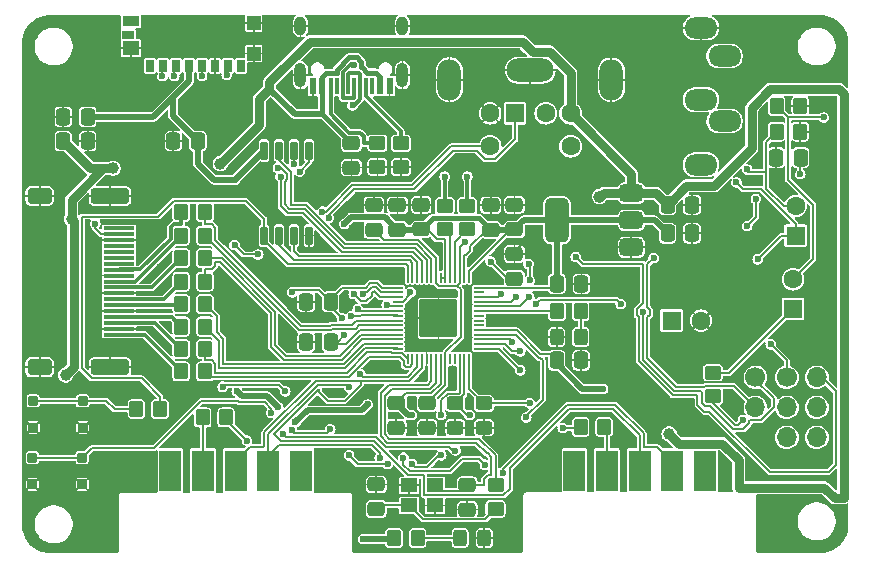
<source format=gbr>
G04 #@! TF.GenerationSoftware,KiCad,Pcbnew,8.0.4*
G04 #@! TF.CreationDate,2024-12-17T15:55:10+02:00*
G04 #@! TF.ProjectId,core,636f7265-2e6b-4696-9361-645f70636258,1.0*
G04 #@! TF.SameCoordinates,Original*
G04 #@! TF.FileFunction,Copper,L1,Top*
G04 #@! TF.FilePolarity,Positive*
%FSLAX46Y46*%
G04 Gerber Fmt 4.6, Leading zero omitted, Abs format (unit mm)*
G04 Created by KiCad (PCBNEW 8.0.4) date 2024-12-17 15:55:10*
%MOMM*%
%LPD*%
G01*
G04 APERTURE LIST*
G04 Aperture macros list*
%AMRoundRect*
0 Rectangle with rounded corners*
0 $1 Rounding radius*
0 $2 $3 $4 $5 $6 $7 $8 $9 X,Y pos of 4 corners*
0 Add a 4 corners polygon primitive as box body*
4,1,4,$2,$3,$4,$5,$6,$7,$8,$9,$2,$3,0*
0 Add four circle primitives for the rounded corners*
1,1,$1+$1,$2,$3*
1,1,$1+$1,$4,$5*
1,1,$1+$1,$6,$7*
1,1,$1+$1,$8,$9*
0 Add four rect primitives between the rounded corners*
20,1,$1+$1,$2,$3,$4,$5,0*
20,1,$1+$1,$4,$5,$6,$7,0*
20,1,$1+$1,$6,$7,$8,$9,0*
20,1,$1+$1,$8,$9,$2,$3,0*%
G04 Aperture macros list end*
G04 #@! TA.AperFunction,SMDPad,CuDef*
%ADD10RoundRect,0.150000X0.150000X-0.650000X0.150000X0.650000X-0.150000X0.650000X-0.150000X-0.650000X0*%
G04 #@! TD*
G04 #@! TA.AperFunction,SMDPad,CuDef*
%ADD11RoundRect,0.050000X-0.387500X-0.050000X0.387500X-0.050000X0.387500X0.050000X-0.387500X0.050000X0*%
G04 #@! TD*
G04 #@! TA.AperFunction,SMDPad,CuDef*
%ADD12RoundRect,0.050000X-0.050000X-0.387500X0.050000X-0.387500X0.050000X0.387500X-0.050000X0.387500X0*%
G04 #@! TD*
G04 #@! TA.AperFunction,ComponentPad*
%ADD13C,0.600000*%
G04 #@! TD*
G04 #@! TA.AperFunction,SMDPad,CuDef*
%ADD14RoundRect,0.144000X-1.456000X-1.456000X1.456000X-1.456000X1.456000X1.456000X-1.456000X1.456000X0*%
G04 #@! TD*
G04 #@! TA.AperFunction,SMDPad,CuDef*
%ADD15RoundRect,0.250000X-0.337500X-0.475000X0.337500X-0.475000X0.337500X0.475000X-0.337500X0.475000X0*%
G04 #@! TD*
G04 #@! TA.AperFunction,SMDPad,CuDef*
%ADD16RoundRect,0.104987X0.295013X0.295013X-0.295013X0.295013X-0.295013X-0.295013X0.295013X-0.295013X0*%
G04 #@! TD*
G04 #@! TA.AperFunction,SMDPad,CuDef*
%ADD17RoundRect,0.375000X0.625000X0.375000X-0.625000X0.375000X-0.625000X-0.375000X0.625000X-0.375000X0*%
G04 #@! TD*
G04 #@! TA.AperFunction,SMDPad,CuDef*
%ADD18RoundRect,0.500000X0.500000X1.400000X-0.500000X1.400000X-0.500000X-1.400000X0.500000X-1.400000X0*%
G04 #@! TD*
G04 #@! TA.AperFunction,SMDPad,CuDef*
%ADD19R,1.400000X1.200000*%
G04 #@! TD*
G04 #@! TA.AperFunction,ComponentPad*
%ADD20O,2.800000X1.800000*%
G04 #@! TD*
G04 #@! TA.AperFunction,SMDPad,CuDef*
%ADD21R,1.846667X3.480000*%
G04 #@! TD*
G04 #@! TA.AperFunction,SMDPad,CuDef*
%ADD22RoundRect,0.250000X-0.450000X0.350000X-0.450000X-0.350000X0.450000X-0.350000X0.450000X0.350000X0*%
G04 #@! TD*
G04 #@! TA.AperFunction,SMDPad,CuDef*
%ADD23RoundRect,0.250000X-0.350000X-0.450000X0.350000X-0.450000X0.350000X0.450000X-0.350000X0.450000X0*%
G04 #@! TD*
G04 #@! TA.AperFunction,SMDPad,CuDef*
%ADD24RoundRect,0.250000X0.475000X-0.337500X0.475000X0.337500X-0.475000X0.337500X-0.475000X-0.337500X0*%
G04 #@! TD*
G04 #@! TA.AperFunction,SMDPad,CuDef*
%ADD25RoundRect,0.250000X-0.475000X0.337500X-0.475000X-0.337500X0.475000X-0.337500X0.475000X0.337500X0*%
G04 #@! TD*
G04 #@! TA.AperFunction,ComponentPad*
%ADD26R,1.600000X1.600000*%
G04 #@! TD*
G04 #@! TA.AperFunction,ComponentPad*
%ADD27C,1.600000*%
G04 #@! TD*
G04 #@! TA.AperFunction,ComponentPad*
%ADD28O,1.000000X1.600000*%
G04 #@! TD*
G04 #@! TA.AperFunction,ComponentPad*
%ADD29O,1.000000X2.100000*%
G04 #@! TD*
G04 #@! TA.AperFunction,SMDPad,CuDef*
%ADD30R,0.600000X1.450000*%
G04 #@! TD*
G04 #@! TA.AperFunction,SMDPad,CuDef*
%ADD31R,0.300000X1.450000*%
G04 #@! TD*
G04 #@! TA.AperFunction,ComponentPad*
%ADD32O,2.000000X3.500000*%
G04 #@! TD*
G04 #@! TA.AperFunction,ComponentPad*
%ADD33O,4.000000X2.000000*%
G04 #@! TD*
G04 #@! TA.AperFunction,SMDPad,CuDef*
%ADD34RoundRect,0.250000X0.350000X0.450000X-0.350000X0.450000X-0.350000X-0.450000X0.350000X-0.450000X0*%
G04 #@! TD*
G04 #@! TA.AperFunction,ComponentPad*
%ADD35O,1.700000X1.700000*%
G04 #@! TD*
G04 #@! TA.AperFunction,ComponentPad*
%ADD36C,1.700000*%
G04 #@! TD*
G04 #@! TA.AperFunction,SMDPad,CuDef*
%ADD37RoundRect,0.250000X-0.325000X-0.450000X0.325000X-0.450000X0.325000X0.450000X-0.325000X0.450000X0*%
G04 #@! TD*
G04 #@! TA.AperFunction,SMDPad,CuDef*
%ADD38RoundRect,0.250000X0.337500X0.475000X-0.337500X0.475000X-0.337500X-0.475000X0.337500X-0.475000X0*%
G04 #@! TD*
G04 #@! TA.AperFunction,SMDPad,CuDef*
%ADD39R,1.150000X1.200000*%
G04 #@! TD*
G04 #@! TA.AperFunction,SMDPad,CuDef*
%ADD40R,1.450000X1.200000*%
G04 #@! TD*
G04 #@! TA.AperFunction,SMDPad,CuDef*
%ADD41R,1.000000X0.700000*%
G04 #@! TD*
G04 #@! TA.AperFunction,SMDPad,CuDef*
%ADD42R,1.400000X0.900000*%
G04 #@! TD*
G04 #@! TA.AperFunction,SMDPad,CuDef*
%ADD43R,0.700000X1.000000*%
G04 #@! TD*
G04 #@! TA.AperFunction,SMDPad,CuDef*
%ADD44RoundRect,0.250000X0.450000X-0.350000X0.450000X0.350000X-0.450000X0.350000X-0.450000X-0.350000X0*%
G04 #@! TD*
G04 #@! TA.AperFunction,SMDPad,CuDef*
%ADD45RoundRect,0.250000X-0.450000X0.325000X-0.450000X-0.325000X0.450000X-0.325000X0.450000X0.325000X0*%
G04 #@! TD*
G04 #@! TA.AperFunction,SMDPad,CuDef*
%ADD46R,2.600000X0.300000*%
G04 #@! TD*
G04 #@! TA.AperFunction,ComponentPad*
%ADD47RoundRect,0.350000X-1.300000X0.350000X-1.300000X-0.350000X1.300000X-0.350000X1.300000X0.350000X0*%
G04 #@! TD*
G04 #@! TA.AperFunction,ComponentPad*
%ADD48RoundRect,0.350000X-0.700000X0.350000X-0.700000X-0.350000X0.700000X-0.350000X0.700000X0.350000X0*%
G04 #@! TD*
G04 #@! TA.AperFunction,SMDPad,CuDef*
%ADD49RoundRect,0.250000X0.325000X0.450000X-0.325000X0.450000X-0.325000X-0.450000X0.325000X-0.450000X0*%
G04 #@! TD*
G04 #@! TA.AperFunction,ViaPad*
%ADD50C,0.600000*%
G04 #@! TD*
G04 #@! TA.AperFunction,ViaPad*
%ADD51C,1.000000*%
G04 #@! TD*
G04 #@! TA.AperFunction,Conductor*
%ADD52C,0.200000*%
G04 #@! TD*
G04 #@! TA.AperFunction,Conductor*
%ADD53C,0.500000*%
G04 #@! TD*
G04 #@! TA.AperFunction,Conductor*
%ADD54C,0.800000*%
G04 #@! TD*
G04 #@! TA.AperFunction,Conductor*
%ADD55C,0.400000*%
G04 #@! TD*
G04 #@! TA.AperFunction,Conductor*
%ADD56C,0.300000*%
G04 #@! TD*
G04 APERTURE END LIST*
D10*
X142600000Y-67400000D03*
X143870000Y-67400000D03*
X145140000Y-67400000D03*
X146410000Y-67400000D03*
X146410000Y-60200000D03*
X145140000Y-60200000D03*
X143870000Y-60200000D03*
X142600000Y-60200000D03*
D11*
X153925000Y-71800000D03*
X153925000Y-72200000D03*
X153925000Y-72600000D03*
X153925000Y-73000000D03*
X153925000Y-73400000D03*
X153925000Y-73800000D03*
X153925000Y-74200000D03*
X153925000Y-74600000D03*
X153925000Y-75000000D03*
X153925000Y-75400000D03*
X153925000Y-75800000D03*
X153925000Y-76200000D03*
X153925000Y-76600000D03*
X153925000Y-77000000D03*
D12*
X154762500Y-77837500D03*
X155162500Y-77837500D03*
X155562500Y-77837500D03*
X155962500Y-77837500D03*
X156362500Y-77837500D03*
X156762500Y-77837500D03*
X157162500Y-77837500D03*
X157562500Y-77837500D03*
X157962500Y-77837500D03*
X158362500Y-77837500D03*
X158762500Y-77837500D03*
X159162500Y-77837500D03*
X159562500Y-77837500D03*
X159962500Y-77837500D03*
D11*
X160800000Y-77000000D03*
X160800000Y-76600000D03*
X160800000Y-76200000D03*
X160800000Y-75800000D03*
X160800000Y-75400000D03*
X160800000Y-75000000D03*
X160800000Y-74600000D03*
X160800000Y-74200000D03*
X160800000Y-73800000D03*
X160800000Y-73400000D03*
X160800000Y-73000000D03*
X160800000Y-72600000D03*
X160800000Y-72200000D03*
X160800000Y-71800000D03*
D12*
X159962500Y-70962500D03*
X159562500Y-70962500D03*
X159162500Y-70962500D03*
X158762500Y-70962500D03*
X158362500Y-70962500D03*
X157962500Y-70962500D03*
X157562500Y-70962500D03*
X157162500Y-70962500D03*
X156762500Y-70962500D03*
X156362500Y-70962500D03*
X155962500Y-70962500D03*
X155562500Y-70962500D03*
X155162500Y-70962500D03*
X154762500Y-70962500D03*
D13*
X156087500Y-73125000D03*
X156087500Y-74400000D03*
X156087500Y-75675000D03*
X157362500Y-73125000D03*
X157362500Y-74400000D03*
D14*
X157362500Y-74400000D03*
D13*
X157362500Y-75675000D03*
X158637500Y-73125000D03*
X158637500Y-74400000D03*
X158637500Y-75675000D03*
D15*
X167375000Y-77950000D03*
X169450000Y-77950000D03*
D16*
X127200000Y-88455000D03*
X122990000Y-88455000D03*
X127200000Y-86200000D03*
X122990000Y-86200000D03*
X127255000Y-83655000D03*
X123045000Y-83655000D03*
X127255000Y-81400000D03*
X123045000Y-81400000D03*
D17*
X173700000Y-68400000D03*
X173700000Y-66100000D03*
D18*
X167400000Y-66100000D03*
D17*
X173700000Y-63800000D03*
D19*
X157100000Y-88550000D03*
X154900000Y-88550000D03*
X154900000Y-90250000D03*
X157100000Y-90250000D03*
D20*
X181600000Y-57700000D03*
X179600000Y-55900000D03*
X179600000Y-49800000D03*
X181600000Y-52200000D03*
X179600000Y-61400000D03*
D21*
X179940000Y-87300000D03*
X177170000Y-87300000D03*
X174400000Y-87300000D03*
X171630000Y-87300000D03*
X168860000Y-87300000D03*
X134660000Y-87300000D03*
X137430000Y-87300000D03*
X140200000Y-87300000D03*
X142970000Y-87300000D03*
X145740000Y-87300000D03*
D22*
X157900000Y-64875000D03*
X157900000Y-66875000D03*
D23*
X135600000Y-65400000D03*
X137600000Y-65400000D03*
D24*
X161800000Y-66912500D03*
X161800000Y-64837500D03*
X151900000Y-66912500D03*
X151900000Y-64837500D03*
D25*
X159800000Y-88525000D03*
X159800000Y-90600000D03*
D23*
X135600000Y-73200000D03*
X137600000Y-73200000D03*
D26*
X187600000Y-67405113D03*
D27*
X187600000Y-64905113D03*
D28*
X145680000Y-49650000D03*
D29*
X145680000Y-53830000D03*
D28*
X154320000Y-49650000D03*
D29*
X154320000Y-53830000D03*
D30*
X146775000Y-54745000D03*
X147550000Y-54745000D03*
D31*
X148250000Y-54745000D03*
X148750000Y-54745000D03*
X149250000Y-54745000D03*
X149750000Y-54745000D03*
X150250000Y-54745000D03*
X150750000Y-54745000D03*
X151250000Y-54745000D03*
X151750000Y-54745000D03*
D30*
X152450000Y-54745000D03*
X153225000Y-54745000D03*
D26*
X163850000Y-57050000D03*
D27*
X166450000Y-57050000D03*
D32*
X172000000Y-54200000D03*
D33*
X165150000Y-53400000D03*
D27*
X161750000Y-57050000D03*
D32*
X158300000Y-54200000D03*
D27*
X168550000Y-57050000D03*
X161750000Y-59850000D03*
X168550000Y-59850000D03*
D24*
X152100000Y-90550000D03*
X152100000Y-88475000D03*
D23*
X135600000Y-75100000D03*
X137600000Y-75100000D03*
D34*
X139400000Y-82800000D03*
X137400000Y-82800000D03*
D15*
X125600000Y-59400000D03*
X127675000Y-59400000D03*
D35*
X189409000Y-84492000D03*
X186869000Y-84492000D03*
X189409000Y-81952000D03*
X186869000Y-81952000D03*
X189409000Y-79412000D03*
D36*
X186869000Y-79412000D03*
D24*
X163800000Y-71037500D03*
X163800000Y-68962500D03*
D25*
X156400000Y-81600000D03*
X156400000Y-83675000D03*
D23*
X186000000Y-58600000D03*
X188000000Y-58600000D03*
D37*
X167375000Y-76000000D03*
X169425000Y-76000000D03*
D23*
X135600000Y-71300000D03*
X137600000Y-71300000D03*
D38*
X137000000Y-59400000D03*
X134925000Y-59400000D03*
D22*
X159800000Y-64875000D03*
X159800000Y-66875000D03*
D24*
X155900000Y-66875000D03*
X155900000Y-64800000D03*
D34*
X133800000Y-82100000D03*
X131800000Y-82100000D03*
D25*
X153800000Y-81600000D03*
X153800000Y-83675000D03*
D35*
X184206000Y-81953000D03*
D36*
X184206000Y-79413000D03*
D38*
X148237500Y-73000000D03*
X146162500Y-73000000D03*
X188037500Y-60800000D03*
X185962500Y-60800000D03*
D15*
X176762500Y-67200000D03*
X178837500Y-67200000D03*
D25*
X150000000Y-59562500D03*
X150000000Y-61637500D03*
D39*
X141725000Y-51990000D03*
X141725000Y-49400000D03*
D40*
X131325000Y-51550000D03*
D41*
X131100000Y-50400000D03*
D42*
X131300000Y-49250000D03*
D43*
X132950000Y-53040000D03*
X134050000Y-53040000D03*
X135150000Y-53040000D03*
X136250000Y-53040000D03*
X137350000Y-53040000D03*
X138450000Y-53040000D03*
X139550000Y-53040000D03*
X140650000Y-53040000D03*
D23*
X169400000Y-83600000D03*
X171400000Y-83600000D03*
D44*
X152200000Y-61600000D03*
X152200000Y-59600000D03*
D45*
X161200000Y-81612500D03*
X161200000Y-83662500D03*
D46*
X130320000Y-75791000D03*
X130320000Y-75291000D03*
X130320000Y-74791000D03*
X130320000Y-74291000D03*
X130320000Y-73791000D03*
X130320000Y-73291000D03*
X130320000Y-72791000D03*
X130320000Y-72291000D03*
X130320000Y-71791000D03*
X130320000Y-71291000D03*
X130320000Y-70791000D03*
X130320000Y-70291000D03*
X130320000Y-69791000D03*
X130320000Y-69291000D03*
X130320000Y-68791000D03*
X130320000Y-68291000D03*
X130320000Y-67791000D03*
X130320000Y-67291000D03*
X130320000Y-66791000D03*
D47*
X129560000Y-64041000D03*
D48*
X123600000Y-64041000D03*
X123600000Y-78541000D03*
D47*
X129560000Y-78541000D03*
D23*
X135600000Y-67400000D03*
X137600000Y-67400000D03*
D26*
X177100000Y-74600000D03*
D27*
X179600000Y-74600000D03*
D22*
X162200000Y-88550000D03*
X162200000Y-90550000D03*
D15*
X176762500Y-64800000D03*
X178837500Y-64800000D03*
D23*
X135600000Y-69300000D03*
X137600000Y-69300000D03*
D24*
X153900000Y-66912500D03*
X153900000Y-64837500D03*
D45*
X158800000Y-81612500D03*
X158800000Y-83662500D03*
D23*
X135600000Y-78900000D03*
X137600000Y-78900000D03*
X186000000Y-56400000D03*
X188000000Y-56400000D03*
D22*
X180600000Y-79000000D03*
X180600000Y-81000000D03*
D23*
X135600000Y-77000000D03*
X137600000Y-77000000D03*
D44*
X154200000Y-61600000D03*
X154200000Y-59600000D03*
D26*
X187400000Y-73600000D03*
D27*
X187400000Y-71100000D03*
D49*
X161250000Y-93000000D03*
X159200000Y-93000000D03*
D24*
X163800000Y-66875000D03*
X163800000Y-64800000D03*
D15*
X125600000Y-57350000D03*
X127675000Y-57350000D03*
D34*
X155600000Y-93000000D03*
X153600000Y-93000000D03*
D38*
X148237500Y-76400000D03*
X146162500Y-76400000D03*
D15*
X167401000Y-71489000D03*
X169476000Y-71489000D03*
D34*
X169400000Y-73800000D03*
X167400000Y-73800000D03*
D50*
X188200000Y-83600000D03*
X188189998Y-82403706D03*
X185600000Y-83000000D03*
X185000000Y-84200000D03*
X182000000Y-82000000D03*
X183147000Y-83041000D03*
X183800000Y-62600000D03*
X159900000Y-87050000D03*
X181600000Y-65600000D03*
X183500000Y-66600000D03*
X184250000Y-64300000D03*
X177850000Y-65950000D03*
X151050000Y-85950000D03*
X185950000Y-62400000D03*
X148650000Y-80800000D03*
X149500000Y-73050000D03*
X159650000Y-76750000D03*
X144650000Y-75900000D03*
X165550000Y-67050000D03*
X136500000Y-55300000D03*
X150250000Y-67050000D03*
X142900000Y-71000000D03*
X144700000Y-70750000D03*
X158600000Y-78950000D03*
X134450000Y-74950000D03*
X133800000Y-70050000D03*
X184450000Y-61050000D03*
X181850000Y-87350000D03*
X185100000Y-91000000D03*
X155650000Y-85950000D03*
X152000000Y-73150000D03*
X161050000Y-68200000D03*
X157300000Y-68350000D03*
X158400000Y-86500000D03*
X136000000Y-83800000D03*
X142000000Y-83100000D03*
X152300000Y-78500000D03*
X151700000Y-80600000D03*
X149400000Y-83300000D03*
X138100000Y-55700000D03*
X143100000Y-65000000D03*
X141300000Y-73700000D03*
X142100000Y-69000000D03*
X140100000Y-68200000D03*
X139100000Y-80200000D03*
X144400000Y-80600000D03*
X149400000Y-66400000D03*
X151000000Y-93100000D03*
X155100000Y-82600000D03*
X151400000Y-81700000D03*
X145260546Y-83222840D03*
X143800002Y-81949998D03*
X140300000Y-80600000D03*
X149400000Y-75850000D03*
X149200000Y-74400000D03*
X145000000Y-72200000D03*
X140100000Y-62700000D03*
X185500000Y-76600000D03*
X184400000Y-69400000D03*
X182600000Y-62900000D03*
X188000000Y-62200000D03*
X169000000Y-69200000D03*
X148075306Y-65907540D03*
X183500000Y-61800000D03*
X190000000Y-57400000D03*
X159647183Y-67925000D03*
X161800000Y-69600000D03*
X171300000Y-80400000D03*
D51*
X176900000Y-84200000D03*
X138900000Y-61300000D03*
X171000000Y-64100000D03*
D50*
X128300000Y-66400000D03*
D51*
X125800000Y-79200000D03*
X126300000Y-66000000D03*
X129800000Y-61700000D03*
D50*
X151013909Y-72386091D03*
X150200000Y-72350000D03*
X158800000Y-85600000D03*
X141152758Y-84752756D03*
X160000000Y-82600000D03*
X144214458Y-84236640D03*
X167900000Y-83700000D03*
X165100000Y-81600000D03*
X145140000Y-61340000D03*
X143777047Y-61684865D03*
X143998604Y-62401395D03*
X145623910Y-61976090D03*
X161300000Y-86800000D03*
X149807457Y-80250000D03*
X150743724Y-79150001D03*
X162806482Y-87517411D03*
X154400000Y-86200000D03*
X152400000Y-86200000D03*
X165100000Y-71200000D03*
X165050000Y-72605770D03*
X165000000Y-69800000D03*
X162700000Y-72350000D03*
X163900000Y-72600000D03*
X165600000Y-73200000D03*
X172800000Y-73200000D03*
X174700000Y-73900000D03*
X175600000Y-69300000D03*
X147544975Y-65377207D03*
X157900000Y-62400000D03*
X150200000Y-52950000D03*
X150100000Y-56370000D03*
X159800000Y-62400000D03*
X150533333Y-73650000D03*
X139450000Y-53800000D03*
X137350000Y-53900000D03*
X155000000Y-72200000D03*
X153000000Y-73250000D03*
X135000000Y-53900000D03*
X153067862Y-86750000D03*
X157600000Y-86000000D03*
X155143167Y-86756833D03*
X143200000Y-82400000D03*
X144938121Y-83900000D03*
X149800000Y-86000000D03*
X148200000Y-83800000D03*
X157600000Y-82600000D03*
X164800000Y-82800000D03*
X164300000Y-77200000D03*
X163600000Y-76400000D03*
X164300000Y-78800000D03*
X134000000Y-53900000D03*
X150000000Y-74200000D03*
D52*
X169000000Y-69200000D02*
X169600000Y-69800000D01*
X169600000Y-69800000D02*
X174700000Y-69800000D01*
X185400000Y-87400000D02*
X190400000Y-87400000D01*
X174700000Y-69800000D02*
X174700000Y-73100000D01*
X174150000Y-74127818D02*
X174350000Y-74327818D01*
X174350000Y-74327818D02*
X174350000Y-78050000D01*
X174350000Y-78050000D02*
X177200000Y-80900000D01*
X179300000Y-81709008D02*
X179890992Y-82300000D01*
X174150000Y-73650000D02*
X174150000Y-74127818D01*
X174700000Y-73100000D02*
X174150000Y-73650000D01*
X177200000Y-80900000D02*
X179300000Y-80900000D01*
X179300000Y-80900000D02*
X179300000Y-81709008D01*
X191000000Y-80600000D02*
X189812000Y-79412000D01*
X179890992Y-82300000D02*
X180300000Y-82300000D01*
X180300000Y-82300000D02*
X185400000Y-87400000D01*
X190400000Y-87400000D02*
X191000000Y-86800000D01*
X191000000Y-86800000D02*
X191000000Y-80600000D01*
X189812000Y-79412000D02*
X189409000Y-79412000D01*
X174700000Y-73900000D02*
X174700000Y-77900001D01*
X179550000Y-80550000D02*
X179650000Y-80650000D01*
X174700000Y-77900001D02*
X177350000Y-80550000D01*
X179650000Y-81564034D02*
X179935966Y-81850000D01*
X177350000Y-80550000D02*
X179550000Y-80550000D01*
X179935966Y-81850000D02*
X180355025Y-81850000D01*
X180355025Y-81850000D02*
X182295025Y-83790000D01*
X179650000Y-80650000D02*
X179650000Y-81564034D01*
X182295025Y-83790000D02*
X183175818Y-83790000D01*
X183175818Y-83790000D02*
X183697000Y-83268818D01*
X183697000Y-83268818D02*
X183697000Y-83106365D01*
X183697000Y-83106365D02*
X183750365Y-83053000D01*
X183750365Y-83053000D02*
X184661635Y-83053000D01*
X184661635Y-83053000D02*
X185769000Y-81945635D01*
X185769000Y-81945635D02*
X185769000Y-81169000D01*
X185769000Y-81169000D02*
X184206000Y-79606000D01*
X184206000Y-79606000D02*
X184206000Y-79413000D01*
X186869000Y-79412000D02*
X186869000Y-77969000D01*
X186869000Y-77969000D02*
X185500000Y-76600000D01*
X183147000Y-83029000D02*
X183147000Y-83029000D01*
X183147000Y-83041000D02*
X183147000Y-83029000D01*
X183135000Y-83041000D02*
X183147000Y-83041000D01*
X182736000Y-83440000D02*
X183135000Y-83041000D01*
X182440000Y-83440000D02*
X182736000Y-83440000D01*
X175050000Y-69850000D02*
X175050000Y-73472182D01*
X182403000Y-80150000D02*
X184206000Y-81953000D01*
X175250000Y-73672182D02*
X175250000Y-74127818D01*
X175600000Y-69300000D02*
X175050000Y-69850000D01*
X175050000Y-77755026D02*
X177494974Y-80200000D01*
X177494974Y-80200000D02*
X179885966Y-80200000D01*
X175250000Y-74127818D02*
X175050000Y-74327818D01*
X175050000Y-73472182D02*
X175250000Y-73672182D01*
X175050000Y-74327818D02*
X175050000Y-77755026D01*
X179885966Y-80200000D02*
X179935966Y-80150000D01*
X179935966Y-80150000D02*
X182403000Y-80150000D01*
X127255000Y-81400000D02*
X129250000Y-81400000D01*
X129250000Y-81400000D02*
X129950000Y-82100000D01*
X129950000Y-82100000D02*
X131800000Y-82100000D01*
X142600000Y-67400000D02*
X142600000Y-66000000D01*
X142600000Y-66000000D02*
X141050000Y-64450000D01*
X133610661Y-65789339D02*
X127150000Y-65789339D01*
X141050000Y-64450000D02*
X134950000Y-64450000D01*
X128011470Y-79491000D02*
X132241000Y-79491000D01*
X134950000Y-64450000D02*
X133610661Y-65789339D01*
X127150000Y-65789339D02*
X127150000Y-78629530D01*
X127150000Y-78629530D02*
X128011470Y-79491000D01*
X132241000Y-79491000D02*
X133800000Y-81050000D01*
X133800000Y-81050000D02*
X133800000Y-82100000D01*
X127200000Y-86200000D02*
X128005000Y-85395000D01*
X128005000Y-85395000D02*
X133290966Y-85395000D01*
X143200000Y-82057102D02*
X143200000Y-82400000D01*
X137285966Y-81400000D02*
X140392893Y-81400000D01*
X140392893Y-81400000D02*
X140492893Y-81500000D01*
X133290966Y-85395000D02*
X137285966Y-81400000D01*
X140492893Y-81500000D02*
X142642898Y-81500000D01*
X142642898Y-81500000D02*
X143200000Y-82057102D01*
D53*
X127675000Y-57350000D02*
X133239950Y-57350000D01*
X133239950Y-57350000D02*
X134900000Y-55689950D01*
D54*
X168550000Y-57050000D02*
X168550000Y-53607969D01*
X168550000Y-53607969D02*
X166792031Y-51850000D01*
X164499999Y-51000000D02*
X146475076Y-51000000D01*
X166792031Y-51850000D02*
X165349999Y-51850000D01*
X165349999Y-51850000D02*
X164499999Y-51000000D01*
X146475076Y-51000000D02*
X143062538Y-54412538D01*
X143062538Y-54412538D02*
X143062538Y-54962538D01*
D52*
X172318441Y-81723466D02*
X174750000Y-84155025D01*
X168276534Y-81723466D02*
X172318441Y-81723466D01*
X162806482Y-87193518D02*
X168276534Y-81723466D01*
X174750000Y-84155025D02*
X174750000Y-85310000D01*
X162806482Y-87517411D02*
X162806482Y-87193518D01*
X174750000Y-85310000D02*
X175904975Y-85310000D01*
X175904975Y-85310000D02*
X177170000Y-86575025D01*
D54*
X178362500Y-63200000D02*
X180700000Y-63200000D01*
X183900000Y-60000000D02*
X183900000Y-56561702D01*
X191685000Y-55385000D02*
X191685000Y-89600000D01*
X180700000Y-63200000D02*
X183900000Y-60000000D01*
X176762500Y-64800000D02*
X178362500Y-63200000D01*
X190900000Y-89600000D02*
X190050000Y-88750000D01*
X182800000Y-88750000D02*
X182800000Y-86396667D01*
X183900000Y-56561702D02*
X185461702Y-55000000D01*
X182800000Y-86396667D02*
X181413333Y-85010000D01*
X190050000Y-88750000D02*
X182800000Y-88750000D01*
X185461702Y-55000000D02*
X191300000Y-55000000D01*
X191300000Y-55000000D02*
X191685000Y-55385000D01*
X191685000Y-89600000D02*
X190900000Y-89600000D01*
X181413333Y-85010000D02*
X177710000Y-85010000D01*
X177710000Y-85010000D02*
X176900000Y-84200000D01*
D55*
X147550000Y-54745000D02*
X147550000Y-53956016D01*
X147550000Y-53956016D02*
X147856016Y-53650000D01*
X149826498Y-52300000D02*
X150469239Y-52300000D01*
X148750000Y-53376498D02*
X149826498Y-52300000D01*
X152450000Y-54000000D02*
X152450000Y-54745000D01*
X150887106Y-53150000D02*
X151337106Y-53600000D01*
X150469239Y-52300000D02*
X150850000Y-52680761D01*
X150850000Y-52680761D02*
X150850000Y-53150000D01*
X150850000Y-53150000D02*
X150887106Y-53150000D01*
X148750000Y-53650000D02*
X148750000Y-53376498D01*
X151337106Y-53600000D02*
X152050000Y-53600000D01*
X147856016Y-53650000D02*
X148750000Y-53650000D01*
X152050000Y-53600000D02*
X152450000Y-54000000D01*
D53*
X151000000Y-93100000D02*
X153500000Y-93100000D01*
D56*
X154200000Y-59600000D02*
X154200000Y-58550000D01*
X154200000Y-58550000D02*
X151250000Y-55600000D01*
X151250000Y-55600000D02*
X151250000Y-54745000D01*
X150100000Y-56370000D02*
X150250000Y-56220000D01*
X150250000Y-56220000D02*
X150386396Y-56220000D01*
X150386396Y-56220000D02*
X150750000Y-55856396D01*
X150750000Y-55856396D02*
X150750000Y-54745000D01*
X152200000Y-59600000D02*
X151025000Y-59600000D01*
X149819606Y-58675000D02*
X148250000Y-57105394D01*
X151025000Y-59600000D02*
X151025000Y-58990256D01*
X151025000Y-58990256D02*
X150709744Y-58675000D01*
X150709744Y-58675000D02*
X149819606Y-58675000D01*
X148250000Y-57105394D02*
X148250000Y-54745000D01*
D55*
X147550000Y-54745000D02*
X147550000Y-57112500D01*
D52*
X182600000Y-62900000D02*
X183150000Y-63450000D01*
X183150000Y-63450000D02*
X184650000Y-63450000D01*
X184650000Y-63450000D02*
X187600000Y-66400000D01*
X187600000Y-66400000D02*
X187600000Y-67405113D01*
X139450000Y-53800000D02*
X139450000Y-52890000D01*
X137350000Y-53900000D02*
X137350000Y-52790000D01*
X135000000Y-53900000D02*
X135000000Y-52940000D01*
X134000000Y-53900000D02*
X134000000Y-52840000D01*
X149807457Y-80250000D02*
X149607457Y-80050000D01*
X149607457Y-80050000D02*
X147128307Y-80050000D01*
X147128307Y-80050000D02*
X142970000Y-84208307D01*
X142970000Y-84208307D02*
X142970000Y-87300000D01*
X151913541Y-84800000D02*
X144000000Y-84800000D01*
X174400000Y-84300000D02*
X172173466Y-82073466D01*
X172173466Y-82073466D02*
X168426534Y-82073466D01*
X168426534Y-82073466D02*
X163400000Y-87100000D01*
X163400000Y-87100000D02*
X163400000Y-88864034D01*
X150800000Y-80035275D02*
X150800000Y-79700000D01*
X156150000Y-89400000D02*
X156150000Y-87700000D01*
X147273280Y-80400000D02*
X147273280Y-80673280D01*
X163400000Y-88864034D02*
X162864034Y-89400000D01*
X174400000Y-87300000D02*
X174400000Y-84300000D01*
X148000000Y-81400000D02*
X149435275Y-81400000D01*
X156150000Y-87700000D02*
X154813541Y-87700000D01*
X154813541Y-87700000D02*
X151913541Y-84800000D01*
X162864034Y-89400000D02*
X156150000Y-89400000D01*
X144000000Y-84800000D02*
X143436640Y-84236640D01*
X143436640Y-84236640D02*
X147273280Y-80400000D01*
X147273280Y-80673280D02*
X148000000Y-81400000D01*
X149435275Y-81400000D02*
X150800000Y-80035275D01*
X150800000Y-79700000D02*
X146983332Y-79700000D01*
X142540000Y-85310000D02*
X141373333Y-85310000D01*
X146983332Y-79700000D02*
X142620000Y-84063332D01*
X142620000Y-84063332D02*
X142620000Y-85230000D01*
X142620000Y-85230000D02*
X142540000Y-85310000D01*
X141373333Y-85310000D02*
X140200000Y-86483333D01*
X155143167Y-86756833D02*
X155386334Y-87000000D01*
X155386334Y-87000000D02*
X156400000Y-87000000D01*
X156400000Y-87000000D02*
X157400000Y-86000000D01*
X157400000Y-86000000D02*
X157600000Y-86000000D01*
X161250000Y-88525000D02*
X161250000Y-87985966D01*
X161250000Y-87985966D02*
X161535966Y-87700000D01*
X161535966Y-87700000D02*
X161850000Y-87700000D01*
X161447487Y-85847487D02*
X160550000Y-84950000D01*
X161850000Y-87700000D02*
X161850000Y-86144974D01*
X161552513Y-85847487D02*
X161447487Y-85847487D01*
X153053491Y-84950000D02*
X152475000Y-84371509D01*
X159800000Y-88525000D02*
X161250000Y-88525000D01*
X161850000Y-86144974D02*
X161552513Y-85847487D01*
X160550000Y-84950000D02*
X153053491Y-84950000D01*
X152475000Y-80725000D02*
X153150000Y-80050000D01*
X156762500Y-79752578D02*
X156762500Y-77837500D01*
X152475000Y-84371509D02*
X152475000Y-80725000D01*
X153150000Y-80050000D02*
X156465078Y-80050000D01*
X156465078Y-80050000D02*
X156762500Y-79752578D01*
X159275000Y-89050000D02*
X159775000Y-88550000D01*
X157600000Y-89050000D02*
X159275000Y-89050000D01*
X161300000Y-86800000D02*
X160800000Y-86300000D01*
X160800000Y-86300000D02*
X159377818Y-86300000D01*
X159377818Y-86300000D02*
X158327818Y-87350000D01*
X158327818Y-87350000D02*
X154958515Y-87350000D01*
X154958515Y-87350000D02*
X154400000Y-86791485D01*
X154400000Y-86791485D02*
X154400000Y-86200000D01*
X144548604Y-62629213D02*
X144348604Y-62829213D01*
X144059892Y-61684865D02*
X144548604Y-62173577D01*
X149344974Y-68450000D02*
X155365078Y-68450000D01*
X144548604Y-62173577D02*
X144548604Y-62629213D01*
X144348604Y-64753630D02*
X144744974Y-65150000D01*
X144744974Y-65150000D02*
X146044974Y-65150000D01*
X144348604Y-62829213D02*
X144348604Y-64753630D01*
X146044974Y-65150000D02*
X149344974Y-68450000D01*
X143777047Y-61684865D02*
X144059892Y-61684865D01*
X155365078Y-68450000D02*
X156362500Y-69447422D01*
X156362500Y-69447422D02*
X156362500Y-70962500D01*
X143998604Y-62401395D02*
X143998604Y-64898604D01*
X143998604Y-64898604D02*
X144600000Y-65500000D01*
X144600000Y-65500000D02*
X145900000Y-65500000D01*
X145900000Y-65500000D02*
X149200000Y-68800000D01*
X149200000Y-68800000D02*
X155220104Y-68800000D01*
X155220104Y-68800000D02*
X155962500Y-69542396D01*
X155962500Y-69542396D02*
X155962500Y-70962500D01*
X143870000Y-61000000D02*
X144898604Y-62028604D01*
X144898604Y-62028604D02*
X144898604Y-64798604D01*
X155510052Y-68100000D02*
X156762500Y-69352448D01*
X144898604Y-64798604D02*
X144900000Y-64800000D01*
X143870000Y-60200000D02*
X143870000Y-61000000D01*
X144900000Y-64800000D02*
X146189948Y-64800000D01*
X146189948Y-64800000D02*
X149489948Y-68100000D01*
X149489948Y-68100000D02*
X155510052Y-68100000D01*
X156762500Y-69352448D02*
X156762500Y-70962500D01*
X183500000Y-66600000D02*
X184250000Y-65850000D01*
X184250000Y-65850000D02*
X184250000Y-64300000D01*
X187600000Y-64905113D02*
X186600087Y-64905113D01*
X186600087Y-64905113D02*
X185125000Y-63430026D01*
X185125000Y-63430026D02*
X185125000Y-62000000D01*
D53*
X145260546Y-83222840D02*
X146283386Y-82200000D01*
X146283386Y-82200000D02*
X150900000Y-82200000D01*
X150900000Y-82200000D02*
X151400000Y-81700000D01*
D52*
X144938121Y-83900000D02*
X145138121Y-84100000D01*
X147900000Y-84100000D02*
X148200000Y-83800000D01*
X145138121Y-84100000D02*
X147900000Y-84100000D01*
X157962500Y-77837500D02*
X157962500Y-77273190D01*
X157962500Y-77273190D02*
X159250000Y-75985690D01*
X159250000Y-75985690D02*
X159250000Y-71961850D01*
X159250000Y-71961850D02*
X158938150Y-71650000D01*
X137600000Y-67400000D02*
X145600000Y-75400000D01*
X150651086Y-75000000D02*
X153925000Y-75000000D01*
X145600000Y-75400000D02*
X148294975Y-75400000D01*
X150351086Y-75300000D02*
X150651086Y-75000000D01*
X148394975Y-75300000D02*
X150351086Y-75300000D01*
X148294975Y-75400000D02*
X148394975Y-75300000D01*
X149041034Y-77600000D02*
X144444974Y-77600000D01*
X150841034Y-75800000D02*
X149041034Y-77600000D01*
X144444974Y-77600000D02*
X143550000Y-76705026D01*
X153925000Y-75800000D02*
X150841034Y-75800000D01*
X143550000Y-76705026D02*
X143550000Y-73844974D01*
X143550000Y-73844974D02*
X139005026Y-69300000D01*
X139005026Y-69300000D02*
X137600000Y-69300000D01*
X153925000Y-76200000D02*
X150936008Y-76200000D01*
X138860052Y-69650000D02*
X138450000Y-69650000D01*
X150936008Y-76200000D02*
X149186009Y-77950000D01*
X138450000Y-69650000D02*
X138450000Y-69964034D01*
X149186009Y-77950000D02*
X144300000Y-77950000D01*
X143200000Y-76850000D02*
X143200000Y-73989948D01*
X144300000Y-77950000D02*
X143200000Y-76850000D01*
X143200000Y-73989948D02*
X138860052Y-69650000D01*
X138450000Y-69964034D02*
X138164034Y-70250000D01*
X138164034Y-70250000D02*
X137600000Y-70250000D01*
X137600000Y-70250000D02*
X137600000Y-71300000D01*
X164255770Y-73400000D02*
X160800000Y-73400000D01*
X165050000Y-72605770D02*
X164255770Y-73400000D01*
X165550000Y-67050000D02*
X163800000Y-68800000D01*
X146162500Y-73000000D02*
X145022182Y-73000000D01*
X145022182Y-73000000D02*
X144450000Y-72427818D01*
X144450000Y-72427818D02*
X144450000Y-71000000D01*
X144450000Y-71000000D02*
X144700000Y-70750000D01*
X150786091Y-72936091D02*
X151241727Y-72936091D01*
X151241727Y-72936091D02*
X151700610Y-72477208D01*
X151700610Y-72294974D02*
X151886701Y-72108883D01*
X152377818Y-72600000D02*
X153925000Y-72600000D01*
X151700610Y-72477208D02*
X151700610Y-72294974D01*
X150200000Y-72350000D02*
X150786091Y-72936091D01*
X151886701Y-72108883D02*
X152377818Y-72600000D01*
X151013909Y-72386091D02*
X151250000Y-72150000D01*
X152055026Y-71750000D02*
X152505026Y-72200000D01*
X151250000Y-72150000D02*
X151350610Y-72150000D01*
X151350610Y-72150000D02*
X151750610Y-71750000D01*
X151750610Y-71750000D02*
X152055026Y-71750000D01*
X152505026Y-72200000D02*
X153925000Y-72200000D01*
X153925000Y-71800000D02*
X152600000Y-71800000D01*
X149237500Y-71800000D02*
X148637500Y-72400000D01*
X151205636Y-71800000D02*
X149237500Y-71800000D01*
X152200000Y-71400000D02*
X151605636Y-71400000D01*
X152600000Y-71800000D02*
X152200000Y-71400000D01*
X151605636Y-71400000D02*
X151205636Y-71800000D01*
X153925000Y-74200000D02*
X153875000Y-74150000D01*
X150761151Y-74200000D02*
X150000000Y-74200000D01*
X153875000Y-74150000D02*
X150811151Y-74150000D01*
X150811151Y-74150000D02*
X150761151Y-74200000D01*
X159647183Y-67925000D02*
X159162500Y-68409683D01*
X159162500Y-68409683D02*
X159162500Y-70962500D01*
X159562500Y-70962500D02*
X159562500Y-69008359D01*
X159562500Y-69008359D02*
X159704141Y-69008359D01*
X159704141Y-69008359D02*
X160026323Y-68686177D01*
X160026323Y-68686177D02*
X160026323Y-68323677D01*
X160026323Y-68323677D02*
X161437500Y-66912500D01*
X156387500Y-66875000D02*
X156950000Y-67437500D01*
X156950000Y-67437500D02*
X156950000Y-67439034D01*
X157962500Y-67762500D02*
X157962500Y-70962500D01*
X156950000Y-67439034D02*
X157235966Y-67725000D01*
X157235966Y-67725000D02*
X157925000Y-67725000D01*
X157925000Y-67725000D02*
X157962500Y-67762500D01*
X140900000Y-69000000D02*
X142100000Y-69000000D01*
X140100000Y-68200000D02*
X140900000Y-69000000D01*
X139100000Y-80100000D02*
X139100000Y-80200000D01*
X139150000Y-80050000D02*
X139100000Y-80100000D01*
X143850000Y-80050000D02*
X139150000Y-80050000D01*
X144400000Y-80600000D02*
X143850000Y-80050000D01*
D53*
X140700000Y-81000000D02*
X140300000Y-80600000D01*
X143800002Y-81949998D02*
X142850004Y-81000000D01*
X142850004Y-81000000D02*
X140700000Y-81000000D01*
X147550000Y-57112500D02*
X145212500Y-57112500D01*
X145212500Y-57112500D02*
X143062538Y-54962538D01*
D55*
X147550000Y-57112500D02*
X150000000Y-59562500D01*
D54*
X143062538Y-54962538D02*
X142200000Y-55825076D01*
X126300000Y-64378208D02*
X128978208Y-61700000D01*
X126500000Y-78500000D02*
X125800000Y-79200000D01*
X126300000Y-66000000D02*
X126500000Y-66200000D01*
X126500000Y-66200000D02*
X126500000Y-78500000D01*
X126300000Y-66000000D02*
X126300000Y-64378208D01*
X128978208Y-61700000D02*
X129800000Y-61700000D01*
D53*
X149946446Y-65853554D02*
X149400000Y-66400000D01*
X152841054Y-65853554D02*
X149946446Y-65853554D01*
X153900000Y-66912500D02*
X152841054Y-65853554D01*
X161800000Y-66912500D02*
X163762500Y-66912500D01*
X155100000Y-82600000D02*
X154800000Y-82600000D01*
X154800000Y-82600000D02*
X153800000Y-81600000D01*
D52*
X145000000Y-72200000D02*
X145175000Y-72025000D01*
X147262500Y-72025000D02*
X148237500Y-73000000D01*
X145175000Y-72025000D02*
X147262500Y-72025000D01*
X148237500Y-76400000D02*
X148850000Y-76400000D01*
X148850000Y-76400000D02*
X149400000Y-75850000D01*
X153925000Y-75400000D02*
X150746060Y-75400000D01*
X150746060Y-75400000D02*
X149546060Y-76600000D01*
X149546060Y-76600000D02*
X148760500Y-76600000D01*
X148760500Y-76600000D02*
X148637500Y-76477000D01*
X138164034Y-66450000D02*
X138450000Y-66735966D01*
X138450000Y-66735966D02*
X138450000Y-67755026D01*
X138450000Y-67755026D02*
X145744974Y-75050000D01*
X137600000Y-66450000D02*
X138164034Y-66450000D01*
X137600000Y-65400000D02*
X137600000Y-66450000D01*
X145744974Y-75050000D02*
X148150000Y-75050000D01*
X148150000Y-75050000D02*
X148250000Y-74950000D01*
X148250000Y-74950000D02*
X150027818Y-74950000D01*
X150027818Y-74950000D02*
X150377818Y-74600000D01*
X150377818Y-74600000D02*
X153925000Y-74600000D01*
X148237500Y-73437500D02*
X149200000Y-74400000D01*
X184400000Y-69400000D02*
X186394887Y-67405113D01*
X186394887Y-67405113D02*
X187600000Y-67405113D01*
X188000000Y-62200000D02*
X188000000Y-60837500D01*
X180600000Y-81000000D02*
X180600000Y-81600000D01*
X180600000Y-81600000D02*
X182440000Y-83440000D01*
X147544975Y-65377207D02*
X147827820Y-65377207D01*
X150055027Y-63150000D02*
X155150000Y-63150000D01*
X147827820Y-65377207D02*
X150055027Y-63150000D01*
X155150000Y-63150000D02*
X158450000Y-59850000D01*
X158450000Y-59850000D02*
X161750000Y-59850000D01*
X148075306Y-65624695D02*
X150200001Y-63500000D01*
X148075306Y-65907540D02*
X148075306Y-65624695D01*
X155294974Y-63500000D02*
X158594974Y-60200000D01*
X161300000Y-60900000D02*
X162184925Y-60900000D01*
X150200001Y-63500000D02*
X155294974Y-63500000D01*
X158594974Y-60200000D02*
X160600000Y-60200000D01*
X162184925Y-60900000D02*
X163850000Y-59234925D01*
X163850000Y-59234925D02*
X163850000Y-57050000D01*
X160600000Y-60200000D02*
X161300000Y-60900000D01*
X183500000Y-61800000D02*
X183400000Y-61800000D01*
X183600000Y-62000000D02*
X183500000Y-61900000D01*
X183400000Y-61800000D02*
X183500000Y-61900000D01*
X185125000Y-62000000D02*
X183600000Y-62000000D01*
X183500000Y-61900000D02*
X183500000Y-61800000D01*
X185125000Y-59475000D02*
X186000000Y-58600000D01*
X185125000Y-62000000D02*
X185125000Y-59475000D01*
X186650000Y-57050000D02*
X186950000Y-57350000D01*
X189100000Y-64800000D02*
X187000000Y-62700000D01*
X187000000Y-62700000D02*
X187000000Y-57400000D01*
X187400000Y-71100000D02*
X189100000Y-69400000D01*
X187000000Y-57400000D02*
X186650000Y-57050000D01*
X186650000Y-57050000D02*
X186000000Y-56400000D01*
X186950000Y-57350000D02*
X189950000Y-57350000D01*
X189100000Y-69400000D02*
X189100000Y-64800000D01*
X189950000Y-57350000D02*
X190000000Y-57400000D01*
X157386850Y-71650000D02*
X157162500Y-71425650D01*
X156400000Y-81600000D02*
X157962500Y-80037500D01*
X159162500Y-71425650D02*
X158938150Y-71650000D01*
X157162500Y-69257474D02*
X155655026Y-67750000D01*
X155655026Y-67750000D02*
X152737500Y-67750000D01*
X163237500Y-71037500D02*
X161800000Y-69600000D01*
X152737500Y-67750000D02*
X151900000Y-66912500D01*
X157162500Y-70962500D02*
X157162500Y-69257474D01*
X158938150Y-71650000D02*
X157386850Y-71650000D01*
X157162500Y-71425650D02*
X157162500Y-70962500D01*
X159162500Y-70962500D02*
X159162500Y-71425650D01*
X157962500Y-80037500D02*
X157962500Y-77837500D01*
D53*
X175662500Y-66100000D02*
X176762500Y-67200000D01*
X167362500Y-78200000D02*
X169562500Y-80400000D01*
D52*
X163035966Y-71800000D02*
X163110966Y-71875000D01*
D53*
X164575000Y-66100000D02*
X163800000Y-66875000D01*
D52*
X154637500Y-80762500D02*
X153800000Y-81600000D01*
D55*
X156875000Y-65900000D02*
X160787500Y-65900000D01*
D53*
X138400000Y-62700000D02*
X140100000Y-62700000D01*
D52*
X156742526Y-80762500D02*
X154637500Y-80762500D01*
D53*
X137000000Y-61300000D02*
X138400000Y-62700000D01*
D52*
X157562500Y-77837500D02*
X157562500Y-79942526D01*
X157962500Y-70962500D02*
X157562500Y-70962500D01*
X167362500Y-77400000D02*
X166000000Y-77400000D01*
D53*
X153900000Y-66912500D02*
X155862500Y-66912500D01*
D52*
X163110966Y-71875000D02*
X167015000Y-71875000D01*
D53*
X167400000Y-66100000D02*
X173700000Y-66100000D01*
D52*
X157562500Y-79942526D02*
X156742526Y-80762500D01*
D53*
X169562500Y-80400000D02*
X171300000Y-80400000D01*
X137000000Y-59400000D02*
X137000000Y-61300000D01*
D55*
X155900000Y-66875000D02*
X156875000Y-65900000D01*
D52*
X164000000Y-75400000D02*
X160800000Y-75400000D01*
D53*
X167400000Y-66100000D02*
X167400000Y-71488000D01*
X167400000Y-66100000D02*
X164575000Y-66100000D01*
X140100000Y-62700000D02*
X142600000Y-60200000D01*
D52*
X166000000Y-77400000D02*
X164000000Y-75400000D01*
X159962500Y-70962500D02*
X159962500Y-70400000D01*
X159962500Y-70400000D02*
X163487500Y-66875000D01*
D53*
X173700000Y-66100000D02*
X175662500Y-66100000D01*
D55*
X160787500Y-65900000D02*
X161800000Y-66912500D01*
D52*
X160800000Y-71800000D02*
X163035966Y-71800000D01*
X154900000Y-90250000D02*
X152400000Y-90250000D01*
X154900000Y-90250000D02*
X156087500Y-91437500D01*
X161312500Y-91437500D02*
X162200000Y-90550000D01*
X156087500Y-91437500D02*
X161312500Y-91437500D01*
D54*
X127900000Y-61700000D02*
X125600000Y-59400000D01*
X173700000Y-63800000D02*
X175762500Y-63800000D01*
X142200000Y-58000000D02*
X138900000Y-61300000D01*
X175762500Y-63800000D02*
X176762500Y-64800000D01*
X171400000Y-63800000D02*
X171000000Y-64200000D01*
X142200000Y-55825076D02*
X142200000Y-58000000D01*
D52*
X128820000Y-67291000D02*
X128300000Y-66771000D01*
D54*
X173700000Y-63800000D02*
X173700000Y-62200000D01*
X173700000Y-62200000D02*
X168550000Y-57050000D01*
X173700000Y-63800000D02*
X171400000Y-63800000D01*
X129800000Y-61700000D02*
X127900000Y-61700000D01*
D52*
X130320000Y-67291000D02*
X128820000Y-67291000D01*
X128300000Y-66771000D02*
X128300000Y-66400000D01*
X180600000Y-79000000D02*
X182000000Y-79000000D01*
X182000000Y-79000000D02*
X187400000Y-73600000D01*
X152908516Y-85300000D02*
X158300000Y-85300000D01*
X158300000Y-85300000D02*
X158600000Y-85600000D01*
X158600000Y-85600000D02*
X158800000Y-85600000D01*
X144214458Y-84236640D02*
X144427818Y-84450000D01*
X144427818Y-84450000D02*
X152058516Y-84450000D01*
X158800000Y-85600000D02*
X158800000Y-85800000D01*
X158800000Y-85800000D02*
X158700000Y-85700000D01*
X159787500Y-82600000D02*
X158800000Y-81612500D01*
X160000000Y-82600000D02*
X159787500Y-82600000D01*
X158800000Y-81612500D02*
X159562500Y-80850000D01*
X159562500Y-80850000D02*
X159562500Y-77837500D01*
X152058516Y-84450000D02*
X152908516Y-85300000D01*
X139400000Y-82999998D02*
X141152758Y-84752756D01*
X159962500Y-80375000D02*
X161200000Y-81612500D01*
X167900000Y-83700000D02*
X169300000Y-83700000D01*
X159962500Y-77837500D02*
X159962500Y-80375000D01*
X161200000Y-81612500D02*
X165100000Y-81600000D01*
X145140000Y-61340000D02*
X145140000Y-60200000D01*
X145550000Y-69150000D02*
X145140000Y-68740000D01*
X155562500Y-70962500D02*
X155562500Y-69637370D01*
X155562500Y-69637370D02*
X155075130Y-69150000D01*
X145140000Y-68740000D02*
X145140000Y-67400000D01*
X155075130Y-69150000D02*
X145550000Y-69150000D01*
X154762500Y-70962500D02*
X154762500Y-69957474D01*
X144650000Y-69850000D02*
X142600000Y-67800000D01*
X154655026Y-69850000D02*
X144650000Y-69850000D01*
X154762500Y-69957474D02*
X154655026Y-69850000D01*
X155162500Y-70962500D02*
X155162500Y-69732344D01*
X143870000Y-68199999D02*
X143870000Y-67400000D01*
X155162500Y-69732344D02*
X154930156Y-69500000D01*
X154930156Y-69500000D02*
X145170001Y-69500000D01*
X145170001Y-69500000D02*
X143870000Y-68199999D01*
X146410000Y-61190000D02*
X146410000Y-60200000D01*
X145623910Y-61976090D02*
X146410000Y-61190000D01*
X154900000Y-79700000D02*
X150800000Y-79700000D01*
X155962500Y-78637500D02*
X154900000Y-79700000D01*
X155962500Y-77837500D02*
X155962500Y-78637500D01*
X137430000Y-87300000D02*
X137430000Y-82830000D01*
X143855025Y-85150000D02*
X143852512Y-85147488D01*
X151768567Y-85150000D02*
X143855025Y-85150000D01*
X143852512Y-85147488D02*
X142970000Y-86030000D01*
X155562500Y-78542526D02*
X155562500Y-77837500D01*
X150743724Y-79150001D02*
X150943723Y-79350000D01*
X152400000Y-86200000D02*
X152400000Y-85781433D01*
X152400000Y-85781433D02*
X151768567Y-85150000D01*
X150943723Y-79350000D02*
X154755026Y-79350000D01*
X154755026Y-79350000D02*
X155562500Y-78542526D01*
X171630000Y-87300000D02*
X171630000Y-83830000D01*
X165000000Y-69800000D02*
X165100000Y-69900000D01*
X165100000Y-69900000D02*
X165100000Y-71200000D01*
X162450000Y-72600000D02*
X160800000Y-72600000D01*
X162700000Y-72350000D02*
X162450000Y-72600000D01*
X172800000Y-73200000D02*
X172450000Y-72850000D01*
X172450000Y-72850000D02*
X165950000Y-72850000D01*
X165950000Y-72850000D02*
X165600000Y-73200000D01*
X169425000Y-76000000D02*
X169425000Y-73825000D01*
X155600000Y-93000000D02*
X159200000Y-93000000D01*
X158362500Y-67337500D02*
X158362500Y-70962500D01*
D56*
X149250000Y-53583604D02*
X149983604Y-52850000D01*
X149250000Y-54745000D02*
X149250000Y-53583604D01*
X149300000Y-55770000D02*
X150200000Y-55770000D01*
X149983604Y-52850000D02*
X150200000Y-52950000D01*
X150200000Y-52950000D02*
X150100000Y-52850000D01*
X150200000Y-55770000D02*
X150250000Y-55720000D01*
X149250000Y-54745000D02*
X149250000Y-55720000D01*
X149250000Y-55720000D02*
X149300000Y-55770000D01*
X150250000Y-55720000D02*
X150250000Y-54745000D01*
X157900000Y-62400000D02*
X157900000Y-64875000D01*
X149750000Y-53720000D02*
X149820000Y-53650000D01*
X149750000Y-54745000D02*
X149750000Y-53720000D01*
X150750000Y-53720000D02*
X150750000Y-54745000D01*
X150680000Y-53650000D02*
X150750000Y-53720000D01*
X149820000Y-53650000D02*
X150680000Y-53650000D01*
X159800000Y-62400000D02*
X159800000Y-64875000D01*
D52*
X159800000Y-66875000D02*
X158762500Y-67912500D01*
X158762500Y-67912500D02*
X158762500Y-70962500D01*
X123045000Y-81400000D02*
X127255000Y-81400000D01*
X157162500Y-79847552D02*
X157162500Y-77837500D01*
X162200000Y-88550000D02*
X162200000Y-86000000D01*
X153198466Y-84600000D02*
X152825000Y-84226534D01*
X152825000Y-84226534D02*
X152825000Y-80975000D01*
X160800000Y-84600000D02*
X153198466Y-84600000D01*
X152825000Y-80975000D02*
X153400000Y-80400000D01*
X162200000Y-86000000D02*
X160800000Y-84600000D01*
X153400000Y-80400000D02*
X156610052Y-80400000D01*
X156610052Y-80400000D02*
X157162500Y-79847552D01*
X150683333Y-73800000D02*
X153925000Y-73800000D01*
X150533333Y-73650000D02*
X150683333Y-73800000D01*
X154388150Y-73000000D02*
X155000000Y-72388150D01*
X155000000Y-72388150D02*
X155000000Y-72200000D01*
X153925000Y-73000000D02*
X154388150Y-73000000D01*
X153000000Y-73250000D02*
X153150000Y-73400000D01*
X153150000Y-73400000D02*
X153925000Y-73400000D01*
D56*
X133109000Y-71791000D02*
X135600000Y-69300000D01*
X130320000Y-71791000D02*
X133109000Y-71791000D01*
X133391000Y-74791000D02*
X135600000Y-77000000D01*
X130320000Y-74791000D02*
X133391000Y-74791000D01*
D52*
X153361850Y-77300000D02*
X151320932Y-77300000D01*
X153411850Y-77350000D02*
X153361850Y-77300000D01*
X137600000Y-77950000D02*
X137600000Y-77000000D01*
X138450000Y-79000000D02*
X138450000Y-78235966D01*
X154762500Y-77837500D02*
X154275000Y-77350000D01*
X154275000Y-77350000D02*
X153411850Y-77350000D01*
X151320932Y-77300000D02*
X149620932Y-79000000D01*
X138450000Y-78235966D02*
X138164034Y-77950000D01*
X138164034Y-77950000D02*
X137600000Y-77950000D01*
X149620932Y-79000000D02*
X138450000Y-79000000D01*
X150550000Y-86750000D02*
X149800000Y-86000000D01*
X159162500Y-77837500D02*
X159162500Y-80755026D01*
X157600000Y-81323466D02*
X157600000Y-82600000D01*
X158135966Y-80787500D02*
X157600000Y-81323466D01*
X153067862Y-86750000D02*
X150550000Y-86750000D01*
X159162500Y-80755026D02*
X159130026Y-80787500D01*
X159130026Y-80787500D02*
X158135966Y-80787500D01*
D56*
X135015256Y-66400000D02*
X135600000Y-66400000D01*
X135600000Y-66400000D02*
X135600000Y-65400000D01*
X132122604Y-70241000D02*
X134700000Y-67663604D01*
X134700000Y-67663604D02*
X134700000Y-66715256D01*
X130320000Y-70291000D02*
X130370000Y-70241000D01*
X130370000Y-70241000D02*
X132122604Y-70241000D01*
X134700000Y-66715256D02*
X135015256Y-66400000D01*
X134109000Y-72791000D02*
X135600000Y-71300000D01*
X130320000Y-72791000D02*
X134109000Y-72791000D01*
D52*
X138600000Y-75605025D02*
X138600000Y-74200000D01*
X139150000Y-76155025D02*
X138600000Y-75605025D01*
X149330983Y-78300000D02*
X139150000Y-78300000D01*
X153925000Y-76600000D02*
X151030983Y-76600000D01*
X138600000Y-74200000D02*
X137600000Y-73200000D01*
X151030983Y-76600000D02*
X149330983Y-78300000D01*
X139150000Y-78300000D02*
X139150000Y-76155025D01*
D56*
X130320000Y-73291000D02*
X135509000Y-73291000D01*
X130320000Y-75791000D02*
X132491000Y-75791000D01*
X132491000Y-75791000D02*
X135600000Y-78900000D01*
D52*
X153216875Y-77650000D02*
X151465907Y-77650000D01*
X155162500Y-78300650D02*
X154938150Y-78525000D01*
X154586850Y-78525000D02*
X154412500Y-78350650D01*
X154130026Y-77700000D02*
X153266875Y-77700000D01*
X155162500Y-77837500D02*
X155162500Y-78300650D01*
X153266875Y-77700000D02*
X153216875Y-77650000D01*
X154938150Y-78525000D02*
X154586850Y-78525000D01*
X151465907Y-77650000D02*
X149765907Y-79350000D01*
X154412500Y-77982474D02*
X154130026Y-77700000D01*
X149765907Y-79350000D02*
X138050000Y-79350000D01*
X154412500Y-78350650D02*
X154412500Y-77982474D01*
D56*
X131709000Y-71291000D02*
X135600000Y-67400000D01*
X130320000Y-71291000D02*
X131709000Y-71291000D01*
D52*
X138800000Y-76300000D02*
X137600000Y-75100000D01*
X153875000Y-76950000D02*
X151175957Y-76950000D01*
X149475957Y-78650000D02*
X138800000Y-78650000D01*
X151175957Y-76950000D02*
X149475957Y-78650000D01*
X153925000Y-77000000D02*
X153875000Y-76950000D01*
X138800000Y-78650000D02*
X138800000Y-76300000D01*
D56*
X130320000Y-74291000D02*
X134791000Y-74291000D01*
X134791000Y-74291000D02*
X135600000Y-75100000D01*
D52*
X164800000Y-82700000D02*
X164800000Y-82800000D01*
X164800000Y-82800000D02*
X164700000Y-82800000D01*
X165850000Y-77750000D02*
X166000000Y-77750000D01*
X166000000Y-77750000D02*
X166200000Y-77950000D01*
X160800000Y-75800000D02*
X163900000Y-75800000D01*
X164700000Y-82800000D02*
X164800000Y-82700000D01*
X166200000Y-81300000D02*
X164800000Y-82700000D01*
X166200000Y-77950000D02*
X166200000Y-81300000D01*
X163900000Y-75800000D02*
X165850000Y-77750000D01*
X163622182Y-77200000D02*
X164300000Y-77200000D01*
X163022182Y-76600000D02*
X163622182Y-77200000D01*
X160800000Y-76600000D02*
X163022182Y-76600000D01*
X160800000Y-76200000D02*
X163400000Y-76200000D01*
X163400000Y-76200000D02*
X163600000Y-76400000D01*
X160800000Y-77000000D02*
X162500000Y-77000000D01*
X162500000Y-77000000D02*
X164300000Y-78800000D01*
D53*
X136250000Y-52790000D02*
X136250000Y-54339950D01*
X136250000Y-54339950D02*
X134900000Y-55689950D01*
X134900000Y-55689950D02*
X134900000Y-57300000D01*
X134900000Y-57300000D02*
X137000000Y-59400000D01*
D52*
X160800000Y-73000000D02*
X163500000Y-73000000D01*
X163500000Y-73000000D02*
X163900000Y-72600000D01*
X167400000Y-73800000D02*
X160800000Y-73800000D01*
X122990000Y-86200000D02*
X127200000Y-86200000D01*
G04 #@! TA.AperFunction,Conductor*
G36*
X130428520Y-48722174D02*
G01*
X130450194Y-48774500D01*
X130449837Y-48781756D01*
X130449500Y-48785176D01*
X130449500Y-49714819D01*
X130458233Y-49758722D01*
X130491495Y-49808503D01*
X130491497Y-49808505D01*
X130498930Y-49813472D01*
X130530395Y-49860564D01*
X130519345Y-49916113D01*
X130498930Y-49936528D01*
X130491497Y-49941494D01*
X130491495Y-49941496D01*
X130458233Y-49991277D01*
X130449500Y-50035180D01*
X130449500Y-50764819D01*
X130458233Y-50808722D01*
X130458644Y-50809337D01*
X130458788Y-50810063D01*
X130461022Y-50815456D01*
X130459949Y-50815900D01*
X130469693Y-50864886D01*
X130461473Y-50884731D01*
X130461492Y-50884739D01*
X130458703Y-50891471D01*
X130450000Y-50935226D01*
X130450000Y-51475000D01*
X132199999Y-51475000D01*
X132199999Y-51375226D01*
X141000000Y-51375226D01*
X141000000Y-51915000D01*
X141650000Y-51915000D01*
X141800000Y-51915000D01*
X142449999Y-51915000D01*
X142449999Y-51375221D01*
X142441298Y-51331475D01*
X142408144Y-51281856D01*
X142408143Y-51281855D01*
X142358527Y-51248703D01*
X142314773Y-51240000D01*
X141800000Y-51240000D01*
X141800000Y-51915000D01*
X141650000Y-51915000D01*
X141650000Y-51240000D01*
X141135229Y-51240000D01*
X141091473Y-51248703D01*
X141041856Y-51281855D01*
X141041855Y-51281856D01*
X141008703Y-51331472D01*
X141000000Y-51375226D01*
X132199999Y-51375226D01*
X132199999Y-50935221D01*
X132191298Y-50891475D01*
X132158144Y-50841856D01*
X132158143Y-50841855D01*
X132108527Y-50808703D01*
X132064773Y-50800000D01*
X131824500Y-50800000D01*
X131772174Y-50778326D01*
X131750500Y-50726000D01*
X131750500Y-50035180D01*
X131748125Y-50023241D01*
X131746442Y-50014778D01*
X141000001Y-50014778D01*
X141008701Y-50058524D01*
X141041855Y-50108143D01*
X141041856Y-50108144D01*
X141091472Y-50141296D01*
X141135226Y-50149999D01*
X141650000Y-50149999D01*
X141800000Y-50149999D01*
X142314779Y-50149999D01*
X142358524Y-50141298D01*
X142408143Y-50108144D01*
X142408144Y-50108143D01*
X142441296Y-50058527D01*
X142450000Y-50014773D01*
X142450000Y-49475000D01*
X141800000Y-49475000D01*
X141800000Y-50149999D01*
X141650000Y-50149999D01*
X141650000Y-49475000D01*
X141000001Y-49475000D01*
X141000001Y-50014778D01*
X131746442Y-50014778D01*
X131741767Y-49991278D01*
X131741766Y-49991276D01*
X131724618Y-49965611D01*
X131713569Y-49910062D01*
X131745036Y-49862971D01*
X131786147Y-49850500D01*
X132014819Y-49850500D01*
X132014820Y-49850500D01*
X132058722Y-49841767D01*
X132108504Y-49808504D01*
X132141767Y-49758722D01*
X132150500Y-49714820D01*
X132150500Y-48785180D01*
X132150500Y-48785176D01*
X132150163Y-48781756D01*
X132166602Y-48727557D01*
X132216550Y-48700857D01*
X132223806Y-48700500D01*
X140926699Y-48700500D01*
X140979025Y-48722174D01*
X141000699Y-48774500D01*
X141000342Y-48781760D01*
X141000000Y-48785228D01*
X141000000Y-49325000D01*
X142449999Y-49325000D01*
X142449999Y-48785223D01*
X142449657Y-48781749D01*
X142466101Y-48727552D01*
X142516052Y-48700856D01*
X142523301Y-48700500D01*
X145238131Y-48700500D01*
X145290457Y-48722174D01*
X145312131Y-48774500D01*
X145290457Y-48826826D01*
X145279243Y-48836029D01*
X145265649Y-48845111D01*
X145265648Y-48845113D01*
X145175113Y-48935648D01*
X145175111Y-48935649D01*
X145103978Y-49042109D01*
X145054979Y-49160401D01*
X145054977Y-49160408D01*
X145030000Y-49285981D01*
X145030000Y-49575000D01*
X145380000Y-49575000D01*
X145380000Y-49725000D01*
X145030000Y-49725000D01*
X145030000Y-50014018D01*
X145054977Y-50139591D01*
X145054979Y-50139598D01*
X145103978Y-50257890D01*
X145175111Y-50364350D01*
X145265649Y-50454888D01*
X145372109Y-50526021D01*
X145490401Y-50575020D01*
X145490408Y-50575022D01*
X145604999Y-50597815D01*
X145605000Y-50597815D01*
X145605000Y-50240486D01*
X145640504Y-50250000D01*
X145719496Y-50250000D01*
X145755000Y-50240486D01*
X145755000Y-50597815D01*
X145869591Y-50575022D01*
X145869598Y-50575020D01*
X145955970Y-50539243D01*
X146012607Y-50539243D01*
X146052656Y-50579291D01*
X146052656Y-50635928D01*
X146036615Y-50659936D01*
X142622028Y-54074522D01*
X142566196Y-54171228D01*
X142566195Y-54171227D01*
X142549553Y-54200053D01*
X142512038Y-54340060D01*
X142512038Y-54703861D01*
X142490364Y-54756187D01*
X141759490Y-55487060D01*
X141707926Y-55576374D01*
X141687016Y-55612589D01*
X141687014Y-55612594D01*
X141649500Y-55752598D01*
X141649500Y-57741322D01*
X141627826Y-57793648D01*
X138770521Y-60650952D01*
X138735906Y-60670475D01*
X138667634Y-60687304D01*
X138667632Y-60687304D01*
X138527761Y-60760716D01*
X138409516Y-60865470D01*
X138319779Y-60995478D01*
X138319778Y-60995478D01*
X138263764Y-61143177D01*
X138263761Y-61143191D01*
X138244722Y-61299996D01*
X138244722Y-61300003D01*
X138263761Y-61456808D01*
X138263764Y-61456822D01*
X138319778Y-61604521D01*
X138409516Y-61734529D01*
X138409517Y-61734530D01*
X138527760Y-61839283D01*
X138667635Y-61912696D01*
X138821015Y-61950500D01*
X138821019Y-61950500D01*
X138978981Y-61950500D01*
X138978985Y-61950500D01*
X139132365Y-61912696D01*
X139272240Y-61839283D01*
X139390483Y-61734530D01*
X139480220Y-61604523D01*
X139521439Y-61495838D01*
X139537825Y-61452632D01*
X139538658Y-61452948D01*
X139555575Y-61422948D01*
X142640510Y-58338015D01*
X142712984Y-58212485D01*
X142738172Y-58118482D01*
X142750500Y-58072475D01*
X142750500Y-56083753D01*
X142772174Y-56031427D01*
X143116278Y-55687323D01*
X143168604Y-55665649D01*
X143220930Y-55687323D01*
X144892019Y-57358412D01*
X144892020Y-57358413D01*
X144966587Y-57432980D01*
X145057913Y-57485707D01*
X145159770Y-57512999D01*
X145159771Y-57513000D01*
X145159773Y-57513000D01*
X145265227Y-57513000D01*
X147424166Y-57513000D01*
X147476492Y-57534674D01*
X149102826Y-59161008D01*
X149124500Y-59213334D01*
X149124500Y-59931519D01*
X149139353Y-60025304D01*
X149139354Y-60025306D01*
X149184061Y-60113046D01*
X149196950Y-60138342D01*
X149286658Y-60228050D01*
X149399696Y-60285646D01*
X149493481Y-60300500D01*
X150506518Y-60300499D01*
X150506519Y-60300499D01*
X150600304Y-60285646D01*
X150600306Y-60285645D01*
X150615216Y-60278048D01*
X150713342Y-60228050D01*
X150803050Y-60138342D01*
X150860646Y-60025304D01*
X150871832Y-59954676D01*
X150901425Y-59906386D01*
X150956497Y-59893164D01*
X150964055Y-59894770D01*
X150985438Y-59900500D01*
X151064562Y-59900500D01*
X151275501Y-59900500D01*
X151327827Y-59922174D01*
X151349501Y-59974500D01*
X151349501Y-59981519D01*
X151364353Y-60075304D01*
X151364354Y-60075306D01*
X151421950Y-60188342D01*
X151511658Y-60278050D01*
X151624696Y-60335646D01*
X151718481Y-60350500D01*
X152681518Y-60350499D01*
X152681519Y-60350499D01*
X152775304Y-60335646D01*
X152775306Y-60335645D01*
X152779094Y-60333715D01*
X152888342Y-60278050D01*
X152978050Y-60188342D01*
X153035646Y-60075304D01*
X153050500Y-59981519D01*
X153050499Y-59218482D01*
X153045211Y-59185094D01*
X153035646Y-59124695D01*
X153035645Y-59124693D01*
X153000572Y-59055859D01*
X152978050Y-59011658D01*
X152888342Y-58921950D01*
X152775304Y-58864354D01*
X152775302Y-58864353D01*
X152775301Y-58864353D01*
X152681519Y-58849500D01*
X151718480Y-58849500D01*
X151624695Y-58864353D01*
X151624693Y-58864354D01*
X151511657Y-58921950D01*
X151449396Y-58984211D01*
X151397069Y-59005885D01*
X151344744Y-58984211D01*
X151325591Y-58951038D01*
X151325500Y-58950698D01*
X151325500Y-58950694D01*
X151305021Y-58874267D01*
X151265460Y-58805745D01*
X151209511Y-58749796D01*
X150894255Y-58434540D01*
X150893339Y-58434011D01*
X150893332Y-58434006D01*
X150825731Y-58394978D01*
X150825732Y-58394978D01*
X150749308Y-58374500D01*
X150749306Y-58374500D01*
X149974729Y-58374500D01*
X149922403Y-58352826D01*
X148572174Y-57002597D01*
X148550500Y-56950271D01*
X148550500Y-55694500D01*
X148572174Y-55642174D01*
X148624500Y-55620500D01*
X148875500Y-55620500D01*
X148927826Y-55642174D01*
X148949500Y-55694500D01*
X148949500Y-55759564D01*
X148969977Y-55835985D01*
X148969979Y-55835990D01*
X149004602Y-55895958D01*
X149009540Y-55904511D01*
X149115489Y-56010460D01*
X149184012Y-56050022D01*
X149260438Y-56070500D01*
X149339562Y-56070500D01*
X149626375Y-56070500D01*
X149678701Y-56092174D01*
X149700375Y-56144500D01*
X149693688Y-56175241D01*
X149663302Y-56241776D01*
X149644867Y-56370000D01*
X149663302Y-56498223D01*
X149663302Y-56498224D01*
X149663303Y-56498226D01*
X149717118Y-56616063D01*
X149801951Y-56713967D01*
X149910931Y-56784004D01*
X150035228Y-56820500D01*
X150164772Y-56820500D01*
X150289069Y-56784004D01*
X150398049Y-56713967D01*
X150482882Y-56616063D01*
X150536697Y-56498226D01*
X150536697Y-56498223D01*
X150538043Y-56495277D01*
X150568359Y-56461930D01*
X150570907Y-56460460D01*
X150626856Y-56404511D01*
X150990460Y-56040907D01*
X151030022Y-55972384D01*
X151032221Y-55964173D01*
X151066695Y-55919240D01*
X151122847Y-55911843D01*
X151156026Y-55930997D01*
X153877826Y-58652797D01*
X153899500Y-58705123D01*
X153899500Y-58775500D01*
X153877826Y-58827826D01*
X153825501Y-58849500D01*
X153718480Y-58849500D01*
X153624695Y-58864353D01*
X153624693Y-58864354D01*
X153511657Y-58921950D01*
X153421951Y-59011656D01*
X153364353Y-59124698D01*
X153349500Y-59218480D01*
X153349500Y-59981519D01*
X153364353Y-60075304D01*
X153364354Y-60075306D01*
X153421950Y-60188342D01*
X153511658Y-60278050D01*
X153624696Y-60335646D01*
X153718481Y-60350500D01*
X154681518Y-60350499D01*
X154681519Y-60350499D01*
X154775304Y-60335646D01*
X154775306Y-60335645D01*
X154779094Y-60333715D01*
X154888342Y-60278050D01*
X154978050Y-60188342D01*
X155035646Y-60075304D01*
X155050500Y-59981519D01*
X155050499Y-59218482D01*
X155045211Y-59185094D01*
X155035646Y-59124695D01*
X155035645Y-59124693D01*
X155000572Y-59055859D01*
X154978050Y-59011658D01*
X154888342Y-58921950D01*
X154775304Y-58864354D01*
X154775302Y-58864353D01*
X154775301Y-58864353D01*
X154681520Y-58849500D01*
X154681519Y-58849500D01*
X154574500Y-58849500D01*
X154522174Y-58827826D01*
X154500500Y-58775500D01*
X154500500Y-58510436D01*
X154500499Y-58510435D01*
X154480022Y-58434013D01*
X154480019Y-58434007D01*
X154445662Y-58374500D01*
X154440460Y-58365489D01*
X154384511Y-58309540D01*
X153124971Y-57050000D01*
X160795403Y-57050000D01*
X160813745Y-57236234D01*
X160868068Y-57415309D01*
X160956282Y-57580346D01*
X161027187Y-57666743D01*
X161418355Y-57275575D01*
X161429920Y-57295606D01*
X161504394Y-57370080D01*
X161524422Y-57381643D01*
X161133254Y-57772810D01*
X161219653Y-57843717D01*
X161384690Y-57931931D01*
X161563765Y-57986254D01*
X161750000Y-58004596D01*
X161936234Y-57986254D01*
X162115309Y-57931931D01*
X162280346Y-57843717D01*
X162366745Y-57772811D01*
X161975577Y-57381643D01*
X161995606Y-57370080D01*
X162070080Y-57295606D01*
X162081643Y-57275577D01*
X162472811Y-57666745D01*
X162543717Y-57580346D01*
X162631931Y-57415309D01*
X162686254Y-57236234D01*
X162704596Y-57050000D01*
X162686254Y-56863765D01*
X162631931Y-56684690D01*
X162543717Y-56519653D01*
X162472810Y-56433254D01*
X162081642Y-56824421D01*
X162070080Y-56804394D01*
X161995606Y-56729920D01*
X161975575Y-56718355D01*
X162366744Y-56327187D01*
X162280346Y-56256282D01*
X162115309Y-56168068D01*
X161936234Y-56113745D01*
X161750000Y-56095403D01*
X161563765Y-56113745D01*
X161384690Y-56168068D01*
X161219656Y-56256281D01*
X161219646Y-56256287D01*
X161133254Y-56327187D01*
X161524422Y-56718356D01*
X161504394Y-56729920D01*
X161429920Y-56804394D01*
X161418356Y-56824422D01*
X161027187Y-56433254D01*
X160956287Y-56519646D01*
X160956281Y-56519656D01*
X160868068Y-56684690D01*
X160813745Y-56863765D01*
X160795403Y-57050000D01*
X153124971Y-57050000D01*
X151821797Y-55746826D01*
X151800123Y-55694500D01*
X151821797Y-55642174D01*
X151874123Y-55620500D01*
X151914819Y-55620500D01*
X151914820Y-55620500D01*
X151958722Y-55611767D01*
X151983887Y-55594951D01*
X152039436Y-55583902D01*
X152066111Y-55594951D01*
X152091278Y-55611767D01*
X152135180Y-55620500D01*
X152135181Y-55620500D01*
X152764819Y-55620500D01*
X152764820Y-55620500D01*
X152808722Y-55611767D01*
X152808725Y-55611764D01*
X152809842Y-55611303D01*
X152811054Y-55611302D01*
X152815870Y-55610345D01*
X152816060Y-55611302D01*
X152859041Y-55611299D01*
X152859325Y-55609875D01*
X152910226Y-55619999D01*
X153150000Y-55619999D01*
X153150000Y-54744000D01*
X153171674Y-54691674D01*
X153224000Y-54670000D01*
X153226000Y-54670000D01*
X153278326Y-54691674D01*
X153300000Y-54744000D01*
X153300000Y-55619999D01*
X153539779Y-55619999D01*
X153583524Y-55611298D01*
X153633143Y-55578144D01*
X153633144Y-55578143D01*
X153666296Y-55528527D01*
X153674999Y-55484773D01*
X153674999Y-54828602D01*
X153696673Y-54776276D01*
X153748999Y-54754602D01*
X153801325Y-54776276D01*
X153810529Y-54787491D01*
X153815113Y-54794352D01*
X153905649Y-54884888D01*
X154012109Y-54956021D01*
X154130401Y-55005020D01*
X154130408Y-55005022D01*
X154244999Y-55027815D01*
X154245000Y-55027815D01*
X154245000Y-54670486D01*
X154280504Y-54680000D01*
X154359496Y-54680000D01*
X154395000Y-54670486D01*
X154395000Y-55027815D01*
X154509591Y-55005022D01*
X154509598Y-55005020D01*
X154627890Y-54956021D01*
X154734350Y-54884888D01*
X154734352Y-54884887D01*
X154824887Y-54794352D01*
X154824888Y-54794350D01*
X154896021Y-54687890D01*
X154945020Y-54569598D01*
X154945022Y-54569591D01*
X154970000Y-54444018D01*
X154970000Y-53905000D01*
X154620000Y-53905000D01*
X154620000Y-53755000D01*
X154970000Y-53755000D01*
X154970000Y-53359491D01*
X157150000Y-53359491D01*
X157150000Y-54125000D01*
X157800000Y-54125000D01*
X157800000Y-54275000D01*
X157150000Y-54275000D01*
X157150000Y-55040508D01*
X157178316Y-55219289D01*
X157178319Y-55219302D01*
X157234251Y-55391443D01*
X157316433Y-55552732D01*
X157316433Y-55552733D01*
X157422826Y-55699170D01*
X157422834Y-55699180D01*
X157550820Y-55827166D01*
X157550829Y-55827173D01*
X157697266Y-55933566D01*
X157858556Y-56015748D01*
X157858555Y-56015748D01*
X158030697Y-56071680D01*
X158030710Y-56071683D01*
X158209491Y-56100000D01*
X158225000Y-56100000D01*
X158225000Y-55447541D01*
X158234174Y-55450000D01*
X158365826Y-55450000D01*
X158375000Y-55447541D01*
X158375000Y-56100000D01*
X158390509Y-56100000D01*
X158569289Y-56071683D01*
X158569302Y-56071680D01*
X158741443Y-56015748D01*
X158902732Y-55933566D01*
X158902733Y-55933566D01*
X159049170Y-55827173D01*
X159049180Y-55827166D01*
X159177166Y-55699180D01*
X159177173Y-55699170D01*
X159283566Y-55552733D01*
X159283566Y-55552732D01*
X159365748Y-55391443D01*
X159421680Y-55219302D01*
X159421683Y-55219289D01*
X159450000Y-55040508D01*
X159450000Y-54275000D01*
X158800000Y-54275000D01*
X158800000Y-54125000D01*
X159450000Y-54125000D01*
X159450000Y-53359491D01*
X159421683Y-53180710D01*
X159421680Y-53180697D01*
X159365748Y-53008556D01*
X159283566Y-52847267D01*
X159283566Y-52847266D01*
X159177173Y-52700829D01*
X159177166Y-52700820D01*
X159049180Y-52572834D01*
X159049170Y-52572826D01*
X158902733Y-52466433D01*
X158741443Y-52384251D01*
X158741444Y-52384251D01*
X158569302Y-52328319D01*
X158569289Y-52328316D01*
X158390509Y-52300000D01*
X158375000Y-52300000D01*
X158375000Y-52952458D01*
X158365826Y-52950000D01*
X158234174Y-52950000D01*
X158225000Y-52952458D01*
X158225000Y-52300000D01*
X158209491Y-52300000D01*
X158030710Y-52328316D01*
X158030697Y-52328319D01*
X157858556Y-52384251D01*
X157697267Y-52466433D01*
X157697266Y-52466433D01*
X157550829Y-52572826D01*
X157550820Y-52572834D01*
X157422834Y-52700820D01*
X157422826Y-52700829D01*
X157316433Y-52847266D01*
X157316433Y-52847267D01*
X157234251Y-53008556D01*
X157178319Y-53180697D01*
X157178316Y-53180710D01*
X157150000Y-53359491D01*
X154970000Y-53359491D01*
X154970000Y-53215981D01*
X154945022Y-53090408D01*
X154945020Y-53090401D01*
X154896021Y-52972109D01*
X154824888Y-52865649D01*
X154734350Y-52775111D01*
X154627890Y-52703978D01*
X154509598Y-52654979D01*
X154509592Y-52654977D01*
X154395000Y-52632184D01*
X154395000Y-52989513D01*
X154359496Y-52980000D01*
X154280504Y-52980000D01*
X154245000Y-52989513D01*
X154245000Y-52632184D01*
X154244999Y-52632184D01*
X154130407Y-52654977D01*
X154130401Y-52654979D01*
X154012109Y-52703978D01*
X153905649Y-52775111D01*
X153905648Y-52775113D01*
X153815113Y-52865648D01*
X153815111Y-52865649D01*
X153743978Y-52972109D01*
X153694979Y-53090401D01*
X153694977Y-53090408D01*
X153670000Y-53215981D01*
X153670000Y-53755000D01*
X154020000Y-53755000D01*
X154020000Y-53905000D01*
X153645331Y-53905000D01*
X153604217Y-53892527D01*
X153601224Y-53890527D01*
X153598470Y-53886405D01*
X153592216Y-53884508D01*
X153583528Y-53878703D01*
X153539773Y-53870000D01*
X153312531Y-53870000D01*
X153260205Y-53848326D01*
X153238531Y-53796000D01*
X153260204Y-53743675D01*
X153350515Y-53653365D01*
X153426281Y-53522135D01*
X153465499Y-53375768D01*
X153465500Y-53375768D01*
X153465500Y-53224232D01*
X153465499Y-53224231D01*
X153463288Y-53215981D01*
X153426281Y-53077865D01*
X153350515Y-52946635D01*
X153243365Y-52839485D01*
X153243362Y-52839483D01*
X153112139Y-52763721D01*
X153112130Y-52763717D01*
X152965768Y-52724500D01*
X152965766Y-52724500D01*
X152814234Y-52724500D01*
X152814232Y-52724500D01*
X152667869Y-52763717D01*
X152667860Y-52763721D01*
X152536637Y-52839483D01*
X152429483Y-52946637D01*
X152353721Y-53077860D01*
X152353717Y-53077869D01*
X152314500Y-53224231D01*
X152313867Y-53229041D01*
X152310843Y-53228643D01*
X152292826Y-53272141D01*
X152240500Y-53293815D01*
X152203501Y-53283901D01*
X152185288Y-53273386D01*
X152185287Y-53273385D01*
X152185286Y-53273385D01*
X152172480Y-53269954D01*
X152172479Y-53269953D01*
X152096144Y-53249500D01*
X151512940Y-53249500D01*
X151460614Y-53227826D01*
X151222174Y-52989386D01*
X151200500Y-52937060D01*
X151200500Y-52634615D01*
X151200499Y-52634614D01*
X151196794Y-52620788D01*
X151176614Y-52545473D01*
X151155129Y-52508260D01*
X151130471Y-52465552D01*
X151130470Y-52465551D01*
X151130469Y-52465549D01*
X151065212Y-52400292D01*
X150684451Y-52019530D01*
X150684448Y-52019528D01*
X150604528Y-51973386D01*
X150604523Y-51973384D01*
X150515385Y-51949500D01*
X150515383Y-51949500D01*
X149780354Y-51949500D01*
X149780352Y-51949500D01*
X149691213Y-51973384D01*
X149691208Y-51973386D01*
X149611285Y-52019530D01*
X148469530Y-53161285D01*
X148433187Y-53224232D01*
X148433187Y-53224234D01*
X148430412Y-53229041D01*
X148423385Y-53241212D01*
X148422463Y-53244654D01*
X148387984Y-53289586D01*
X148350985Y-53299500D01*
X147809872Y-53299500D01*
X147778652Y-53307865D01*
X147722499Y-53300471D01*
X147688021Y-53255538D01*
X147685500Y-53236386D01*
X147685500Y-53224232D01*
X147685499Y-53224231D01*
X147683288Y-53215981D01*
X147646281Y-53077865D01*
X147570515Y-52946635D01*
X147463365Y-52839485D01*
X147463362Y-52839483D01*
X147332139Y-52763721D01*
X147332130Y-52763717D01*
X147185768Y-52724500D01*
X147185766Y-52724500D01*
X147034234Y-52724500D01*
X147034232Y-52724500D01*
X146887869Y-52763717D01*
X146887860Y-52763721D01*
X146756637Y-52839483D01*
X146649483Y-52946637D01*
X146573721Y-53077860D01*
X146573717Y-53077869D01*
X146534500Y-53224231D01*
X146534500Y-53375768D01*
X146573717Y-53522130D01*
X146573721Y-53522139D01*
X146646678Y-53648503D01*
X146649485Y-53653365D01*
X146739795Y-53743675D01*
X146761469Y-53796000D01*
X146739795Y-53848326D01*
X146687469Y-53870000D01*
X146460230Y-53870000D01*
X146416472Y-53878703D01*
X146407781Y-53884510D01*
X146405573Y-53884949D01*
X146398776Y-53890527D01*
X146395783Y-53892527D01*
X146354669Y-53905000D01*
X145980000Y-53905000D01*
X145980000Y-53755000D01*
X146329999Y-53755000D01*
X146330000Y-53754999D01*
X146330000Y-53215981D01*
X146305022Y-53090408D01*
X146305020Y-53090401D01*
X146256021Y-52972109D01*
X146184888Y-52865649D01*
X146094350Y-52775111D01*
X145987890Y-52703978D01*
X145869598Y-52654979D01*
X145869592Y-52654977D01*
X145779362Y-52637030D01*
X145732270Y-52605564D01*
X145721221Y-52550015D01*
X145741471Y-52512128D01*
X146681426Y-51572174D01*
X146733752Y-51550500D01*
X164241322Y-51550500D01*
X164293648Y-51572174D01*
X164636474Y-51915000D01*
X164845149Y-52123674D01*
X164866823Y-52176000D01*
X164845149Y-52228326D01*
X164792823Y-52250000D01*
X164059491Y-52250000D01*
X163880710Y-52278316D01*
X163880697Y-52278319D01*
X163708556Y-52334251D01*
X163547267Y-52416433D01*
X163547266Y-52416433D01*
X163400829Y-52522826D01*
X163400820Y-52522834D01*
X163272834Y-52650820D01*
X163272826Y-52650829D01*
X163166433Y-52797266D01*
X163166433Y-52797267D01*
X163084251Y-52958556D01*
X163028319Y-53130697D01*
X163028316Y-53130710D01*
X163000000Y-53309491D01*
X163000000Y-53325000D01*
X163652458Y-53325000D01*
X163650000Y-53334174D01*
X163650000Y-53465826D01*
X163652458Y-53475000D01*
X163000000Y-53475000D01*
X163000000Y-53490508D01*
X163028316Y-53669289D01*
X163028319Y-53669302D01*
X163084251Y-53841443D01*
X163166433Y-54002732D01*
X163166433Y-54002733D01*
X163272826Y-54149170D01*
X163272834Y-54149180D01*
X163400820Y-54277166D01*
X163400829Y-54277173D01*
X163547266Y-54383566D01*
X163708556Y-54465748D01*
X163708555Y-54465748D01*
X163880697Y-54521680D01*
X163880710Y-54521683D01*
X164059491Y-54550000D01*
X165075000Y-54550000D01*
X165075000Y-53900000D01*
X165225000Y-53900000D01*
X165225000Y-54550000D01*
X166240509Y-54550000D01*
X166419289Y-54521683D01*
X166419302Y-54521680D01*
X166591443Y-54465748D01*
X166752732Y-54383566D01*
X166752733Y-54383566D01*
X166899170Y-54277173D01*
X166899180Y-54277166D01*
X167027166Y-54149180D01*
X167027173Y-54149170D01*
X167133566Y-54002733D01*
X167133566Y-54002732D01*
X167215748Y-53841443D01*
X167271680Y-53669302D01*
X167271683Y-53669289D01*
X167300000Y-53490508D01*
X167300000Y-53475000D01*
X166647542Y-53475000D01*
X166650000Y-53465826D01*
X166650000Y-53334174D01*
X166647542Y-53325000D01*
X167300000Y-53325000D01*
X167300000Y-53315145D01*
X167321674Y-53262819D01*
X167374000Y-53241145D01*
X167426326Y-53262819D01*
X167977826Y-53814319D01*
X167999500Y-53866645D01*
X167999500Y-56237175D01*
X167977826Y-56289501D01*
X167972446Y-56294377D01*
X167874644Y-56374642D01*
X167874643Y-56374643D01*
X167755865Y-56519373D01*
X167755859Y-56519382D01*
X167667605Y-56684494D01*
X167613253Y-56863667D01*
X167594901Y-57050000D01*
X167613253Y-57236332D01*
X167667605Y-57415505D01*
X167755859Y-57580617D01*
X167755862Y-57580622D01*
X167755864Y-57580625D01*
X167874643Y-57725357D01*
X168019375Y-57844136D01*
X168019380Y-57844138D01*
X168019382Y-57844140D01*
X168184494Y-57932394D01*
X168184496Y-57932394D01*
X168184499Y-57932396D01*
X168363669Y-57986747D01*
X168550000Y-58005099D01*
X168675911Y-57992697D01*
X168730109Y-58009138D01*
X168735490Y-58014015D01*
X173127826Y-62406351D01*
X173149500Y-62458677D01*
X173149500Y-62825500D01*
X173127826Y-62877826D01*
X173075500Y-62899500D01*
X173033855Y-62899500D01*
X172949409Y-62909641D01*
X172815027Y-62962634D01*
X172699922Y-63049922D01*
X172612634Y-63165027D01*
X172597800Y-63202647D01*
X172558441Y-63243374D01*
X172528959Y-63249500D01*
X171327523Y-63249500D01*
X171187517Y-63287014D01*
X171061984Y-63359490D01*
X170993649Y-63427826D01*
X170941323Y-63449500D01*
X170921012Y-63449500D01*
X170767633Y-63487304D01*
X170627761Y-63560716D01*
X170509516Y-63665470D01*
X170419779Y-63795478D01*
X170419778Y-63795478D01*
X170363764Y-63943177D01*
X170363761Y-63943191D01*
X170344722Y-64099996D01*
X170344722Y-64100000D01*
X170363761Y-64256808D01*
X170363764Y-64256822D01*
X170419778Y-64404521D01*
X170508642Y-64533263D01*
X170509517Y-64534530D01*
X170627760Y-64639283D01*
X170767635Y-64712696D01*
X170921015Y-64750500D01*
X170921019Y-64750500D01*
X171078981Y-64750500D01*
X171078985Y-64750500D01*
X171232365Y-64712696D01*
X171372240Y-64639283D01*
X171490483Y-64534530D01*
X171580220Y-64404523D01*
X171580221Y-64404519D01*
X171581852Y-64401412D01*
X171595051Y-64383472D01*
X171606355Y-64372168D01*
X171658676Y-64350500D01*
X172528959Y-64350500D01*
X172581285Y-64372174D01*
X172597799Y-64397351D01*
X172600627Y-64404522D01*
X172612634Y-64434972D01*
X172612635Y-64434974D01*
X172612636Y-64434975D01*
X172699922Y-64550078D01*
X172815025Y-64637364D01*
X172815026Y-64637364D01*
X172815027Y-64637365D01*
X172819891Y-64639283D01*
X172949410Y-64690359D01*
X173023014Y-64699198D01*
X173033855Y-64700500D01*
X173033856Y-64700500D01*
X174366145Y-64700500D01*
X174376986Y-64699198D01*
X174450590Y-64690359D01*
X174584975Y-64637364D01*
X174700078Y-64550078D01*
X174787364Y-64434975D01*
X174802200Y-64397352D01*
X174841559Y-64356626D01*
X174871041Y-64350500D01*
X175503823Y-64350500D01*
X175556149Y-64372174D01*
X176002826Y-64818850D01*
X176024500Y-64871176D01*
X176024500Y-65306519D01*
X176039353Y-65400304D01*
X176039354Y-65400306D01*
X176091982Y-65503592D01*
X176096950Y-65513342D01*
X176186658Y-65603050D01*
X176299696Y-65660646D01*
X176393481Y-65675500D01*
X177131518Y-65675499D01*
X177131519Y-65675499D01*
X177225304Y-65660646D01*
X177225306Y-65660645D01*
X177251218Y-65647442D01*
X177338342Y-65603050D01*
X177428050Y-65513342D01*
X177485646Y-65400304D01*
X177500500Y-65306519D01*
X177500500Y-65306482D01*
X178100001Y-65306482D01*
X178114834Y-65400148D01*
X178114835Y-65400149D01*
X178172360Y-65513046D01*
X178261953Y-65602639D01*
X178374850Y-65660164D01*
X178468518Y-65674999D01*
X178762500Y-65674999D01*
X178912500Y-65674999D01*
X179206481Y-65674999D01*
X179300148Y-65660165D01*
X179300149Y-65660164D01*
X179413046Y-65602639D01*
X179502639Y-65513046D01*
X179560164Y-65400149D01*
X179560164Y-65400148D01*
X179575000Y-65306481D01*
X179575000Y-64875000D01*
X178912500Y-64875000D01*
X178912500Y-65674999D01*
X178762500Y-65674999D01*
X178762500Y-64875000D01*
X178100001Y-64875000D01*
X178100001Y-65306482D01*
X177500500Y-65306482D01*
X177500499Y-64871175D01*
X177522172Y-64818851D01*
X177973676Y-64367347D01*
X178026000Y-64345675D01*
X178078326Y-64367349D01*
X178100000Y-64419675D01*
X178100000Y-64725000D01*
X178762500Y-64725000D01*
X178912500Y-64725000D01*
X179574999Y-64725000D01*
X179574999Y-64293517D01*
X179560165Y-64199851D01*
X179560164Y-64199850D01*
X179502639Y-64086953D01*
X179413046Y-63997360D01*
X179300149Y-63939835D01*
X179206482Y-63925000D01*
X178912500Y-63925000D01*
X178912500Y-64725000D01*
X178762500Y-64725000D01*
X178762500Y-63925000D01*
X178594676Y-63925000D01*
X178542350Y-63903326D01*
X178520676Y-63851000D01*
X178542349Y-63798675D01*
X178568852Y-63772173D01*
X178621177Y-63750500D01*
X180772477Y-63750500D01*
X180772477Y-63750499D01*
X180912485Y-63712984D01*
X180934108Y-63700500D01*
X181038015Y-63640510D01*
X182088928Y-62589595D01*
X182141252Y-62567923D01*
X182193578Y-62589597D01*
X182215252Y-62641923D01*
X182208565Y-62672663D01*
X182163302Y-62771774D01*
X182144867Y-62900000D01*
X182163302Y-63028223D01*
X182163302Y-63028224D01*
X182163303Y-63028226D01*
X182217118Y-63146063D01*
X182301951Y-63243967D01*
X182368934Y-63287014D01*
X182410931Y-63314004D01*
X182535228Y-63350500D01*
X182665587Y-63350500D01*
X182717913Y-63372174D01*
X183008102Y-63662363D01*
X183008105Y-63662365D01*
X183052877Y-63680910D01*
X183100172Y-63700500D01*
X184515587Y-63700500D01*
X184567913Y-63722174D01*
X187174026Y-66328287D01*
X187195700Y-66380613D01*
X187174026Y-66432939D01*
X187121700Y-66454613D01*
X186785180Y-66454613D01*
X186763229Y-66458979D01*
X186741277Y-66463346D01*
X186691496Y-66496608D01*
X186691495Y-66496609D01*
X186658233Y-66546390D01*
X186649500Y-66590293D01*
X186649500Y-67080613D01*
X186627826Y-67132939D01*
X186575500Y-67154613D01*
X186345059Y-67154613D01*
X186252992Y-67192747D01*
X186252988Y-67192750D01*
X184517912Y-68927826D01*
X184465586Y-68949500D01*
X184335228Y-68949500D01*
X184210931Y-68985995D01*
X184101954Y-69056031D01*
X184101950Y-69056034D01*
X184017119Y-69153935D01*
X183963302Y-69271776D01*
X183944867Y-69400000D01*
X183963302Y-69528223D01*
X183963302Y-69528224D01*
X183963303Y-69528226D01*
X184017118Y-69646063D01*
X184101951Y-69743967D01*
X184210931Y-69814004D01*
X184335228Y-69850500D01*
X184464772Y-69850500D01*
X184589069Y-69814004D01*
X184698049Y-69743967D01*
X184782882Y-69646063D01*
X184836697Y-69528226D01*
X184855133Y-69400000D01*
X184847723Y-69348471D01*
X184861729Y-69293596D01*
X184868637Y-69285622D01*
X186476974Y-67677287D01*
X186529300Y-67655613D01*
X186575500Y-67655613D01*
X186627826Y-67677287D01*
X186649500Y-67729613D01*
X186649500Y-68219933D01*
X186657764Y-68261475D01*
X186658233Y-68263835D01*
X186680633Y-68297360D01*
X186691496Y-68313617D01*
X186741278Y-68346880D01*
X186785180Y-68355613D01*
X186785181Y-68355613D01*
X188414819Y-68355613D01*
X188414820Y-68355613D01*
X188458722Y-68346880D01*
X188508504Y-68313617D01*
X188541767Y-68263835D01*
X188550500Y-68219933D01*
X188550500Y-66590293D01*
X188541767Y-66546391D01*
X188508504Y-66496609D01*
X188503824Y-66493482D01*
X188458722Y-66463346D01*
X188437321Y-66459089D01*
X188414820Y-66454613D01*
X188414819Y-66454613D01*
X187924500Y-66454613D01*
X187872174Y-66432939D01*
X187850500Y-66380613D01*
X187850500Y-66350172D01*
X187850499Y-66350170D01*
X187850497Y-66350166D01*
X187824192Y-66286658D01*
X187812365Y-66258105D01*
X187812363Y-66258102D01*
X187540445Y-65986184D01*
X187518771Y-65933858D01*
X187540445Y-65881532D01*
X187592771Y-65859858D01*
X187599984Y-65860212D01*
X187599996Y-65860212D01*
X187599997Y-65860211D01*
X187600000Y-65860212D01*
X187786331Y-65841860D01*
X187965501Y-65787509D01*
X187980448Y-65779520D01*
X188042712Y-65746239D01*
X188130625Y-65699249D01*
X188275357Y-65580470D01*
X188394136Y-65435738D01*
X188482396Y-65270614D01*
X188536747Y-65091444D01*
X188555099Y-64905113D01*
X188543058Y-64782866D01*
X188559499Y-64728670D01*
X188609448Y-64701971D01*
X188663647Y-64718412D01*
X188669028Y-64723289D01*
X188827826Y-64882087D01*
X188849500Y-64934413D01*
X188849500Y-69265586D01*
X188827826Y-69317912D01*
X187910292Y-70235445D01*
X187857966Y-70257119D01*
X187823083Y-70248382D01*
X187798879Y-70235445D01*
X187765501Y-70217604D01*
X187763065Y-70216865D01*
X187586332Y-70163253D01*
X187400000Y-70144901D01*
X187213667Y-70163253D01*
X187034494Y-70217605D01*
X186869382Y-70305859D01*
X186869373Y-70305865D01*
X186724643Y-70424643D01*
X186605865Y-70569373D01*
X186605859Y-70569382D01*
X186517605Y-70734494D01*
X186463253Y-70913667D01*
X186444901Y-71100000D01*
X186463253Y-71286332D01*
X186517605Y-71465505D01*
X186605859Y-71630617D01*
X186605862Y-71630622D01*
X186605864Y-71630625D01*
X186724643Y-71775357D01*
X186869375Y-71894136D01*
X186869380Y-71894138D01*
X186869382Y-71894140D01*
X187034494Y-71982394D01*
X187034496Y-71982394D01*
X187034499Y-71982396D01*
X187213669Y-72036747D01*
X187400000Y-72055099D01*
X187586331Y-72036747D01*
X187765501Y-71982396D01*
X187930625Y-71894136D01*
X188075357Y-71775357D01*
X188194136Y-71630625D01*
X188256476Y-71513994D01*
X188282394Y-71465505D01*
X188282394Y-71465504D01*
X188282396Y-71465501D01*
X188336747Y-71286331D01*
X188355099Y-71100000D01*
X188336747Y-70913669D01*
X188282396Y-70734499D01*
X188282394Y-70734496D01*
X188282394Y-70734494D01*
X188251617Y-70676915D01*
X188246065Y-70620551D01*
X188264551Y-70589708D01*
X189312364Y-69541897D01*
X189350500Y-69449828D01*
X189350500Y-69350172D01*
X189350500Y-64750172D01*
X189312364Y-64658103D01*
X189241897Y-64587636D01*
X187272174Y-62617913D01*
X187250500Y-62565587D01*
X187250500Y-61570544D01*
X187272174Y-61518218D01*
X187324500Y-61496544D01*
X187376826Y-61518218D01*
X187461658Y-61603050D01*
X187574696Y-61660646D01*
X187668481Y-61675500D01*
X187675495Y-61675499D01*
X187727821Y-61697168D01*
X187749500Y-61749492D01*
X187749500Y-61785067D01*
X187727826Y-61837393D01*
X187715511Y-61847318D01*
X187701953Y-61856031D01*
X187701950Y-61856034D01*
X187617119Y-61953935D01*
X187617118Y-61953936D01*
X187617118Y-61953937D01*
X187602670Y-61985573D01*
X187563302Y-62071776D01*
X187544867Y-62200000D01*
X187563302Y-62328223D01*
X187563302Y-62328224D01*
X187563303Y-62328226D01*
X187617118Y-62446063D01*
X187701951Y-62543967D01*
X187810931Y-62614004D01*
X187935228Y-62650500D01*
X188064772Y-62650500D01*
X188189069Y-62614004D01*
X188298049Y-62543967D01*
X188382882Y-62446063D01*
X188436697Y-62328226D01*
X188455133Y-62200000D01*
X188436697Y-62071774D01*
X188382882Y-61953937D01*
X188298049Y-61856033D01*
X188298046Y-61856031D01*
X188284489Y-61847318D01*
X188252190Y-61800793D01*
X188250500Y-61785067D01*
X188250500Y-61749499D01*
X188272174Y-61697173D01*
X188324500Y-61675499D01*
X188406519Y-61675499D01*
X188500304Y-61660646D01*
X188500306Y-61660645D01*
X188502419Y-61659568D01*
X188613342Y-61603050D01*
X188703050Y-61513342D01*
X188760646Y-61400304D01*
X188775500Y-61306519D01*
X188775499Y-60293482D01*
X188774980Y-60290208D01*
X188760646Y-60199695D01*
X188760645Y-60199693D01*
X188729384Y-60138342D01*
X188703050Y-60086658D01*
X188613342Y-59996950D01*
X188500304Y-59939354D01*
X188500302Y-59939353D01*
X188500301Y-59939353D01*
X188406519Y-59924500D01*
X187668480Y-59924500D01*
X187574695Y-59939353D01*
X187574693Y-59939354D01*
X187461657Y-59996950D01*
X187376826Y-60081782D01*
X187324500Y-60103456D01*
X187272174Y-60081782D01*
X187250500Y-60029456D01*
X187250500Y-59394838D01*
X187272174Y-59342512D01*
X187324500Y-59320838D01*
X187376826Y-59342512D01*
X187411953Y-59377639D01*
X187524850Y-59435164D01*
X187618518Y-59449999D01*
X187925000Y-59449999D01*
X188075000Y-59449999D01*
X188381481Y-59449999D01*
X188475148Y-59435165D01*
X188475149Y-59435164D01*
X188588046Y-59377639D01*
X188677639Y-59288046D01*
X188735164Y-59175149D01*
X188735164Y-59175148D01*
X188750000Y-59081481D01*
X188750000Y-58675000D01*
X188075000Y-58675000D01*
X188075000Y-59449999D01*
X187925000Y-59449999D01*
X187925000Y-58525000D01*
X188075000Y-58525000D01*
X188749999Y-58525000D01*
X188749999Y-58118517D01*
X188735165Y-58024851D01*
X188735164Y-58024850D01*
X188677639Y-57911953D01*
X188588046Y-57822360D01*
X188475149Y-57764835D01*
X188381482Y-57750000D01*
X188075000Y-57750000D01*
X188075000Y-58525000D01*
X187925000Y-58525000D01*
X187925000Y-57750000D01*
X187618518Y-57750000D01*
X187524851Y-57764834D01*
X187524850Y-57764835D01*
X187411953Y-57822360D01*
X187376826Y-57857488D01*
X187324500Y-57879162D01*
X187272174Y-57857488D01*
X187250500Y-57805162D01*
X187250500Y-57674500D01*
X187272174Y-57622174D01*
X187324500Y-57600500D01*
X189548753Y-57600500D01*
X189601079Y-57622174D01*
X189616064Y-57643756D01*
X189617118Y-57646063D01*
X189701951Y-57743967D01*
X189810931Y-57814004D01*
X189935228Y-57850500D01*
X190064772Y-57850500D01*
X190189069Y-57814004D01*
X190298049Y-57743967D01*
X190382882Y-57646063D01*
X190436697Y-57528226D01*
X190455133Y-57400000D01*
X190436697Y-57271774D01*
X190382882Y-57153937D01*
X190298049Y-57056033D01*
X190214901Y-57002597D01*
X190189068Y-56985995D01*
X190064772Y-56949500D01*
X189935228Y-56949500D01*
X189810931Y-56985995D01*
X189701954Y-57056031D01*
X189701946Y-57056037D01*
X189686417Y-57073960D01*
X189635771Y-57099311D01*
X189630492Y-57099500D01*
X188792562Y-57099500D01*
X188740236Y-57077826D01*
X188718562Y-57025500D01*
X188726627Y-56991905D01*
X188735164Y-56975148D01*
X188750000Y-56881481D01*
X188750000Y-56475000D01*
X187250001Y-56475000D01*
X187250001Y-56881482D01*
X187264834Y-56975147D01*
X187273373Y-56991905D01*
X187277816Y-57048367D01*
X187241033Y-57091435D01*
X187207438Y-57099500D01*
X187084413Y-57099500D01*
X187032087Y-57077826D01*
X186787682Y-56833421D01*
X186787675Y-56833415D01*
X186772173Y-56817913D01*
X186750499Y-56765587D01*
X186750499Y-55918480D01*
X186735646Y-55824695D01*
X186735645Y-55824693D01*
X186702458Y-55759562D01*
X186678050Y-55711658D01*
X186643218Y-55676826D01*
X186621544Y-55624500D01*
X186643218Y-55572174D01*
X186695544Y-55550500D01*
X187305162Y-55550500D01*
X187357488Y-55572174D01*
X187379162Y-55624500D01*
X187357488Y-55676826D01*
X187322360Y-55711953D01*
X187264835Y-55824850D01*
X187264835Y-55824851D01*
X187250000Y-55918518D01*
X187250000Y-56325000D01*
X188749999Y-56325000D01*
X188749999Y-55918517D01*
X188735165Y-55824851D01*
X188735164Y-55824850D01*
X188677639Y-55711953D01*
X188642512Y-55676826D01*
X188620838Y-55624500D01*
X188642512Y-55572174D01*
X188694838Y-55550500D01*
X191041323Y-55550500D01*
X191093649Y-55572174D01*
X191112826Y-55591351D01*
X191134500Y-55643677D01*
X191134500Y-80201587D01*
X191112826Y-80253913D01*
X191060500Y-80275587D01*
X191008174Y-80253913D01*
X190416846Y-79662585D01*
X190395172Y-79610259D01*
X190395527Y-79603023D01*
X190414341Y-79412000D01*
X190395024Y-79215868D01*
X190337814Y-79027273D01*
X190337812Y-79027270D01*
X190337812Y-79027268D01*
X190267368Y-78895478D01*
X190244910Y-78853462D01*
X190119883Y-78701117D01*
X189967538Y-78576090D01*
X189923960Y-78552797D01*
X189793731Y-78483187D01*
X189605133Y-78425976D01*
X189409000Y-78406659D01*
X189212866Y-78425976D01*
X189024268Y-78483187D01*
X188850463Y-78576089D01*
X188698117Y-78701117D01*
X188573089Y-78853463D01*
X188480187Y-79027268D01*
X188422976Y-79215866D01*
X188403659Y-79412000D01*
X188422976Y-79608133D01*
X188480187Y-79796731D01*
X188564217Y-79953937D01*
X188573090Y-79970538D01*
X188698117Y-80122883D01*
X188850462Y-80247910D01*
X188902242Y-80275587D01*
X189024268Y-80340812D01*
X189024270Y-80340812D01*
X189024273Y-80340814D01*
X189212868Y-80398024D01*
X189409000Y-80417341D01*
X189605132Y-80398024D01*
X189793727Y-80340814D01*
X189967538Y-80247910D01*
X190094807Y-80143461D01*
X190149005Y-80127021D01*
X190194078Y-80148339D01*
X190727826Y-80682086D01*
X190749500Y-80734412D01*
X190749500Y-86665587D01*
X190727826Y-86717913D01*
X190317913Y-87127826D01*
X190265587Y-87149500D01*
X185534413Y-87149500D01*
X185482087Y-87127826D01*
X182846261Y-84492000D01*
X185863659Y-84492000D01*
X185882976Y-84688133D01*
X185940187Y-84876731D01*
X186005446Y-84998820D01*
X186033090Y-85050538D01*
X186158117Y-85202883D01*
X186310462Y-85327910D01*
X186359155Y-85353937D01*
X186484268Y-85420812D01*
X186484270Y-85420812D01*
X186484273Y-85420814D01*
X186672868Y-85478024D01*
X186869000Y-85497341D01*
X187065132Y-85478024D01*
X187253727Y-85420814D01*
X187427538Y-85327910D01*
X187579883Y-85202883D01*
X187704910Y-85050538D01*
X187797814Y-84876727D01*
X187855024Y-84688132D01*
X187874341Y-84492000D01*
X188403659Y-84492000D01*
X188422976Y-84688133D01*
X188480187Y-84876731D01*
X188545446Y-84998820D01*
X188573090Y-85050538D01*
X188698117Y-85202883D01*
X188850462Y-85327910D01*
X188899155Y-85353937D01*
X189024268Y-85420812D01*
X189024270Y-85420812D01*
X189024273Y-85420814D01*
X189212868Y-85478024D01*
X189409000Y-85497341D01*
X189605132Y-85478024D01*
X189793727Y-85420814D01*
X189967538Y-85327910D01*
X190119883Y-85202883D01*
X190244910Y-85050538D01*
X190337814Y-84876727D01*
X190395024Y-84688132D01*
X190414341Y-84492000D01*
X190395024Y-84295868D01*
X190337814Y-84107273D01*
X190337812Y-84107270D01*
X190337812Y-84107268D01*
X190254017Y-83950500D01*
X190244910Y-83933462D01*
X190119883Y-83781117D01*
X189967538Y-83656090D01*
X189952594Y-83648102D01*
X189793731Y-83563187D01*
X189605133Y-83505976D01*
X189409000Y-83486659D01*
X189212866Y-83505976D01*
X189024268Y-83563187D01*
X188850463Y-83656089D01*
X188698117Y-83781117D01*
X188573089Y-83933463D01*
X188480187Y-84107268D01*
X188422976Y-84295866D01*
X188403659Y-84492000D01*
X187874341Y-84492000D01*
X187855024Y-84295868D01*
X187797814Y-84107273D01*
X187797812Y-84107270D01*
X187797812Y-84107268D01*
X187714017Y-83950500D01*
X187704910Y-83933462D01*
X187579883Y-83781117D01*
X187427538Y-83656090D01*
X187412594Y-83648102D01*
X187253731Y-83563187D01*
X187065133Y-83505976D01*
X186869000Y-83486659D01*
X186672866Y-83505976D01*
X186484268Y-83563187D01*
X186310463Y-83656089D01*
X186158117Y-83781117D01*
X186033089Y-83933463D01*
X185940187Y-84107268D01*
X185882976Y-84295866D01*
X185863659Y-84492000D01*
X182846261Y-84492000D01*
X182521087Y-84166826D01*
X182499413Y-84114500D01*
X182521087Y-84062174D01*
X182573413Y-84040500D01*
X183225645Y-84040500D01*
X183225646Y-84040500D01*
X183317715Y-84002364D01*
X183828488Y-83491588D01*
X183828491Y-83491587D01*
X183838896Y-83481182D01*
X183838897Y-83481182D01*
X183909364Y-83410715D01*
X183933903Y-83351472D01*
X183934848Y-83349191D01*
X183974891Y-83309137D01*
X184003219Y-83303500D01*
X184711462Y-83303500D01*
X184711463Y-83303500D01*
X184803532Y-83265364D01*
X185804471Y-82264422D01*
X185856796Y-82242749D01*
X185909122Y-82264423D01*
X185927609Y-82295268D01*
X185940184Y-82336724D01*
X185940187Y-82336729D01*
X185940723Y-82337731D01*
X186033090Y-82510538D01*
X186158117Y-82662883D01*
X186310462Y-82787910D01*
X186364205Y-82816636D01*
X186484268Y-82880812D01*
X186484270Y-82880812D01*
X186484273Y-82880814D01*
X186672868Y-82938024D01*
X186869000Y-82957341D01*
X187065132Y-82938024D01*
X187253727Y-82880814D01*
X187427538Y-82787910D01*
X187579883Y-82662883D01*
X187704910Y-82510538D01*
X187797277Y-82337731D01*
X187797812Y-82336731D01*
X187797813Y-82336729D01*
X187797814Y-82336727D01*
X187855024Y-82148132D01*
X187874341Y-81952000D01*
X188403659Y-81952000D01*
X188422976Y-82148133D01*
X188480187Y-82336731D01*
X188543955Y-82456031D01*
X188573090Y-82510538D01*
X188698117Y-82662883D01*
X188850462Y-82787910D01*
X188904205Y-82816636D01*
X189024268Y-82880812D01*
X189024270Y-82880812D01*
X189024273Y-82880814D01*
X189212868Y-82938024D01*
X189409000Y-82957341D01*
X189605132Y-82938024D01*
X189793727Y-82880814D01*
X189967538Y-82787910D01*
X190119883Y-82662883D01*
X190244910Y-82510538D01*
X190337277Y-82337731D01*
X190337812Y-82336731D01*
X190337813Y-82336729D01*
X190337814Y-82336727D01*
X190395024Y-82148132D01*
X190414341Y-81952000D01*
X190395024Y-81755868D01*
X190337814Y-81567273D01*
X190337812Y-81567270D01*
X190337812Y-81567268D01*
X190277235Y-81453938D01*
X190244910Y-81393462D01*
X190119883Y-81241117D01*
X189967538Y-81116090D01*
X189953009Y-81108324D01*
X189793731Y-81023187D01*
X189605133Y-80965976D01*
X189409000Y-80946659D01*
X189212866Y-80965976D01*
X189024268Y-81023187D01*
X188850463Y-81116089D01*
X188698117Y-81241117D01*
X188573089Y-81393463D01*
X188480187Y-81567268D01*
X188422976Y-81755866D01*
X188403659Y-81952000D01*
X187874341Y-81952000D01*
X187855024Y-81755868D01*
X187797814Y-81567273D01*
X187797812Y-81567270D01*
X187797812Y-81567268D01*
X187737235Y-81453938D01*
X187704910Y-81393462D01*
X187579883Y-81241117D01*
X187427538Y-81116090D01*
X187413009Y-81108324D01*
X187253731Y-81023187D01*
X187065133Y-80965976D01*
X186869000Y-80946659D01*
X186672866Y-80965976D01*
X186484268Y-81023187D01*
X186310463Y-81116089D01*
X186170468Y-81230981D01*
X186158117Y-81241117D01*
X186150700Y-81250154D01*
X186100750Y-81276850D01*
X186046552Y-81260407D01*
X186019856Y-81210456D01*
X186019500Y-81203206D01*
X186019500Y-81119172D01*
X186019499Y-81119170D01*
X186018637Y-81117090D01*
X185996828Y-81064436D01*
X185981365Y-81027105D01*
X185981363Y-81027102D01*
X185906682Y-80952421D01*
X185906675Y-80952415D01*
X185036997Y-80082736D01*
X185015323Y-80030410D01*
X185032121Y-79983465D01*
X185041910Y-79971538D01*
X185134814Y-79797727D01*
X185192024Y-79609132D01*
X185211341Y-79413000D01*
X185192024Y-79216868D01*
X185134814Y-79028273D01*
X185134812Y-79028270D01*
X185134812Y-79028268D01*
X185068354Y-78903936D01*
X185041910Y-78854462D01*
X184916883Y-78702117D01*
X184764538Y-78577090D01*
X184752162Y-78570475D01*
X184590731Y-78484187D01*
X184402133Y-78426976D01*
X184206000Y-78407659D01*
X184009866Y-78426976D01*
X183821268Y-78484187D01*
X183647463Y-78577089D01*
X183495117Y-78702117D01*
X183370089Y-78854463D01*
X183277187Y-79028268D01*
X183243886Y-79138048D01*
X183219976Y-79216868D01*
X183202826Y-79391000D01*
X183200659Y-79413000D01*
X183219976Y-79609133D01*
X183277187Y-79797731D01*
X183352948Y-79939467D01*
X183370090Y-79971538D01*
X183495117Y-80123883D01*
X183647462Y-80248910D01*
X183697371Y-80275587D01*
X183821268Y-80341812D01*
X183821270Y-80341812D01*
X183821273Y-80341814D01*
X184009868Y-80399024D01*
X184206000Y-80418341D01*
X184402132Y-80399024D01*
X184545848Y-80355427D01*
X184602210Y-80360977D01*
X184619654Y-80373914D01*
X185496826Y-81251086D01*
X185518500Y-81303412D01*
X185518500Y-81811222D01*
X185496826Y-81863548D01*
X185336165Y-82024208D01*
X185283839Y-82045882D01*
X185231513Y-82024208D01*
X185209839Y-81971882D01*
X185210194Y-81964644D01*
X185211341Y-81953000D01*
X185192024Y-81756868D01*
X185134814Y-81568273D01*
X185134812Y-81568270D01*
X185134812Y-81568268D01*
X185075918Y-81458086D01*
X185041910Y-81394462D01*
X184916883Y-81242117D01*
X184764538Y-81117090D01*
X184708244Y-81087000D01*
X184590731Y-81024187D01*
X184402133Y-80966976D01*
X184206000Y-80947659D01*
X184009866Y-80966976D01*
X183883531Y-81005300D01*
X183821366Y-81024158D01*
X183821270Y-81024187D01*
X183745968Y-81064436D01*
X183689604Y-81069986D01*
X183658760Y-81051499D01*
X182544898Y-79937637D01*
X182544894Y-79937634D01*
X182452828Y-79899500D01*
X179994414Y-79899500D01*
X179994406Y-79899499D01*
X179985794Y-79899499D01*
X179886139Y-79899499D01*
X179855081Y-79912364D01*
X179817753Y-79927826D01*
X179787336Y-79940425D01*
X179786939Y-79939467D01*
X179753865Y-79949500D01*
X177629387Y-79949500D01*
X177577061Y-79927826D01*
X176267715Y-78618480D01*
X179749500Y-78618480D01*
X179749500Y-79381519D01*
X179764353Y-79475304D01*
X179764354Y-79475306D01*
X179821950Y-79588342D01*
X179911658Y-79678050D01*
X180024696Y-79735646D01*
X180118481Y-79750500D01*
X181081518Y-79750499D01*
X181081519Y-79750499D01*
X181175304Y-79735646D01*
X181175306Y-79735645D01*
X181192614Y-79726826D01*
X181288342Y-79678050D01*
X181378050Y-79588342D01*
X181435646Y-79475304D01*
X181450500Y-79381519D01*
X181450500Y-79324500D01*
X181472174Y-79272174D01*
X181524500Y-79250500D01*
X182049827Y-79250500D01*
X182049828Y-79250500D01*
X182141897Y-79212364D01*
X184936452Y-76417808D01*
X184988777Y-76396135D01*
X185041103Y-76417809D01*
X185062777Y-76470135D01*
X185062024Y-76480666D01*
X185044867Y-76599999D01*
X185063302Y-76728223D01*
X185063302Y-76728224D01*
X185063303Y-76728226D01*
X185117118Y-76846063D01*
X185201951Y-76943967D01*
X185310931Y-77014004D01*
X185435228Y-77050500D01*
X185565587Y-77050500D01*
X185617913Y-77072174D01*
X186596826Y-78051087D01*
X186618500Y-78103413D01*
X186618500Y-78387586D01*
X186596826Y-78439912D01*
X186565982Y-78458399D01*
X186484273Y-78483185D01*
X186484270Y-78483187D01*
X186310463Y-78576089D01*
X186158117Y-78701117D01*
X186033089Y-78853463D01*
X185940187Y-79027268D01*
X185882976Y-79215866D01*
X185863659Y-79412000D01*
X185882976Y-79608133D01*
X185940187Y-79796731D01*
X186024217Y-79953937D01*
X186033090Y-79970538D01*
X186158117Y-80122883D01*
X186310462Y-80247910D01*
X186362242Y-80275587D01*
X186484268Y-80340812D01*
X186484270Y-80340812D01*
X186484273Y-80340814D01*
X186672868Y-80398024D01*
X186869000Y-80417341D01*
X187065132Y-80398024D01*
X187253727Y-80340814D01*
X187427538Y-80247910D01*
X187579883Y-80122883D01*
X187704910Y-79970538D01*
X187797277Y-79797731D01*
X187797812Y-79796731D01*
X187797812Y-79796730D01*
X187797814Y-79796727D01*
X187855024Y-79608132D01*
X187874341Y-79412000D01*
X187855024Y-79215868D01*
X187797814Y-79027273D01*
X187797812Y-79027270D01*
X187797812Y-79027268D01*
X187727368Y-78895478D01*
X187704910Y-78853462D01*
X187579883Y-78701117D01*
X187427538Y-78576090D01*
X187253727Y-78483186D01*
X187253726Y-78483185D01*
X187172018Y-78458399D01*
X187128238Y-78422469D01*
X187119500Y-78387586D01*
X187119500Y-77919172D01*
X187119499Y-77919170D01*
X187081365Y-77827105D01*
X187081363Y-77827102D01*
X185968644Y-76714383D01*
X185946970Y-76662057D01*
X185947721Y-76651542D01*
X185955133Y-76600000D01*
X185936697Y-76471774D01*
X185882882Y-76353937D01*
X185798049Y-76256033D01*
X185704871Y-76196151D01*
X185689068Y-76185995D01*
X185564772Y-76149500D01*
X185435228Y-76149500D01*
X185435227Y-76149500D01*
X185387145Y-76163617D01*
X185330832Y-76157562D01*
X185295295Y-76113461D01*
X185301350Y-76057148D01*
X185313969Y-76040291D01*
X186782087Y-74572174D01*
X186834413Y-74550500D01*
X188214819Y-74550500D01*
X188214820Y-74550500D01*
X188258722Y-74541767D01*
X188308504Y-74508504D01*
X188341767Y-74458722D01*
X188350500Y-74414820D01*
X188350500Y-72785180D01*
X188341767Y-72741278D01*
X188308504Y-72691496D01*
X188258722Y-72658233D01*
X188214820Y-72649500D01*
X186585180Y-72649500D01*
X186569727Y-72652574D01*
X186541277Y-72658233D01*
X186491496Y-72691495D01*
X186491495Y-72691496D01*
X186458233Y-72741277D01*
X186449500Y-72785180D01*
X186449500Y-74165587D01*
X186427826Y-74217913D01*
X181917913Y-78727826D01*
X181865587Y-78749500D01*
X181524499Y-78749500D01*
X181472173Y-78727826D01*
X181450499Y-78675500D01*
X181450499Y-78618480D01*
X181435646Y-78524695D01*
X181435645Y-78524693D01*
X181400889Y-78456482D01*
X181378050Y-78411658D01*
X181288342Y-78321950D01*
X181175304Y-78264354D01*
X181175302Y-78264353D01*
X181175301Y-78264353D01*
X181081519Y-78249500D01*
X180118480Y-78249500D01*
X180024695Y-78264353D01*
X180024693Y-78264354D01*
X179911657Y-78321950D01*
X179821951Y-78411656D01*
X179821950Y-78411658D01*
X179785505Y-78483186D01*
X179764353Y-78524698D01*
X179749500Y-78618480D01*
X176267715Y-78618480D01*
X175322174Y-77672939D01*
X175300500Y-77620613D01*
X175300500Y-74462229D01*
X175322174Y-74409904D01*
X175381485Y-74350592D01*
X175381489Y-74350589D01*
X175391896Y-74340182D01*
X175391897Y-74340182D01*
X175462364Y-74269715D01*
X175491312Y-74199828D01*
X175500501Y-74177645D01*
X175500501Y-74077990D01*
X175500501Y-74072032D01*
X175500500Y-74072018D01*
X175500500Y-73785180D01*
X176149500Y-73785180D01*
X176149500Y-75414820D01*
X176157647Y-75455778D01*
X176158233Y-75458722D01*
X176190376Y-75506829D01*
X176191496Y-75508504D01*
X176241278Y-75541767D01*
X176285180Y-75550500D01*
X176285181Y-75550500D01*
X177914819Y-75550500D01*
X177914820Y-75550500D01*
X177958722Y-75541767D01*
X178008504Y-75508504D01*
X178041767Y-75458722D01*
X178050500Y-75414820D01*
X178050500Y-74600000D01*
X178645403Y-74600000D01*
X178663745Y-74786234D01*
X178718068Y-74965309D01*
X178806282Y-75130346D01*
X178877187Y-75216743D01*
X179268355Y-74825575D01*
X179279920Y-74845606D01*
X179354394Y-74920080D01*
X179374422Y-74931643D01*
X178983254Y-75322810D01*
X179069653Y-75393717D01*
X179234690Y-75481931D01*
X179413765Y-75536254D01*
X179600000Y-75554596D01*
X179786234Y-75536254D01*
X179965309Y-75481931D01*
X180130346Y-75393717D01*
X180216745Y-75322811D01*
X179825577Y-74931643D01*
X179845606Y-74920080D01*
X179920080Y-74845606D01*
X179931643Y-74825577D01*
X180322811Y-75216745D01*
X180393717Y-75130346D01*
X180481931Y-74965309D01*
X180536254Y-74786234D01*
X180554596Y-74600000D01*
X180536254Y-74413765D01*
X180481931Y-74234690D01*
X180393717Y-74069653D01*
X180322810Y-73983254D01*
X179931642Y-74374421D01*
X179920080Y-74354394D01*
X179845606Y-74279920D01*
X179825575Y-74268355D01*
X180216744Y-73877187D01*
X180130346Y-73806282D01*
X179965309Y-73718068D01*
X179786234Y-73663745D01*
X179600000Y-73645403D01*
X179413765Y-73663745D01*
X179234690Y-73718068D01*
X179069656Y-73806281D01*
X179069646Y-73806287D01*
X178983254Y-73877187D01*
X179374422Y-74268356D01*
X179354394Y-74279920D01*
X179279920Y-74354394D01*
X179268356Y-74374422D01*
X178877187Y-73983254D01*
X178806287Y-74069646D01*
X178806281Y-74069656D01*
X178718068Y-74234690D01*
X178663745Y-74413765D01*
X178645403Y-74600000D01*
X178050500Y-74600000D01*
X178050500Y-73785180D01*
X178041767Y-73741278D01*
X178008504Y-73691496D01*
X178004647Y-73688919D01*
X177958722Y-73658233D01*
X177914820Y-73649500D01*
X176285180Y-73649500D01*
X176263229Y-73653866D01*
X176241277Y-73658233D01*
X176191496Y-73691495D01*
X176191495Y-73691496D01*
X176158233Y-73741277D01*
X176151464Y-73775306D01*
X176149500Y-73785180D01*
X175500500Y-73785180D01*
X175500500Y-73730630D01*
X175500501Y-73730621D01*
X175500501Y-73622355D01*
X175467174Y-73541897D01*
X175467174Y-73541896D01*
X175462366Y-73530289D01*
X175462364Y-73530286D01*
X175462364Y-73530285D01*
X175391897Y-73459818D01*
X175391896Y-73459817D01*
X175387682Y-73455603D01*
X175387675Y-73455597D01*
X175322174Y-73390095D01*
X175300500Y-73337769D01*
X175300500Y-69984412D01*
X175322173Y-69932087D01*
X175482086Y-69772173D01*
X175534412Y-69750500D01*
X175664772Y-69750500D01*
X175789069Y-69714004D01*
X175898049Y-69643967D01*
X175982882Y-69546063D01*
X176036697Y-69428226D01*
X176055133Y-69300000D01*
X176036697Y-69171774D01*
X175982882Y-69053937D01*
X175898049Y-68956033D01*
X175810082Y-68899500D01*
X175789068Y-68885995D01*
X175664772Y-68849500D01*
X175535228Y-68849500D01*
X175410931Y-68885995D01*
X175301954Y-68956031D01*
X175301950Y-68956034D01*
X175217119Y-69053935D01*
X175217118Y-69053936D01*
X175217118Y-69053937D01*
X175204174Y-69082280D01*
X175163302Y-69171776D01*
X175144867Y-69300000D01*
X175152275Y-69351526D01*
X175138268Y-69406404D01*
X175131354Y-69414383D01*
X174952325Y-69593412D01*
X174899999Y-69615086D01*
X174847673Y-69593412D01*
X174841898Y-69587637D01*
X174841894Y-69587634D01*
X174749828Y-69549500D01*
X169734413Y-69549500D01*
X169682087Y-69527826D01*
X169468644Y-69314383D01*
X169446970Y-69262057D01*
X169447721Y-69251542D01*
X169455133Y-69200000D01*
X169436697Y-69071774D01*
X169382882Y-68953937D01*
X169298049Y-68856033D01*
X169235916Y-68816103D01*
X172550000Y-68816103D01*
X172560132Y-68900470D01*
X172613075Y-69034726D01*
X172700278Y-69149720D01*
X172700279Y-69149721D01*
X172815273Y-69236924D01*
X172949529Y-69289867D01*
X173033897Y-69300000D01*
X173625000Y-69300000D01*
X173775000Y-69300000D01*
X174366103Y-69300000D01*
X174450470Y-69289867D01*
X174584726Y-69236924D01*
X174699720Y-69149721D01*
X174699721Y-69149720D01*
X174786924Y-69034726D01*
X174839867Y-68900470D01*
X174850000Y-68816103D01*
X174850000Y-68475000D01*
X173775000Y-68475000D01*
X173775000Y-69300000D01*
X173625000Y-69300000D01*
X173625000Y-68475000D01*
X172550000Y-68475000D01*
X172550000Y-68816103D01*
X169235916Y-68816103D01*
X169231032Y-68812964D01*
X169189068Y-68785995D01*
X169064772Y-68749500D01*
X168935228Y-68749500D01*
X168810931Y-68785995D01*
X168701954Y-68856031D01*
X168701950Y-68856034D01*
X168617119Y-68953935D01*
X168563302Y-69071776D01*
X168544867Y-69200000D01*
X168563302Y-69328223D01*
X168563302Y-69328224D01*
X168563303Y-69328226D01*
X168617118Y-69446063D01*
X168701951Y-69543967D01*
X168810931Y-69614004D01*
X168935228Y-69650500D01*
X169065587Y-69650500D01*
X169117913Y-69672174D01*
X169458102Y-70012363D01*
X169458105Y-70012365D01*
X169462062Y-70014004D01*
X169550172Y-70050500D01*
X174375500Y-70050500D01*
X174427826Y-70072174D01*
X174449500Y-70124500D01*
X174449500Y-72965587D01*
X174427826Y-73017913D01*
X173937634Y-73508105D01*
X173899500Y-73600170D01*
X173899500Y-74177647D01*
X173929399Y-74249830D01*
X173937636Y-74269715D01*
X174022316Y-74354394D01*
X174077826Y-74409904D01*
X174099500Y-74462230D01*
X174099500Y-78099829D01*
X174137634Y-78191894D01*
X174137636Y-78191897D01*
X176983415Y-81037675D01*
X176983418Y-81037679D01*
X176987636Y-81041897D01*
X177058103Y-81112364D01*
X177096238Y-81128159D01*
X177096239Y-81128160D01*
X177150173Y-81150501D01*
X177258440Y-81150501D01*
X177258448Y-81150500D01*
X178975500Y-81150500D01*
X179027826Y-81172174D01*
X179049500Y-81224500D01*
X179049500Y-81758837D01*
X179087634Y-81850902D01*
X179087636Y-81850905D01*
X179382270Y-82145539D01*
X179674407Y-82437675D01*
X179674410Y-82437679D01*
X179749094Y-82512363D01*
X179749097Y-82512365D01*
X179787382Y-82528223D01*
X179841164Y-82550500D01*
X180165587Y-82550500D01*
X180217913Y-82572174D01*
X185258102Y-87612363D01*
X185258105Y-87612365D01*
X185304137Y-87631432D01*
X185350172Y-87650500D01*
X185350173Y-87650500D01*
X190449827Y-87650500D01*
X190449828Y-87650500D01*
X190541897Y-87612364D01*
X191008174Y-87146087D01*
X191060500Y-87124413D01*
X191112826Y-87146087D01*
X191134500Y-87198413D01*
X191134500Y-88877323D01*
X191112826Y-88929649D01*
X191060500Y-88951323D01*
X191008174Y-88929649D01*
X190388015Y-88309490D01*
X190262487Y-88237017D01*
X190262486Y-88237016D01*
X190261302Y-88236699D01*
X190260432Y-88236466D01*
X190244126Y-88232096D01*
X190122477Y-88199500D01*
X190122475Y-88199500D01*
X183424500Y-88199500D01*
X183372174Y-88177826D01*
X183350500Y-88125500D01*
X183350500Y-86324190D01*
X183350499Y-86324189D01*
X183349763Y-86321444D01*
X183324474Y-86227061D01*
X183312985Y-86184185D01*
X183312983Y-86184180D01*
X183297927Y-86158102D01*
X183297926Y-86158101D01*
X183240510Y-86058652D01*
X181751348Y-84569490D01*
X181625818Y-84497016D01*
X181599112Y-84489860D01*
X181560124Y-84479413D01*
X181485810Y-84459500D01*
X181485808Y-84459500D01*
X177968677Y-84459500D01*
X177916351Y-84437826D01*
X177555576Y-84077051D01*
X177538660Y-84047051D01*
X177537825Y-84047368D01*
X177480220Y-83895477D01*
X177390483Y-83765470D01*
X177358911Y-83737500D01*
X177272240Y-83660717D01*
X177252773Y-83650500D01*
X177132366Y-83587304D01*
X176978987Y-83549500D01*
X176978985Y-83549500D01*
X176821015Y-83549500D01*
X176821012Y-83549500D01*
X176667633Y-83587304D01*
X176527761Y-83660716D01*
X176409516Y-83765470D01*
X176319779Y-83895478D01*
X176319778Y-83895478D01*
X176263764Y-84043177D01*
X176263761Y-84043191D01*
X176244722Y-84199996D01*
X176244722Y-84200003D01*
X176263761Y-84356808D01*
X176263764Y-84356822D01*
X176319778Y-84504521D01*
X176402616Y-84624532D01*
X176409517Y-84634530D01*
X176527760Y-84739283D01*
X176667635Y-84812696D01*
X176667633Y-84812696D01*
X176735903Y-84829522D01*
X176770521Y-84849046D01*
X177204649Y-85283174D01*
X177226323Y-85335500D01*
X177204649Y-85387826D01*
X177152323Y-85409500D01*
X176389388Y-85409500D01*
X176337062Y-85387826D01*
X176046873Y-85097637D01*
X176046869Y-85097634D01*
X175954803Y-85059500D01*
X175074500Y-85059500D01*
X175022174Y-85037826D01*
X175000500Y-84985500D01*
X175000500Y-84213473D01*
X175000501Y-84213464D01*
X175000501Y-84105198D01*
X174976007Y-84046065D01*
X174968618Y-84028225D01*
X174962366Y-84013132D01*
X174962364Y-84013129D01*
X174962364Y-84013128D01*
X174891897Y-83942661D01*
X174891896Y-83942660D01*
X174887682Y-83938446D01*
X174887675Y-83938440D01*
X172460338Y-81511102D01*
X172460335Y-81511100D01*
X172368269Y-81472966D01*
X168334982Y-81472966D01*
X168334974Y-81472965D01*
X168326362Y-81472965D01*
X168226707Y-81472965D01*
X168172773Y-81495304D01*
X168172774Y-81495305D01*
X168134638Y-81511101D01*
X168064169Y-81581570D01*
X162654177Y-86991561D01*
X162623565Y-87022174D01*
X162594118Y-87051621D01*
X162592868Y-87054640D01*
X162592867Y-87054642D01*
X162590554Y-87056954D01*
X162590067Y-87057684D01*
X162589921Y-87057587D01*
X162552818Y-87094690D01*
X162496180Y-87094689D01*
X162456132Y-87054640D01*
X162450500Y-87026322D01*
X162450500Y-85950172D01*
X162450499Y-85950170D01*
X162450221Y-85949500D01*
X162421362Y-85879826D01*
X162412365Y-85858105D01*
X162412363Y-85858102D01*
X161068086Y-84513825D01*
X161046412Y-84461499D01*
X161068086Y-84409173D01*
X161120412Y-84387499D01*
X161125000Y-84387499D01*
X161275000Y-84387499D01*
X161681481Y-84387499D01*
X161775148Y-84372665D01*
X161775149Y-84372664D01*
X161888046Y-84315139D01*
X161977639Y-84225546D01*
X162035164Y-84112649D01*
X162035164Y-84112648D01*
X162050000Y-84018981D01*
X162050000Y-83737500D01*
X161275000Y-83737500D01*
X161275000Y-84387499D01*
X161125000Y-84387499D01*
X161125000Y-83737500D01*
X160350001Y-83737500D01*
X160350001Y-84018982D01*
X160364834Y-84112648D01*
X160364835Y-84112649D01*
X160422360Y-84225547D01*
X160425785Y-84230261D01*
X160423585Y-84231858D01*
X160441662Y-84275500D01*
X160419988Y-84327826D01*
X160367662Y-84349500D01*
X159632338Y-84349500D01*
X159580012Y-84327826D01*
X159558338Y-84275500D01*
X159576414Y-84231858D01*
X159574215Y-84230261D01*
X159577639Y-84225547D01*
X159635164Y-84112649D01*
X159635164Y-84112648D01*
X159650000Y-84018981D01*
X159650000Y-83737500D01*
X157950001Y-83737500D01*
X157950001Y-84018982D01*
X157964834Y-84112648D01*
X157964835Y-84112649D01*
X158022360Y-84225547D01*
X158025785Y-84230261D01*
X158023585Y-84231858D01*
X158041662Y-84275500D01*
X158019988Y-84327826D01*
X157967662Y-84349500D01*
X157272977Y-84349500D01*
X157220651Y-84327826D01*
X157198977Y-84275500D01*
X157207043Y-84241904D01*
X157260164Y-84137649D01*
X157260164Y-84137648D01*
X157275000Y-84043981D01*
X157275000Y-83750000D01*
X155525001Y-83750000D01*
X155525001Y-84043982D01*
X155539834Y-84137648D01*
X155539835Y-84137649D01*
X155592957Y-84241904D01*
X155597401Y-84298367D01*
X155560619Y-84341434D01*
X155527023Y-84349500D01*
X154672977Y-84349500D01*
X154620651Y-84327826D01*
X154598977Y-84275500D01*
X154607043Y-84241904D01*
X154660164Y-84137649D01*
X154660164Y-84137648D01*
X154675000Y-84043981D01*
X154675000Y-83750000D01*
X153799000Y-83750000D01*
X153746674Y-83728326D01*
X153725000Y-83676000D01*
X153725000Y-82937500D01*
X153293518Y-82937500D01*
X153199852Y-82952334D01*
X153183095Y-82960873D01*
X153126633Y-82965316D01*
X153083565Y-82928533D01*
X153075500Y-82894938D01*
X153075500Y-82380621D01*
X153097174Y-82328295D01*
X153149500Y-82306621D01*
X153183092Y-82314686D01*
X153199696Y-82323146D01*
X153293481Y-82338000D01*
X153940954Y-82337999D01*
X153993280Y-82359673D01*
X154459865Y-82826257D01*
X154481539Y-82878583D01*
X154459865Y-82930909D01*
X154407539Y-82952583D01*
X154395963Y-82951672D01*
X154306482Y-82937500D01*
X153875000Y-82937500D01*
X153875000Y-83600000D01*
X154674999Y-83600000D01*
X154674999Y-83306018D01*
X155525000Y-83306018D01*
X155525000Y-83600000D01*
X156325000Y-83600000D01*
X156475000Y-83600000D01*
X157274999Y-83600000D01*
X157274999Y-83306018D01*
X157950000Y-83306018D01*
X157950000Y-83587500D01*
X158725000Y-83587500D01*
X158875000Y-83587500D01*
X159649999Y-83587500D01*
X159649999Y-83306018D01*
X160350000Y-83306018D01*
X160350000Y-83587500D01*
X161125000Y-83587500D01*
X161275000Y-83587500D01*
X162049999Y-83587500D01*
X162049999Y-83306017D01*
X162035165Y-83212351D01*
X162035164Y-83212350D01*
X161977639Y-83099453D01*
X161888046Y-83009860D01*
X161775149Y-82952335D01*
X161681482Y-82937500D01*
X161275000Y-82937500D01*
X161275000Y-83587500D01*
X161125000Y-83587500D01*
X161125000Y-82937500D01*
X160718518Y-82937500D01*
X160624851Y-82952334D01*
X160624850Y-82952335D01*
X160511953Y-83009860D01*
X160422360Y-83099453D01*
X160364835Y-83212350D01*
X160364835Y-83212351D01*
X160350000Y-83306018D01*
X159649999Y-83306018D01*
X159649999Y-83306017D01*
X159635165Y-83212351D01*
X159635164Y-83212350D01*
X159577639Y-83099453D01*
X159488046Y-83009860D01*
X159375149Y-82952335D01*
X159281482Y-82937500D01*
X158875000Y-82937500D01*
X158875000Y-83587500D01*
X158725000Y-83587500D01*
X158725000Y-82937500D01*
X158318518Y-82937500D01*
X158224851Y-82952334D01*
X158224850Y-82952335D01*
X158111953Y-83009860D01*
X158022360Y-83099453D01*
X157964835Y-83212350D01*
X157964835Y-83212351D01*
X157950000Y-83306018D01*
X157274999Y-83306018D01*
X157274999Y-83306017D01*
X157260165Y-83212351D01*
X157260164Y-83212350D01*
X157202639Y-83099453D01*
X157113046Y-83009860D01*
X157000149Y-82952335D01*
X156906482Y-82937500D01*
X156475000Y-82937500D01*
X156475000Y-83600000D01*
X156325000Y-83600000D01*
X156325000Y-82937500D01*
X155893518Y-82937500D01*
X155799851Y-82952334D01*
X155799850Y-82952335D01*
X155686953Y-83009860D01*
X155597360Y-83099453D01*
X155539835Y-83212350D01*
X155539835Y-83212351D01*
X155525000Y-83306018D01*
X154674999Y-83306018D01*
X154674999Y-83306017D01*
X154660165Y-83212351D01*
X154660164Y-83212350D01*
X154602639Y-83099452D01*
X154601231Y-83097514D01*
X154600856Y-83095953D01*
X154599997Y-83094267D01*
X154600402Y-83094060D01*
X154588012Y-83042441D01*
X154617607Y-82994152D01*
X154672680Y-82980933D01*
X154680253Y-82982543D01*
X154723579Y-82994152D01*
X154747270Y-83000500D01*
X154747271Y-83000501D01*
X154747273Y-83000501D01*
X154857257Y-83000501D01*
X154857273Y-83000500D01*
X154868190Y-83000500D01*
X154908196Y-83012247D01*
X154910929Y-83014003D01*
X154910930Y-83014003D01*
X154910931Y-83014004D01*
X155035228Y-83050500D01*
X155164772Y-83050500D01*
X155289069Y-83014004D01*
X155398049Y-82943967D01*
X155482882Y-82846063D01*
X155536697Y-82728226D01*
X155555133Y-82600000D01*
X155536697Y-82471774D01*
X155482882Y-82353937D01*
X155398049Y-82256033D01*
X155305179Y-82196349D01*
X155289068Y-82185995D01*
X155164772Y-82149500D01*
X155035228Y-82149500D01*
X155035227Y-82149500D01*
X154985103Y-82164216D01*
X154928791Y-82158160D01*
X154911931Y-82145539D01*
X154697173Y-81930781D01*
X154675499Y-81878455D01*
X154675499Y-81230981D01*
X154668634Y-81187634D01*
X154660646Y-81137196D01*
X154660645Y-81137195D01*
X154660585Y-81136813D01*
X154673807Y-81081740D01*
X154681349Y-81072910D01*
X154694490Y-81059770D01*
X154719587Y-81034673D01*
X154771912Y-81013000D01*
X155481879Y-81013000D01*
X155534205Y-81034674D01*
X155555879Y-81087000D01*
X155547813Y-81120592D01*
X155543959Y-81128158D01*
X155539353Y-81137197D01*
X155524500Y-81230980D01*
X155524500Y-81969019D01*
X155539353Y-82062804D01*
X155539354Y-82062806D01*
X155591026Y-82164216D01*
X155596950Y-82175842D01*
X155686658Y-82265550D01*
X155799696Y-82323146D01*
X155893481Y-82338000D01*
X156906518Y-82337999D01*
X156906519Y-82337999D01*
X157000304Y-82323146D01*
X157112146Y-82266158D01*
X157168609Y-82261715D01*
X157211676Y-82298497D01*
X157216120Y-82354960D01*
X157213055Y-82362831D01*
X157195854Y-82400498D01*
X157163302Y-82471776D01*
X157144867Y-82600000D01*
X157163302Y-82728223D01*
X157163302Y-82728224D01*
X157163303Y-82728226D01*
X157217118Y-82846063D01*
X157301951Y-82943967D01*
X157410931Y-83014004D01*
X157535228Y-83050500D01*
X157664772Y-83050500D01*
X157789069Y-83014004D01*
X157898049Y-82943967D01*
X157982882Y-82846063D01*
X158036697Y-82728226D01*
X158055133Y-82600000D01*
X158036697Y-82471774D01*
X157982882Y-82353937D01*
X157930144Y-82293073D01*
X157912260Y-82239336D01*
X157937611Y-82188689D01*
X157991350Y-82170804D01*
X158038397Y-82192289D01*
X158111658Y-82265550D01*
X158224696Y-82323146D01*
X158318481Y-82338000D01*
X159140586Y-82337999D01*
X159192912Y-82359673D01*
X159555406Y-82722166D01*
X159570392Y-82743751D01*
X159617115Y-82846059D01*
X159617118Y-82846063D01*
X159701951Y-82943967D01*
X159810931Y-83014004D01*
X159935228Y-83050500D01*
X160064772Y-83050500D01*
X160189069Y-83014004D01*
X160298049Y-82943967D01*
X160382882Y-82846063D01*
X160436697Y-82728226D01*
X160455133Y-82600000D01*
X160436697Y-82471774D01*
X160382882Y-82353937D01*
X160330144Y-82293073D01*
X160323969Y-82274520D01*
X160300696Y-82259088D01*
X160298049Y-82256033D01*
X160205179Y-82196349D01*
X160189068Y-82185995D01*
X160064772Y-82149500D01*
X159935228Y-82149500D01*
X159810930Y-82185996D01*
X159810927Y-82185997D01*
X159810452Y-82186303D01*
X159810132Y-82186360D01*
X159806118Y-82188194D01*
X159805649Y-82187168D01*
X159754713Y-82196349D01*
X159718129Y-82176369D01*
X159658057Y-82116297D01*
X159636383Y-82063971D01*
X159637293Y-82052403D01*
X159650500Y-81969019D01*
X159650499Y-81255982D01*
X159649472Y-81249500D01*
X159637294Y-81172602D01*
X159650516Y-81117530D01*
X159658051Y-81108707D01*
X159693988Y-81072771D01*
X159693991Y-81072769D01*
X159704396Y-81062364D01*
X159704397Y-81062364D01*
X159774864Y-80991897D01*
X159813000Y-80899828D01*
X159813000Y-80758413D01*
X159834674Y-80706087D01*
X159887000Y-80684413D01*
X159939326Y-80706087D01*
X160341942Y-81108703D01*
X160363616Y-81161029D01*
X160362705Y-81172605D01*
X160349500Y-81255980D01*
X160349500Y-81969019D01*
X160364353Y-82062804D01*
X160364355Y-82062809D01*
X160422557Y-82177036D01*
X160423211Y-82185354D01*
X160438397Y-82192289D01*
X160511658Y-82265550D01*
X160624696Y-82323146D01*
X160718481Y-82338000D01*
X161681518Y-82337999D01*
X161681519Y-82337999D01*
X161775304Y-82323146D01*
X161775306Y-82323145D01*
X161777419Y-82322068D01*
X161888342Y-82265550D01*
X161978050Y-82175842D01*
X162035646Y-82062804D01*
X162050500Y-81969019D01*
X162050499Y-81934037D01*
X162072172Y-81881712D01*
X162124260Y-81860037D01*
X164688076Y-81851820D01*
X164740470Y-81873327D01*
X164744238Y-81877361D01*
X164801947Y-81943963D01*
X164801948Y-81943964D01*
X164801951Y-81943967D01*
X164910931Y-82014004D01*
X164961947Y-82028983D01*
X165006048Y-82064521D01*
X165012103Y-82120833D01*
X164993426Y-82152312D01*
X164817913Y-82327826D01*
X164765587Y-82349500D01*
X164735228Y-82349500D01*
X164610931Y-82385995D01*
X164501954Y-82456031D01*
X164501950Y-82456034D01*
X164417119Y-82553935D01*
X164363302Y-82671776D01*
X164344867Y-82800000D01*
X164363302Y-82928223D01*
X164363302Y-82928224D01*
X164363303Y-82928226D01*
X164417118Y-83046063D01*
X164501951Y-83143967D01*
X164610931Y-83214004D01*
X164735228Y-83250500D01*
X164864772Y-83250500D01*
X164989069Y-83214004D01*
X165098049Y-83143967D01*
X165182882Y-83046063D01*
X165236697Y-82928226D01*
X165255133Y-82800000D01*
X165236697Y-82671774D01*
X165235944Y-82666535D01*
X165237374Y-82666329D01*
X165242810Y-82615693D01*
X165255434Y-82598825D01*
X166412364Y-81441897D01*
X166450500Y-81349828D01*
X166450500Y-81250172D01*
X166450500Y-78008448D01*
X166450501Y-78008439D01*
X166450501Y-77900173D01*
X166426362Y-77841897D01*
X166420234Y-77827103D01*
X166412364Y-77808103D01*
X166381087Y-77776826D01*
X166359413Y-77724500D01*
X166381087Y-77672174D01*
X166433413Y-77650500D01*
X166563000Y-77650500D01*
X166615326Y-77672174D01*
X166637000Y-77724500D01*
X166637000Y-78456519D01*
X166651853Y-78550304D01*
X166651854Y-78550306D01*
X166694602Y-78634202D01*
X166709450Y-78663342D01*
X166799158Y-78753050D01*
X166912196Y-78810646D01*
X167005981Y-78825500D01*
X167390954Y-78825499D01*
X167443280Y-78847173D01*
X169316587Y-80720480D01*
X169316589Y-80720481D01*
X169316590Y-80720482D01*
X169357264Y-80743965D01*
X169407912Y-80773207D01*
X169509773Y-80800500D01*
X171068190Y-80800500D01*
X171108196Y-80812247D01*
X171110929Y-80814003D01*
X171110930Y-80814003D01*
X171110931Y-80814004D01*
X171235228Y-80850500D01*
X171364772Y-80850500D01*
X171489069Y-80814004D01*
X171598049Y-80743967D01*
X171682882Y-80646063D01*
X171736697Y-80528226D01*
X171755133Y-80400000D01*
X171736697Y-80271774D01*
X171682882Y-80153937D01*
X171598049Y-80056033D01*
X171491677Y-79987672D01*
X171489068Y-79985995D01*
X171364772Y-79949500D01*
X171235228Y-79949500D01*
X171110929Y-79985996D01*
X171108196Y-79987753D01*
X171068190Y-79999500D01*
X169759045Y-79999500D01*
X169706719Y-79977826D01*
X168185375Y-78456482D01*
X168712501Y-78456482D01*
X168727334Y-78550148D01*
X168727335Y-78550149D01*
X168784860Y-78663046D01*
X168874453Y-78752639D01*
X168987350Y-78810164D01*
X169081018Y-78824999D01*
X169375000Y-78824999D01*
X169525000Y-78824999D01*
X169818981Y-78824999D01*
X169912648Y-78810165D01*
X169912649Y-78810164D01*
X170025546Y-78752639D01*
X170115139Y-78663046D01*
X170172664Y-78550149D01*
X170172664Y-78550148D01*
X170187500Y-78456481D01*
X170187500Y-78025000D01*
X169525000Y-78025000D01*
X169525000Y-78824999D01*
X169375000Y-78824999D01*
X169375000Y-78025000D01*
X168712501Y-78025000D01*
X168712501Y-78456482D01*
X168185375Y-78456482D01*
X168134673Y-78405780D01*
X168112999Y-78353454D01*
X168112999Y-77443518D01*
X168712500Y-77443518D01*
X168712500Y-77875000D01*
X169375000Y-77875000D01*
X169525000Y-77875000D01*
X170187499Y-77875000D01*
X170187499Y-77443517D01*
X170172665Y-77349851D01*
X170172664Y-77349850D01*
X170115139Y-77236953D01*
X170025546Y-77147360D01*
X169912649Y-77089835D01*
X169818982Y-77075000D01*
X169525000Y-77075000D01*
X169525000Y-77875000D01*
X169375000Y-77875000D01*
X169375000Y-77075000D01*
X169081018Y-77075000D01*
X168987351Y-77089834D01*
X168987350Y-77089835D01*
X168874453Y-77147360D01*
X168784860Y-77236953D01*
X168727335Y-77349850D01*
X168727335Y-77349851D01*
X168712500Y-77443518D01*
X168112999Y-77443518D01*
X168112999Y-77443480D01*
X168098146Y-77349695D01*
X168098145Y-77349693D01*
X168060341Y-77275500D01*
X168040550Y-77236658D01*
X167950842Y-77146950D01*
X167837804Y-77089354D01*
X167837802Y-77089353D01*
X167837801Y-77089353D01*
X167744019Y-77074500D01*
X167005980Y-77074500D01*
X166912195Y-77089353D01*
X166912194Y-77089354D01*
X166809984Y-77141434D01*
X166776388Y-77149500D01*
X166134413Y-77149500D01*
X166082087Y-77127826D01*
X165435743Y-76481482D01*
X166650001Y-76481482D01*
X166664834Y-76575148D01*
X166664835Y-76575149D01*
X166722360Y-76688046D01*
X166811953Y-76777639D01*
X166924850Y-76835164D01*
X167018518Y-76849999D01*
X167300000Y-76849999D01*
X167450000Y-76849999D01*
X167731481Y-76849999D01*
X167825148Y-76835165D01*
X167825149Y-76835164D01*
X167938046Y-76777639D01*
X168027639Y-76688046D01*
X168085164Y-76575149D01*
X168085164Y-76575148D01*
X168100000Y-76481481D01*
X168100000Y-76075000D01*
X167450000Y-76075000D01*
X167450000Y-76849999D01*
X167300000Y-76849999D01*
X167300000Y-76075000D01*
X166650001Y-76075000D01*
X166650001Y-76481482D01*
X165435743Y-76481482D01*
X164472779Y-75518518D01*
X166650000Y-75518518D01*
X166650000Y-75925000D01*
X167300000Y-75925000D01*
X167450000Y-75925000D01*
X168099999Y-75925000D01*
X168099999Y-75518517D01*
X168085165Y-75424851D01*
X168085164Y-75424850D01*
X168027639Y-75311953D01*
X167938046Y-75222360D01*
X167825149Y-75164835D01*
X167731482Y-75150000D01*
X167450000Y-75150000D01*
X167450000Y-75925000D01*
X167300000Y-75925000D01*
X167300000Y-75150000D01*
X167018518Y-75150000D01*
X166924851Y-75164834D01*
X166924850Y-75164835D01*
X166811953Y-75222360D01*
X166722360Y-75311953D01*
X166664835Y-75424850D01*
X166664835Y-75424851D01*
X166650000Y-75518518D01*
X164472779Y-75518518D01*
X164141898Y-75187637D01*
X164141894Y-75187634D01*
X164049828Y-75149500D01*
X161461791Y-75149500D01*
X161409465Y-75127826D01*
X161387791Y-75075500D01*
X161388000Y-75071255D01*
X161388000Y-74930253D01*
X161388000Y-74930252D01*
X161376367Y-74871769D01*
X161355882Y-74841112D01*
X161344833Y-74785565D01*
X161355881Y-74758888D01*
X161376367Y-74728231D01*
X161388000Y-74669748D01*
X161388000Y-74530252D01*
X161376367Y-74471769D01*
X161355882Y-74441112D01*
X161344833Y-74385565D01*
X161355881Y-74358888D01*
X161376367Y-74328231D01*
X161388000Y-74269748D01*
X161388000Y-74130252D01*
X161388000Y-74126617D01*
X161389711Y-74126617D01*
X161404577Y-74077568D01*
X161454521Y-74050858D01*
X161461791Y-74050500D01*
X166575501Y-74050500D01*
X166627827Y-74072174D01*
X166649501Y-74124500D01*
X166649501Y-74281519D01*
X166664353Y-74375304D01*
X166664354Y-74375306D01*
X166715152Y-74475000D01*
X166721950Y-74488342D01*
X166811658Y-74578050D01*
X166924696Y-74635646D01*
X167018481Y-74650500D01*
X167781518Y-74650499D01*
X167781519Y-74650499D01*
X167875304Y-74635646D01*
X167875306Y-74635645D01*
X167908990Y-74618482D01*
X167988342Y-74578050D01*
X168078050Y-74488342D01*
X168135646Y-74375304D01*
X168150500Y-74281519D01*
X168150499Y-73318482D01*
X168149005Y-73309051D01*
X168135646Y-73224695D01*
X168135645Y-73224694D01*
X168127188Y-73208096D01*
X168122743Y-73151634D01*
X168159526Y-73108566D01*
X168193122Y-73100500D01*
X168606879Y-73100500D01*
X168659205Y-73122174D01*
X168680879Y-73174500D01*
X168672813Y-73208092D01*
X168669582Y-73214436D01*
X168664353Y-73224697D01*
X168649500Y-73318480D01*
X168649500Y-74281519D01*
X168664353Y-74375304D01*
X168664354Y-74375306D01*
X168715152Y-74475000D01*
X168721950Y-74488342D01*
X168811658Y-74578050D01*
X168924696Y-74635646D01*
X169018481Y-74650500D01*
X169100500Y-74650499D01*
X169152825Y-74672172D01*
X169174500Y-74724498D01*
X169174500Y-75075500D01*
X169152826Y-75127826D01*
X169100502Y-75149500D01*
X169068480Y-75149500D01*
X168974695Y-75164353D01*
X168974693Y-75164354D01*
X168861657Y-75221950D01*
X168771951Y-75311656D01*
X168714353Y-75424698D01*
X168699500Y-75518480D01*
X168699500Y-76481519D01*
X168714353Y-76575304D01*
X168714354Y-76575306D01*
X168750408Y-76646064D01*
X168771950Y-76688342D01*
X168861658Y-76778050D01*
X168974696Y-76835646D01*
X169068481Y-76850500D01*
X169781518Y-76850499D01*
X169781519Y-76850499D01*
X169875304Y-76835646D01*
X169875306Y-76835645D01*
X169877419Y-76834568D01*
X169988342Y-76778050D01*
X170078050Y-76688342D01*
X170135646Y-76575304D01*
X170150500Y-76481519D01*
X170150499Y-75518482D01*
X170149310Y-75510977D01*
X170135646Y-75424695D01*
X170135645Y-75424693D01*
X170105739Y-75366000D01*
X170078050Y-75311658D01*
X169988342Y-75221950D01*
X169875304Y-75164354D01*
X169875302Y-75164353D01*
X169875301Y-75164353D01*
X169781520Y-75149500D01*
X169781519Y-75149500D01*
X169749500Y-75149500D01*
X169697174Y-75127826D01*
X169675500Y-75075500D01*
X169675500Y-74724499D01*
X169697174Y-74672173D01*
X169749500Y-74650499D01*
X169781519Y-74650499D01*
X169875304Y-74635646D01*
X169875306Y-74635645D01*
X169908990Y-74618482D01*
X169988342Y-74578050D01*
X170078050Y-74488342D01*
X170135646Y-74375304D01*
X170150500Y-74281519D01*
X170150499Y-73318482D01*
X170149005Y-73309051D01*
X170135646Y-73224695D01*
X170135645Y-73224694D01*
X170127188Y-73208096D01*
X170122743Y-73151634D01*
X170159526Y-73108566D01*
X170193122Y-73100500D01*
X172273772Y-73100500D01*
X172326098Y-73122174D01*
X172347772Y-73174500D01*
X172347019Y-73185030D01*
X172344867Y-73199999D01*
X172363302Y-73328223D01*
X172363302Y-73328224D01*
X172363303Y-73328226D01*
X172417118Y-73446063D01*
X172501951Y-73543967D01*
X172610931Y-73614004D01*
X172735228Y-73650500D01*
X172864772Y-73650500D01*
X172989069Y-73614004D01*
X173098049Y-73543967D01*
X173182882Y-73446063D01*
X173236697Y-73328226D01*
X173255133Y-73200000D01*
X173236697Y-73071774D01*
X173182882Y-72953937D01*
X173098049Y-72856033D01*
X173010860Y-72800000D01*
X172989068Y-72785995D01*
X172864772Y-72749500D01*
X172735228Y-72749500D01*
X172734413Y-72749500D01*
X172682087Y-72727826D01*
X172591898Y-72637637D01*
X172591894Y-72637634D01*
X172499828Y-72599500D01*
X166008448Y-72599500D01*
X166008440Y-72599499D01*
X165999828Y-72599499D01*
X165900172Y-72599499D01*
X165839343Y-72624696D01*
X165808103Y-72637635D01*
X165808102Y-72637637D01*
X165717913Y-72727826D01*
X165665587Y-72749500D01*
X165569869Y-72749500D01*
X165517543Y-72727826D01*
X165495869Y-72675500D01*
X165496622Y-72664969D01*
X165499765Y-72643107D01*
X165505133Y-72605770D01*
X165486697Y-72477544D01*
X165432882Y-72359707D01*
X165348049Y-72261803D01*
X165347970Y-72261752D01*
X165347941Y-72261710D01*
X165344049Y-72258338D01*
X165344909Y-72257344D01*
X165315669Y-72215229D01*
X165325726Y-72159492D01*
X165372249Y-72127191D01*
X165387978Y-72125500D01*
X166650950Y-72125500D01*
X166703276Y-72147174D01*
X166716883Y-72165903D01*
X166735450Y-72202342D01*
X166825158Y-72292050D01*
X166938196Y-72349646D01*
X167031981Y-72364500D01*
X167770018Y-72364499D01*
X167770019Y-72364499D01*
X167863804Y-72349646D01*
X167863806Y-72349645D01*
X167870208Y-72346383D01*
X167976842Y-72292050D01*
X168066550Y-72202342D01*
X168124146Y-72089304D01*
X168139000Y-71995519D01*
X168139000Y-71995482D01*
X168738501Y-71995482D01*
X168753334Y-72089148D01*
X168753335Y-72089149D01*
X168810860Y-72202046D01*
X168900453Y-72291639D01*
X169013350Y-72349164D01*
X169107018Y-72363999D01*
X169401000Y-72363999D01*
X169551000Y-72363999D01*
X169844981Y-72363999D01*
X169938648Y-72349165D01*
X169938649Y-72349164D01*
X170051546Y-72291639D01*
X170141139Y-72202046D01*
X170198664Y-72089149D01*
X170198664Y-72089148D01*
X170213500Y-71995481D01*
X170213500Y-71564000D01*
X169551000Y-71564000D01*
X169551000Y-72363999D01*
X169401000Y-72363999D01*
X169401000Y-71564000D01*
X168738501Y-71564000D01*
X168738501Y-71995482D01*
X168139000Y-71995482D01*
X168138999Y-70982518D01*
X168738500Y-70982518D01*
X168738500Y-71414000D01*
X169401000Y-71414000D01*
X169551000Y-71414000D01*
X170213499Y-71414000D01*
X170213499Y-70982517D01*
X170198665Y-70888851D01*
X170198664Y-70888850D01*
X170141139Y-70775953D01*
X170051546Y-70686360D01*
X169938649Y-70628835D01*
X169844982Y-70614000D01*
X169551000Y-70614000D01*
X169551000Y-71414000D01*
X169401000Y-71414000D01*
X169401000Y-70614000D01*
X169107018Y-70614000D01*
X169013351Y-70628834D01*
X169013350Y-70628835D01*
X168900453Y-70686360D01*
X168810860Y-70775953D01*
X168753335Y-70888850D01*
X168753335Y-70888851D01*
X168738500Y-70982518D01*
X168138999Y-70982518D01*
X168138999Y-70982482D01*
X168134478Y-70953937D01*
X168124146Y-70888695D01*
X168124145Y-70888693D01*
X168088370Y-70818482D01*
X168066550Y-70775658D01*
X167976842Y-70685950D01*
X167863804Y-70628354D01*
X167863802Y-70628353D01*
X167863801Y-70628353D01*
X167863796Y-70628352D01*
X167862919Y-70628213D01*
X167862411Y-70627901D01*
X167858261Y-70626553D01*
X167858584Y-70625556D01*
X167814630Y-70598617D01*
X167800500Y-70555125D01*
X167800500Y-68224500D01*
X167822174Y-68172174D01*
X167874500Y-68150500D01*
X167965693Y-68150500D01*
X167965694Y-68150500D01*
X168002569Y-68147598D01*
X168160398Y-68101744D01*
X168301865Y-68018081D01*
X168336050Y-67983896D01*
X172550000Y-67983896D01*
X172550000Y-68325000D01*
X173625000Y-68325000D01*
X173775000Y-68325000D01*
X174850000Y-68325000D01*
X174850000Y-67983896D01*
X174839867Y-67899529D01*
X174786924Y-67765273D01*
X174699721Y-67650279D01*
X174699720Y-67650278D01*
X174584726Y-67563075D01*
X174450470Y-67510132D01*
X174366103Y-67500000D01*
X173775000Y-67500000D01*
X173775000Y-68325000D01*
X173625000Y-68325000D01*
X173625000Y-67500000D01*
X173033897Y-67500000D01*
X172949529Y-67510132D01*
X172815273Y-67563075D01*
X172700279Y-67650278D01*
X172700278Y-67650279D01*
X172613075Y-67765273D01*
X172560132Y-67899529D01*
X172550000Y-67983896D01*
X168336050Y-67983896D01*
X168418081Y-67901865D01*
X168501744Y-67760398D01*
X168547598Y-67602569D01*
X168550500Y-67565694D01*
X168550500Y-66574500D01*
X168572174Y-66522174D01*
X168624500Y-66500500D01*
X172481976Y-66500500D01*
X172534302Y-66522174D01*
X172555448Y-66565676D01*
X172559641Y-66600590D01*
X172612634Y-66734972D01*
X172612635Y-66734974D01*
X172612636Y-66734975D01*
X172699922Y-66850078D01*
X172815025Y-66937364D01*
X172815026Y-66937364D01*
X172815027Y-66937365D01*
X172831764Y-66943965D01*
X172949410Y-66990359D01*
X173023714Y-66999282D01*
X173033855Y-67000500D01*
X173033856Y-67000500D01*
X174366145Y-67000500D01*
X174375198Y-66999412D01*
X174450590Y-66990359D01*
X174584975Y-66937364D01*
X174700078Y-66850078D01*
X174787364Y-66734975D01*
X174840359Y-66600590D01*
X174844552Y-66565676D01*
X174872311Y-66516308D01*
X174918024Y-66500500D01*
X175465955Y-66500500D01*
X175518281Y-66522174D01*
X176002826Y-67006719D01*
X176024500Y-67059045D01*
X176024500Y-67706519D01*
X176039353Y-67800304D01*
X176039354Y-67800306D01*
X176088823Y-67897392D01*
X176096950Y-67913342D01*
X176186658Y-68003050D01*
X176299696Y-68060646D01*
X176393481Y-68075500D01*
X177131518Y-68075499D01*
X177131519Y-68075499D01*
X177225304Y-68060646D01*
X177225306Y-68060645D01*
X177247179Y-68049500D01*
X177338342Y-68003050D01*
X177428050Y-67913342D01*
X177485646Y-67800304D01*
X177500500Y-67706519D01*
X177500500Y-67706482D01*
X178100001Y-67706482D01*
X178114834Y-67800148D01*
X178114835Y-67800149D01*
X178172360Y-67913046D01*
X178261953Y-68002639D01*
X178374850Y-68060164D01*
X178468518Y-68074999D01*
X178762500Y-68074999D01*
X178912500Y-68074999D01*
X179206481Y-68074999D01*
X179300148Y-68060165D01*
X179300149Y-68060164D01*
X179413046Y-68002639D01*
X179502639Y-67913046D01*
X179560164Y-67800149D01*
X179560164Y-67800148D01*
X179575000Y-67706481D01*
X179575000Y-67275000D01*
X178912500Y-67275000D01*
X178912500Y-68074999D01*
X178762500Y-68074999D01*
X178762500Y-67275000D01*
X178100001Y-67275000D01*
X178100001Y-67706482D01*
X177500500Y-67706482D01*
X177500499Y-66693518D01*
X178100000Y-66693518D01*
X178100000Y-67125000D01*
X178762500Y-67125000D01*
X178912500Y-67125000D01*
X179574999Y-67125000D01*
X179574999Y-66693517D01*
X179560189Y-66600000D01*
X183044867Y-66600000D01*
X183063302Y-66728223D01*
X183063302Y-66728224D01*
X183063303Y-66728226D01*
X183117118Y-66846063D01*
X183201951Y-66943967D01*
X183310931Y-67014004D01*
X183435228Y-67050500D01*
X183564772Y-67050500D01*
X183689069Y-67014004D01*
X183798049Y-66943967D01*
X183882882Y-66846063D01*
X183936697Y-66728226D01*
X183955133Y-66600000D01*
X183947723Y-66548471D01*
X183961729Y-66493596D01*
X183968637Y-66485622D01*
X184462364Y-65991897D01*
X184500500Y-65899828D01*
X184500500Y-65800172D01*
X184500500Y-64714931D01*
X184522174Y-64662605D01*
X184534492Y-64652678D01*
X184548049Y-64643967D01*
X184632882Y-64546063D01*
X184686697Y-64428226D01*
X184705133Y-64300000D01*
X184686697Y-64171774D01*
X184632882Y-64053937D01*
X184548049Y-63956033D01*
X184465257Y-63902826D01*
X184439068Y-63885995D01*
X184314772Y-63849500D01*
X184185228Y-63849500D01*
X184060931Y-63885995D01*
X183951954Y-63956031D01*
X183951950Y-63956034D01*
X183867119Y-64053935D01*
X183813302Y-64171776D01*
X183794867Y-64300000D01*
X183813302Y-64428223D01*
X183813302Y-64428224D01*
X183813303Y-64428226D01*
X183867118Y-64546063D01*
X183951951Y-64643967D01*
X183965505Y-64652677D01*
X183997808Y-64699198D01*
X183999500Y-64714931D01*
X183999500Y-65715586D01*
X183977826Y-65767912D01*
X183617912Y-66127826D01*
X183565586Y-66149500D01*
X183435228Y-66149500D01*
X183310931Y-66185995D01*
X183201954Y-66256031D01*
X183201950Y-66256034D01*
X183117119Y-66353935D01*
X183117118Y-66353936D01*
X183117118Y-66353937D01*
X183103221Y-66384366D01*
X183063302Y-66471776D01*
X183044867Y-66600000D01*
X179560189Y-66600000D01*
X179560165Y-66599851D01*
X179560164Y-66599850D01*
X179502639Y-66486953D01*
X179413046Y-66397360D01*
X179300149Y-66339835D01*
X179206482Y-66325000D01*
X178912500Y-66325000D01*
X178912500Y-67125000D01*
X178762500Y-67125000D01*
X178762500Y-66325000D01*
X178468518Y-66325000D01*
X178374851Y-66339834D01*
X178374850Y-66339835D01*
X178261953Y-66397360D01*
X178172360Y-66486953D01*
X178114835Y-66599850D01*
X178114835Y-66599851D01*
X178100000Y-66693518D01*
X177500499Y-66693518D01*
X177500499Y-66693482D01*
X177498383Y-66680124D01*
X177485646Y-66599695D01*
X177485645Y-66599693D01*
X177450608Y-66530931D01*
X177428050Y-66486658D01*
X177338342Y-66396950D01*
X177225304Y-66339354D01*
X177225302Y-66339353D01*
X177225301Y-66339353D01*
X177131520Y-66324500D01*
X177131519Y-66324500D01*
X176484045Y-66324500D01*
X176431719Y-66302826D01*
X176180475Y-66051582D01*
X175908413Y-65779520D01*
X175908410Y-65779518D01*
X175908409Y-65779517D01*
X175817092Y-65726795D01*
X175817088Y-65726793D01*
X175775262Y-65715586D01*
X175715227Y-65699500D01*
X175715226Y-65699500D01*
X174918024Y-65699500D01*
X174865698Y-65677826D01*
X174844552Y-65634324D01*
X174843690Y-65627153D01*
X174840359Y-65599410D01*
X174793406Y-65480347D01*
X174787365Y-65465027D01*
X174787364Y-65465026D01*
X174787364Y-65465025D01*
X174700078Y-65349922D01*
X174584975Y-65262636D01*
X174584974Y-65262635D01*
X174584972Y-65262634D01*
X174450590Y-65209641D01*
X174366145Y-65199500D01*
X174366144Y-65199500D01*
X173033856Y-65199500D01*
X173033855Y-65199500D01*
X172949409Y-65209641D01*
X172815027Y-65262634D01*
X172699922Y-65349922D01*
X172612634Y-65465027D01*
X172559641Y-65599409D01*
X172555448Y-65634324D01*
X172527689Y-65683692D01*
X172481976Y-65699500D01*
X168624500Y-65699500D01*
X168572174Y-65677826D01*
X168550500Y-65625500D01*
X168550500Y-64634306D01*
X168550404Y-64633087D01*
X168547598Y-64597431D01*
X168501744Y-64439602D01*
X168496667Y-64431018D01*
X168468544Y-64383464D01*
X168418081Y-64298135D01*
X168301865Y-64181919D01*
X168274476Y-64165721D01*
X168160399Y-64098256D01*
X168002571Y-64052402D01*
X167977985Y-64050467D01*
X167965694Y-64049500D01*
X166834306Y-64049500D01*
X166825087Y-64050225D01*
X166797428Y-64052402D01*
X166639600Y-64098256D01*
X166498134Y-64181919D01*
X166381919Y-64298134D01*
X166298256Y-64439600D01*
X166252402Y-64597428D01*
X166249500Y-64634306D01*
X166249500Y-65625500D01*
X166227826Y-65677826D01*
X166175500Y-65699500D01*
X164632273Y-65699500D01*
X164632257Y-65699499D01*
X164627727Y-65699499D01*
X164522274Y-65699499D01*
X164522272Y-65699499D01*
X164420416Y-65726791D01*
X164420411Y-65726793D01*
X164329086Y-65779520D01*
X164254518Y-65854089D01*
X163993280Y-66115326D01*
X163940954Y-66137000D01*
X163293480Y-66137000D01*
X163199695Y-66151853D01*
X163199693Y-66151854D01*
X163086657Y-66209450D01*
X162996951Y-66299156D01*
X162939353Y-66412198D01*
X162933434Y-66449575D01*
X162903842Y-66497867D01*
X162860345Y-66512000D01*
X162733716Y-66512000D01*
X162681390Y-66490326D01*
X162663358Y-66454936D01*
X162662445Y-66455233D01*
X162660645Y-66449693D01*
X162630770Y-66391061D01*
X162603050Y-66336658D01*
X162513342Y-66246950D01*
X162400304Y-66189354D01*
X162400302Y-66189353D01*
X162400301Y-66189353D01*
X162306520Y-66174500D01*
X162306519Y-66174500D01*
X161588334Y-66174500D01*
X161536008Y-66152826D01*
X161007250Y-65624068D01*
X161004131Y-65616538D01*
X160991814Y-65613238D01*
X160922789Y-65573386D01*
X160922784Y-65573384D01*
X160833646Y-65549500D01*
X160833644Y-65549500D01*
X160654907Y-65549500D01*
X160602581Y-65527826D01*
X160580907Y-65475500D01*
X160588973Y-65441905D01*
X160609346Y-65401920D01*
X160635646Y-65350304D01*
X160650500Y-65256519D01*
X160650500Y-65206482D01*
X160925001Y-65206482D01*
X160939834Y-65300148D01*
X160939835Y-65300149D01*
X160997360Y-65413046D01*
X161081140Y-65496826D01*
X161083942Y-65503592D01*
X161093172Y-65505808D01*
X161199850Y-65560164D01*
X161293518Y-65574999D01*
X161725000Y-65574999D01*
X161875000Y-65574999D01*
X162306481Y-65574999D01*
X162400148Y-65560165D01*
X162400149Y-65560164D01*
X162513046Y-65502639D01*
X162602639Y-65413046D01*
X162660164Y-65300149D01*
X162660164Y-65300148D01*
X162675000Y-65206481D01*
X162675000Y-65168982D01*
X162925001Y-65168982D01*
X162939834Y-65262648D01*
X162939835Y-65262649D01*
X162997360Y-65375546D01*
X163086953Y-65465139D01*
X163199850Y-65522664D01*
X163293518Y-65537499D01*
X163725000Y-65537499D01*
X163875000Y-65537499D01*
X164306481Y-65537499D01*
X164400148Y-65522665D01*
X164400149Y-65522664D01*
X164513046Y-65465139D01*
X164602639Y-65375546D01*
X164660164Y-65262649D01*
X164660164Y-65262648D01*
X164675000Y-65168981D01*
X164675000Y-64875000D01*
X163875000Y-64875000D01*
X163875000Y-65537499D01*
X163725000Y-65537499D01*
X163725000Y-64875000D01*
X162925001Y-64875000D01*
X162925001Y-65168982D01*
X162675000Y-65168982D01*
X162675000Y-64912500D01*
X161875000Y-64912500D01*
X161875000Y-65574999D01*
X161725000Y-65574999D01*
X161725000Y-64912500D01*
X160925001Y-64912500D01*
X160925001Y-65206482D01*
X160650500Y-65206482D01*
X160650499Y-64493482D01*
X160646545Y-64468518D01*
X160925000Y-64468518D01*
X160925000Y-64762500D01*
X161725000Y-64762500D01*
X161875000Y-64762500D01*
X162674999Y-64762500D01*
X162674999Y-64468517D01*
X162669060Y-64431018D01*
X162925000Y-64431018D01*
X162925000Y-64725000D01*
X163725000Y-64725000D01*
X163875000Y-64725000D01*
X164674999Y-64725000D01*
X164674999Y-64431017D01*
X164660165Y-64337351D01*
X164660164Y-64337350D01*
X164602639Y-64224453D01*
X164513046Y-64134860D01*
X164400149Y-64077335D01*
X164306482Y-64062500D01*
X163875000Y-64062500D01*
X163875000Y-64725000D01*
X163725000Y-64725000D01*
X163725000Y-64062500D01*
X163293518Y-64062500D01*
X163199851Y-64077334D01*
X163199850Y-64077335D01*
X163086953Y-64134860D01*
X162997360Y-64224453D01*
X162939835Y-64337350D01*
X162939835Y-64337351D01*
X162925000Y-64431018D01*
X162669060Y-64431018D01*
X162660165Y-64374851D01*
X162660164Y-64374850D01*
X162602639Y-64261953D01*
X162513046Y-64172360D01*
X162400149Y-64114835D01*
X162306482Y-64100000D01*
X161875000Y-64100000D01*
X161875000Y-64762500D01*
X161725000Y-64762500D01*
X161725000Y-64100000D01*
X161293518Y-64100000D01*
X161199851Y-64114834D01*
X161199850Y-64114835D01*
X161086953Y-64172360D01*
X160997360Y-64261953D01*
X160939835Y-64374850D01*
X160939835Y-64374851D01*
X160925000Y-64468518D01*
X160646545Y-64468518D01*
X160635646Y-64399695D01*
X160635645Y-64399693D01*
X160587769Y-64305733D01*
X160578050Y-64286658D01*
X160488342Y-64196950D01*
X160375304Y-64139354D01*
X160375302Y-64139353D01*
X160375301Y-64139353D01*
X160281520Y-64124500D01*
X160281519Y-64124500D01*
X160174500Y-64124500D01*
X160122174Y-64102826D01*
X160100500Y-64050500D01*
X160100500Y-62768738D01*
X160118575Y-62720278D01*
X160154306Y-62679042D01*
X160182882Y-62646063D01*
X160236697Y-62528226D01*
X160255133Y-62400000D01*
X160236697Y-62271774D01*
X160182882Y-62153937D01*
X160098049Y-62056033D01*
X160020946Y-62006482D01*
X159989068Y-61985995D01*
X159864772Y-61949500D01*
X159735228Y-61949500D01*
X159610931Y-61985995D01*
X159501954Y-62056031D01*
X159501950Y-62056034D01*
X159417119Y-62153935D01*
X159363302Y-62271776D01*
X159344867Y-62400000D01*
X159363302Y-62528223D01*
X159363302Y-62528224D01*
X159363303Y-62528226D01*
X159391331Y-62589597D01*
X159417119Y-62646065D01*
X159417121Y-62646067D01*
X159481425Y-62720278D01*
X159499500Y-62768738D01*
X159499500Y-64050500D01*
X159477826Y-64102826D01*
X159425501Y-64124500D01*
X159318480Y-64124500D01*
X159224695Y-64139353D01*
X159224693Y-64139354D01*
X159111657Y-64196950D01*
X159021951Y-64286656D01*
X158964353Y-64399698D01*
X158949500Y-64493480D01*
X158949500Y-65256519D01*
X158964353Y-65350304D01*
X158964354Y-65350305D01*
X158976663Y-65374462D01*
X159005664Y-65431380D01*
X159011027Y-65441904D01*
X159015471Y-65498367D01*
X158978689Y-65541434D01*
X158945093Y-65549500D01*
X158754907Y-65549500D01*
X158702581Y-65527826D01*
X158680907Y-65475500D01*
X158688973Y-65441905D01*
X158709346Y-65401920D01*
X158735646Y-65350304D01*
X158750500Y-65256519D01*
X158750499Y-64493482D01*
X158746545Y-64468518D01*
X158735646Y-64399695D01*
X158735645Y-64399693D01*
X158687769Y-64305733D01*
X158678050Y-64286658D01*
X158588342Y-64196950D01*
X158475304Y-64139354D01*
X158475302Y-64139353D01*
X158475301Y-64139353D01*
X158381520Y-64124500D01*
X158381519Y-64124500D01*
X158274500Y-64124500D01*
X158222174Y-64102826D01*
X158200500Y-64050500D01*
X158200500Y-62768738D01*
X158218575Y-62720278D01*
X158254306Y-62679042D01*
X158282882Y-62646063D01*
X158336697Y-62528226D01*
X158355133Y-62400000D01*
X158336697Y-62271774D01*
X158282882Y-62153937D01*
X158198049Y-62056033D01*
X158120946Y-62006482D01*
X158089068Y-61985995D01*
X157964772Y-61949500D01*
X157835228Y-61949500D01*
X157710931Y-61985995D01*
X157601954Y-62056031D01*
X157601950Y-62056034D01*
X157517119Y-62153935D01*
X157463302Y-62271776D01*
X157444867Y-62400000D01*
X157463302Y-62528223D01*
X157463302Y-62528224D01*
X157463303Y-62528226D01*
X157491331Y-62589597D01*
X157517119Y-62646065D01*
X157517121Y-62646067D01*
X157581425Y-62720278D01*
X157599500Y-62768738D01*
X157599500Y-64050500D01*
X157577826Y-64102826D01*
X157525501Y-64124500D01*
X157418480Y-64124500D01*
X157324695Y-64139353D01*
X157324693Y-64139354D01*
X157211657Y-64196950D01*
X157121951Y-64286656D01*
X157064353Y-64399698D01*
X157049500Y-64493480D01*
X157049500Y-65256519D01*
X157064353Y-65350304D01*
X157064354Y-65350305D01*
X157076663Y-65374462D01*
X157105664Y-65431380D01*
X157111027Y-65441904D01*
X157115471Y-65498367D01*
X157078689Y-65541434D01*
X157045093Y-65549500D01*
X156828854Y-65549500D01*
X156739715Y-65573384D01*
X156739710Y-65573386D01*
X156659787Y-65619530D01*
X156163991Y-66115326D01*
X156111665Y-66137000D01*
X155393480Y-66137000D01*
X155299695Y-66151853D01*
X155299693Y-66151854D01*
X155186657Y-66209450D01*
X155096951Y-66299156D01*
X155039353Y-66412198D01*
X155033434Y-66449575D01*
X155003842Y-66497867D01*
X154960345Y-66512000D01*
X154833716Y-66512000D01*
X154781390Y-66490326D01*
X154763358Y-66454936D01*
X154762445Y-66455233D01*
X154760645Y-66449693D01*
X154730770Y-66391061D01*
X154703050Y-66336658D01*
X154613342Y-66246950D01*
X154500304Y-66189354D01*
X154500302Y-66189353D01*
X154500301Y-66189353D01*
X154406520Y-66174500D01*
X154406519Y-66174500D01*
X153759045Y-66174500D01*
X153706719Y-66152826D01*
X153240135Y-65686242D01*
X153218461Y-65633916D01*
X153240135Y-65581590D01*
X153292461Y-65559916D01*
X153304038Y-65560827D01*
X153393519Y-65574999D01*
X153825000Y-65574999D01*
X153975000Y-65574999D01*
X154406481Y-65574999D01*
X154500148Y-65560165D01*
X154500149Y-65560164D01*
X154613046Y-65502639D01*
X154702639Y-65413046D01*
X154760164Y-65300149D01*
X154760164Y-65300148D01*
X154775000Y-65206481D01*
X154775000Y-65168982D01*
X155025001Y-65168982D01*
X155039834Y-65262648D01*
X155039835Y-65262649D01*
X155097360Y-65375546D01*
X155186953Y-65465139D01*
X155299850Y-65522664D01*
X155393518Y-65537499D01*
X155825000Y-65537499D01*
X155975000Y-65537499D01*
X156406481Y-65537499D01*
X156500148Y-65522665D01*
X156500149Y-65522664D01*
X156613046Y-65465139D01*
X156702639Y-65375546D01*
X156760164Y-65262649D01*
X156760164Y-65262648D01*
X156775000Y-65168981D01*
X156775000Y-64875000D01*
X155975000Y-64875000D01*
X155975000Y-65537499D01*
X155825000Y-65537499D01*
X155825000Y-64875000D01*
X155025001Y-64875000D01*
X155025001Y-65168982D01*
X154775000Y-65168982D01*
X154775000Y-64912500D01*
X153975000Y-64912500D01*
X153975000Y-65574999D01*
X153825000Y-65574999D01*
X153825000Y-64912500D01*
X153025001Y-64912500D01*
X153025001Y-65206482D01*
X153039834Y-65300148D01*
X153039836Y-65300152D01*
X153077699Y-65374462D01*
X153082143Y-65430924D01*
X153045360Y-65473991D01*
X152992614Y-65479535D01*
X152893781Y-65453054D01*
X152803012Y-65453054D01*
X152750686Y-65431380D01*
X152729012Y-65379054D01*
X152737078Y-65345458D01*
X152760164Y-65300149D01*
X152760164Y-65300148D01*
X152775000Y-65206481D01*
X152775000Y-64912500D01*
X151025001Y-64912500D01*
X151025001Y-65206482D01*
X151039834Y-65300148D01*
X151039835Y-65300149D01*
X151062922Y-65345458D01*
X151067367Y-65401920D01*
X151030584Y-65444988D01*
X150996988Y-65453054D01*
X149893717Y-65453054D01*
X149791863Y-65480345D01*
X149791854Y-65480349D01*
X149748409Y-65505433D01*
X149700532Y-65533074D01*
X149276211Y-65957394D01*
X149244734Y-65976070D01*
X149210934Y-65985994D01*
X149210928Y-65985997D01*
X149101954Y-66056031D01*
X149101950Y-66056034D01*
X149017119Y-66153935D01*
X149017118Y-66153936D01*
X149017118Y-66153937D01*
X149014559Y-66159540D01*
X148963302Y-66271776D01*
X148944867Y-66400000D01*
X148963302Y-66528223D01*
X148963302Y-66528224D01*
X148963303Y-66528226D01*
X149017118Y-66646063D01*
X149101951Y-66743967D01*
X149210931Y-66814004D01*
X149335228Y-66850500D01*
X149464772Y-66850500D01*
X149589069Y-66814004D01*
X149698049Y-66743967D01*
X149782882Y-66646063D01*
X149829915Y-66543073D01*
X149844898Y-66521493D01*
X150090665Y-66275728D01*
X150142991Y-66254054D01*
X151018282Y-66254054D01*
X151070608Y-66275728D01*
X151092282Y-66328054D01*
X151084217Y-66361646D01*
X151039454Y-66449500D01*
X151039353Y-66449698D01*
X151024500Y-66543480D01*
X151024500Y-67281519D01*
X151039353Y-67375304D01*
X151039354Y-67375306D01*
X151080379Y-67455820D01*
X151096950Y-67488342D01*
X151186658Y-67578050D01*
X151299696Y-67635646D01*
X151393481Y-67650500D01*
X152253086Y-67650499D01*
X152305412Y-67672173D01*
X152356413Y-67723174D01*
X152378087Y-67775500D01*
X152356413Y-67827826D01*
X152304087Y-67849500D01*
X149624360Y-67849500D01*
X149572034Y-67827826D01*
X148199026Y-66454818D01*
X148177352Y-66402492D01*
X148199026Y-66350166D01*
X148230505Y-66331489D01*
X148242203Y-66328054D01*
X148264375Y-66321544D01*
X148373355Y-66251507D01*
X148458188Y-66153603D01*
X148512003Y-66035766D01*
X148530439Y-65907540D01*
X148512003Y-65779314D01*
X148459025Y-65663311D01*
X148457005Y-65606713D01*
X148474011Y-65580249D01*
X149585743Y-64468518D01*
X151025000Y-64468518D01*
X151025000Y-64762500D01*
X151825000Y-64762500D01*
X151975000Y-64762500D01*
X152774999Y-64762500D01*
X152774999Y-64468518D01*
X153025000Y-64468518D01*
X153025000Y-64762500D01*
X153825000Y-64762500D01*
X153975000Y-64762500D01*
X154774999Y-64762500D01*
X154774999Y-64468517D01*
X154769060Y-64431018D01*
X155025000Y-64431018D01*
X155025000Y-64725000D01*
X155825000Y-64725000D01*
X155975000Y-64725000D01*
X156774999Y-64725000D01*
X156774999Y-64431017D01*
X156760165Y-64337351D01*
X156760164Y-64337350D01*
X156702639Y-64224453D01*
X156613046Y-64134860D01*
X156500149Y-64077335D01*
X156406482Y-64062500D01*
X155975000Y-64062500D01*
X155975000Y-64725000D01*
X155825000Y-64725000D01*
X155825000Y-64062500D01*
X155393518Y-64062500D01*
X155299851Y-64077334D01*
X155299850Y-64077335D01*
X155186953Y-64134860D01*
X155097360Y-64224453D01*
X155039835Y-64337350D01*
X155039835Y-64337351D01*
X155025000Y-64431018D01*
X154769060Y-64431018D01*
X154760165Y-64374851D01*
X154760164Y-64374850D01*
X154702639Y-64261953D01*
X154613046Y-64172360D01*
X154500149Y-64114835D01*
X154406482Y-64100000D01*
X153975000Y-64100000D01*
X153975000Y-64762500D01*
X153825000Y-64762500D01*
X153825000Y-64100000D01*
X153393518Y-64100000D01*
X153299851Y-64114834D01*
X153299850Y-64114835D01*
X153186953Y-64172360D01*
X153097360Y-64261953D01*
X153039835Y-64374850D01*
X153039835Y-64374851D01*
X153025000Y-64468518D01*
X152774999Y-64468518D01*
X152774999Y-64468517D01*
X152760165Y-64374851D01*
X152760164Y-64374850D01*
X152702639Y-64261953D01*
X152613046Y-64172360D01*
X152500149Y-64114835D01*
X152406482Y-64100000D01*
X151975000Y-64100000D01*
X151975000Y-64762500D01*
X151825000Y-64762500D01*
X151825000Y-64100000D01*
X151393518Y-64100000D01*
X151299851Y-64114834D01*
X151299850Y-64114835D01*
X151186953Y-64172360D01*
X151097360Y-64261953D01*
X151039835Y-64374850D01*
X151039835Y-64374851D01*
X151025000Y-64468518D01*
X149585743Y-64468518D01*
X150282088Y-63772174D01*
X150334414Y-63750500D01*
X155344801Y-63750500D01*
X155344802Y-63750500D01*
X155436871Y-63712364D01*
X158677060Y-60472173D01*
X158729386Y-60450500D01*
X160465587Y-60450500D01*
X160517913Y-60472174D01*
X161158102Y-61112363D01*
X161158105Y-61112365D01*
X161173361Y-61118684D01*
X161250172Y-61150500D01*
X161250173Y-61150500D01*
X162234752Y-61150500D01*
X162234753Y-61150500D01*
X162326822Y-61112364D01*
X163589184Y-59850000D01*
X167594901Y-59850000D01*
X167613253Y-60036332D01*
X167667605Y-60215505D01*
X167755859Y-60380617D01*
X167755862Y-60380622D01*
X167755864Y-60380625D01*
X167874643Y-60525357D01*
X168019375Y-60644136D01*
X168019380Y-60644138D01*
X168019382Y-60644140D01*
X168184494Y-60732394D01*
X168184496Y-60732394D01*
X168184499Y-60732396D01*
X168363669Y-60786747D01*
X168550000Y-60805099D01*
X168736331Y-60786747D01*
X168915501Y-60732396D01*
X169080625Y-60644136D01*
X169225357Y-60525357D01*
X169344136Y-60380625D01*
X169408523Y-60260164D01*
X169432394Y-60215505D01*
X169432394Y-60215504D01*
X169432396Y-60215501D01*
X169486747Y-60036331D01*
X169505099Y-59850000D01*
X169486747Y-59663669D01*
X169432396Y-59484499D01*
X169432394Y-59484496D01*
X169432394Y-59484494D01*
X169344140Y-59319382D01*
X169344138Y-59319380D01*
X169344136Y-59319375D01*
X169225357Y-59174643D01*
X169080625Y-59055864D01*
X169080622Y-59055862D01*
X169080617Y-59055859D01*
X168915505Y-58967605D01*
X168736332Y-58913253D01*
X168550000Y-58894901D01*
X168363667Y-58913253D01*
X168184494Y-58967605D01*
X168019382Y-59055859D01*
X168019373Y-59055865D01*
X167874643Y-59174643D01*
X167755865Y-59319373D01*
X167755859Y-59319382D01*
X167667605Y-59484494D01*
X167613253Y-59663667D01*
X167594901Y-59850000D01*
X163589184Y-59850000D01*
X163981488Y-59457695D01*
X163981491Y-59457694D01*
X163991896Y-59447289D01*
X163991897Y-59447289D01*
X164062364Y-59376822D01*
X164094392Y-59299500D01*
X164100501Y-59284752D01*
X164100501Y-59185097D01*
X164100501Y-59179139D01*
X164100500Y-59179125D01*
X164100500Y-58074500D01*
X164122174Y-58022174D01*
X164174500Y-58000500D01*
X164664819Y-58000500D01*
X164664820Y-58000500D01*
X164708722Y-57991767D01*
X164758504Y-57958504D01*
X164791767Y-57908722D01*
X164800500Y-57864820D01*
X164800500Y-57050000D01*
X165494901Y-57050000D01*
X165513253Y-57236332D01*
X165567605Y-57415505D01*
X165655859Y-57580617D01*
X165655862Y-57580622D01*
X165655864Y-57580625D01*
X165774643Y-57725357D01*
X165919375Y-57844136D01*
X165919380Y-57844138D01*
X165919382Y-57844140D01*
X166084494Y-57932394D01*
X166084496Y-57932394D01*
X166084499Y-57932396D01*
X166263669Y-57986747D01*
X166450000Y-58005099D01*
X166636331Y-57986747D01*
X166815501Y-57932396D01*
X166853748Y-57911953D01*
X166870542Y-57902976D01*
X166980625Y-57844136D01*
X167125357Y-57725357D01*
X167244136Y-57580625D01*
X167332396Y-57415501D01*
X167386747Y-57236331D01*
X167405099Y-57050000D01*
X167386747Y-56863669D01*
X167332396Y-56684499D01*
X167332394Y-56684496D01*
X167332394Y-56684494D01*
X167244140Y-56519382D01*
X167244138Y-56519380D01*
X167244136Y-56519375D01*
X167125357Y-56374643D01*
X166980625Y-56255864D01*
X166980622Y-56255862D01*
X166980617Y-56255859D01*
X166815505Y-56167605D01*
X166636332Y-56113253D01*
X166450000Y-56094901D01*
X166263667Y-56113253D01*
X166084494Y-56167605D01*
X165919382Y-56255859D01*
X165919373Y-56255865D01*
X165774643Y-56374643D01*
X165655865Y-56519373D01*
X165655859Y-56519382D01*
X165567605Y-56684494D01*
X165513253Y-56863667D01*
X165494901Y-57050000D01*
X164800500Y-57050000D01*
X164800500Y-56235180D01*
X164791767Y-56191278D01*
X164758504Y-56141496D01*
X164708722Y-56108233D01*
X164664820Y-56099500D01*
X163035180Y-56099500D01*
X163013229Y-56103866D01*
X162991277Y-56108233D01*
X162941496Y-56141495D01*
X162941495Y-56141496D01*
X162908233Y-56191277D01*
X162908233Y-56191278D01*
X162899500Y-56235180D01*
X162899500Y-57864820D01*
X162902353Y-57879162D01*
X162908233Y-57908722D01*
X162935912Y-57950148D01*
X162941496Y-57958504D01*
X162991278Y-57991767D01*
X163035180Y-58000500D01*
X163525500Y-58000500D01*
X163577826Y-58022174D01*
X163599500Y-58074500D01*
X163599500Y-59100511D01*
X163577826Y-59152837D01*
X162831425Y-59899238D01*
X162779099Y-59920912D01*
X162726773Y-59899238D01*
X162707781Y-59853388D01*
X162705455Y-59853618D01*
X162703390Y-59832650D01*
X162686747Y-59663669D01*
X162632396Y-59484499D01*
X162632394Y-59484496D01*
X162632394Y-59484494D01*
X162544140Y-59319382D01*
X162544138Y-59319380D01*
X162544136Y-59319375D01*
X162425357Y-59174643D01*
X162280625Y-59055864D01*
X162280622Y-59055862D01*
X162280617Y-59055859D01*
X162115505Y-58967605D01*
X161936332Y-58913253D01*
X161750000Y-58894901D01*
X161563667Y-58913253D01*
X161384494Y-58967605D01*
X161219382Y-59055859D01*
X161219373Y-59055865D01*
X161074643Y-59174643D01*
X160955865Y-59319373D01*
X160955859Y-59319382D01*
X160867606Y-59484494D01*
X160867605Y-59484496D01*
X160867604Y-59484499D01*
X160848650Y-59546982D01*
X160812720Y-59590762D01*
X160777837Y-59599500D01*
X158508448Y-59599500D01*
X158508440Y-59599499D01*
X158499828Y-59599499D01*
X158400172Y-59599499D01*
X158335069Y-59626465D01*
X158335067Y-59626466D01*
X158335066Y-59626465D01*
X158308102Y-59637636D01*
X155067913Y-62877826D01*
X155015587Y-62899500D01*
X150005199Y-62899500D01*
X149913132Y-62937634D01*
X149913128Y-62937637D01*
X147869667Y-64981097D01*
X147817341Y-65002771D01*
X147777334Y-64991024D01*
X147734043Y-64963202D01*
X147609747Y-64926707D01*
X147480203Y-64926707D01*
X147355906Y-64963202D01*
X147246929Y-65033238D01*
X147246925Y-65033241D01*
X147162093Y-65131142D01*
X147116472Y-65231039D01*
X147075019Y-65269632D01*
X147018418Y-65267611D01*
X146996833Y-65252624D01*
X146331846Y-64587637D01*
X146331842Y-64587634D01*
X146239776Y-64549500D01*
X145223104Y-64549500D01*
X145170778Y-64527826D01*
X145149104Y-64475500D01*
X145149104Y-62314469D01*
X145170778Y-62262143D01*
X145223104Y-62240469D01*
X145275430Y-62262143D01*
X145279030Y-62266010D01*
X145325857Y-62320053D01*
X145325858Y-62320054D01*
X145325861Y-62320057D01*
X145434841Y-62390094D01*
X145559138Y-62426590D01*
X145688682Y-62426590D01*
X145812979Y-62390094D01*
X145921959Y-62320057D01*
X146006792Y-62222153D01*
X146060607Y-62104316D01*
X146074673Y-62006482D01*
X149125001Y-62006482D01*
X149139834Y-62100148D01*
X149139835Y-62100149D01*
X149197360Y-62213046D01*
X149286953Y-62302639D01*
X149399850Y-62360164D01*
X149493518Y-62374999D01*
X149925000Y-62374999D01*
X150075000Y-62374999D01*
X150506481Y-62374999D01*
X150600148Y-62360165D01*
X150600149Y-62360164D01*
X150713046Y-62302639D01*
X150802639Y-62213046D01*
X150860164Y-62100149D01*
X150860164Y-62100148D01*
X150875000Y-62006481D01*
X150875000Y-61981482D01*
X151350001Y-61981482D01*
X151364834Y-62075148D01*
X151364835Y-62075149D01*
X151422360Y-62188046D01*
X151511953Y-62277639D01*
X151624850Y-62335164D01*
X151718518Y-62349999D01*
X152125000Y-62349999D01*
X152275000Y-62349999D01*
X152681481Y-62349999D01*
X152775148Y-62335165D01*
X152775149Y-62335164D01*
X152888046Y-62277639D01*
X152977639Y-62188046D01*
X153035164Y-62075149D01*
X153035164Y-62075148D01*
X153050000Y-61981482D01*
X153350001Y-61981482D01*
X153364834Y-62075148D01*
X153364835Y-62075149D01*
X153422360Y-62188046D01*
X153511953Y-62277639D01*
X153624850Y-62335164D01*
X153718518Y-62349999D01*
X154125000Y-62349999D01*
X154275000Y-62349999D01*
X154681481Y-62349999D01*
X154775148Y-62335165D01*
X154775149Y-62335164D01*
X154888046Y-62277639D01*
X154977639Y-62188046D01*
X155035164Y-62075149D01*
X155035164Y-62075148D01*
X155050000Y-61981481D01*
X155050000Y-61675000D01*
X154275000Y-61675000D01*
X154275000Y-62349999D01*
X154125000Y-62349999D01*
X154125000Y-61675000D01*
X153350001Y-61675000D01*
X153350001Y-61981482D01*
X153050000Y-61981482D01*
X153050000Y-61981481D01*
X153050000Y-61675000D01*
X152275000Y-61675000D01*
X152275000Y-62349999D01*
X152125000Y-62349999D01*
X152125000Y-61675000D01*
X151350001Y-61675000D01*
X151350001Y-61981482D01*
X150875000Y-61981482D01*
X150875000Y-61712500D01*
X150075000Y-61712500D01*
X150075000Y-62374999D01*
X149925000Y-62374999D01*
X149925000Y-61712500D01*
X149125001Y-61712500D01*
X149125001Y-62006482D01*
X146074673Y-62006482D01*
X146079043Y-61976090D01*
X146071633Y-61924561D01*
X146085639Y-61869686D01*
X146092547Y-61861712D01*
X146622364Y-61331897D01*
X146648616Y-61268518D01*
X149125000Y-61268518D01*
X149125000Y-61562500D01*
X149925000Y-61562500D01*
X150075000Y-61562500D01*
X150874999Y-61562500D01*
X150874999Y-61268517D01*
X150867081Y-61218518D01*
X151350000Y-61218518D01*
X151350000Y-61525000D01*
X152125000Y-61525000D01*
X152275000Y-61525000D01*
X153049999Y-61525000D01*
X153049999Y-61218518D01*
X153350000Y-61218518D01*
X153350000Y-61525000D01*
X154125000Y-61525000D01*
X154275000Y-61525000D01*
X155049999Y-61525000D01*
X155049999Y-61218517D01*
X155035165Y-61124851D01*
X155035164Y-61124850D01*
X154977639Y-61011953D01*
X154888046Y-60922360D01*
X154775149Y-60864835D01*
X154681482Y-60850000D01*
X154275000Y-60850000D01*
X154275000Y-61525000D01*
X154125000Y-61525000D01*
X154125000Y-60850000D01*
X153718518Y-60850000D01*
X153624851Y-60864834D01*
X153624850Y-60864835D01*
X153511953Y-60922360D01*
X153422360Y-61011953D01*
X153364835Y-61124850D01*
X153364835Y-61124851D01*
X153350000Y-61218518D01*
X153049999Y-61218518D01*
X153049999Y-61218517D01*
X153035165Y-61124851D01*
X153035164Y-61124850D01*
X152977639Y-61011953D01*
X152888046Y-60922360D01*
X152775149Y-60864835D01*
X152681482Y-60850000D01*
X152275000Y-60850000D01*
X152275000Y-61525000D01*
X152125000Y-61525000D01*
X152125000Y-60850000D01*
X151718518Y-60850000D01*
X151624851Y-60864834D01*
X151624850Y-60864835D01*
X151511953Y-60922360D01*
X151422360Y-61011953D01*
X151364835Y-61124850D01*
X151364835Y-61124851D01*
X151350000Y-61218518D01*
X150867081Y-61218518D01*
X150860165Y-61174851D01*
X150860164Y-61174850D01*
X150802639Y-61061953D01*
X150713046Y-60972360D01*
X150600149Y-60914835D01*
X150506482Y-60900000D01*
X150075000Y-60900000D01*
X150075000Y-61562500D01*
X149925000Y-61562500D01*
X149925000Y-60900000D01*
X149493518Y-60900000D01*
X149399851Y-60914834D01*
X149399850Y-60914835D01*
X149286953Y-60972360D01*
X149197360Y-61061953D01*
X149139835Y-61174850D01*
X149139835Y-61174851D01*
X149125000Y-61268518D01*
X146648616Y-61268518D01*
X146660500Y-61239828D01*
X146660500Y-61182332D01*
X146682174Y-61130006D01*
X146704611Y-61114637D01*
X146709725Y-61112379D01*
X146732765Y-61102206D01*
X146812206Y-61022765D01*
X146857585Y-60919991D01*
X146860500Y-60894865D01*
X146860499Y-59505136D01*
X146857585Y-59480009D01*
X146812206Y-59377235D01*
X146732765Y-59297794D01*
X146629991Y-59252415D01*
X146629990Y-59252414D01*
X146629988Y-59252414D01*
X146608659Y-59249940D01*
X146604865Y-59249500D01*
X146604864Y-59249500D01*
X146215136Y-59249500D01*
X146190013Y-59252414D01*
X146190007Y-59252415D01*
X146087234Y-59297794D01*
X146007794Y-59377234D01*
X145962414Y-59480011D01*
X145959500Y-59505135D01*
X145959500Y-60894863D01*
X145962414Y-60919986D01*
X145962415Y-60919992D01*
X146007794Y-61022765D01*
X146063057Y-61078028D01*
X146084731Y-61130354D01*
X146063057Y-61182680D01*
X145741822Y-61503916D01*
X145689496Y-61525590D01*
X145653850Y-61525590D01*
X145601524Y-61503916D01*
X145579850Y-61451590D01*
X145580603Y-61441059D01*
X145580715Y-61440279D01*
X145595133Y-61340000D01*
X145576697Y-61211774D01*
X145527969Y-61105077D01*
X145525949Y-61048479D01*
X145538683Y-61028665D01*
X145538330Y-61028423D01*
X145542202Y-61022768D01*
X145542206Y-61022765D01*
X145587585Y-60919991D01*
X145590500Y-60894865D01*
X145590499Y-59505136D01*
X145587585Y-59480009D01*
X145542206Y-59377235D01*
X145462765Y-59297794D01*
X145359991Y-59252415D01*
X145359990Y-59252414D01*
X145359988Y-59252414D01*
X145338659Y-59249940D01*
X145334865Y-59249500D01*
X145334864Y-59249500D01*
X144945136Y-59249500D01*
X144920013Y-59252414D01*
X144920007Y-59252415D01*
X144817234Y-59297794D01*
X144737794Y-59377234D01*
X144692414Y-59480011D01*
X144689500Y-59505135D01*
X144689500Y-60894863D01*
X144692414Y-60919986D01*
X144692415Y-60919992D01*
X144737795Y-61022768D01*
X144741669Y-61028423D01*
X144740132Y-61029475D01*
X144758716Y-61074339D01*
X144752029Y-61105080D01*
X144703302Y-61211776D01*
X144690745Y-61299116D01*
X144661845Y-61347825D01*
X144606967Y-61361832D01*
X144565172Y-61340911D01*
X144300337Y-61076077D01*
X144278663Y-61023751D01*
X144284968Y-60993861D01*
X144317585Y-60919991D01*
X144320500Y-60894865D01*
X144320499Y-59505136D01*
X144317585Y-59480009D01*
X144272206Y-59377235D01*
X144192765Y-59297794D01*
X144089991Y-59252415D01*
X144089990Y-59252414D01*
X144089988Y-59252414D01*
X144068659Y-59249940D01*
X144064865Y-59249500D01*
X144064864Y-59249500D01*
X143675136Y-59249500D01*
X143650013Y-59252414D01*
X143650007Y-59252415D01*
X143547234Y-59297794D01*
X143467794Y-59377234D01*
X143422414Y-59480011D01*
X143419500Y-59505135D01*
X143419500Y-60894863D01*
X143422414Y-60919986D01*
X143422415Y-60919991D01*
X143467794Y-61022765D01*
X143547235Y-61102206D01*
X143607867Y-61128977D01*
X143646981Y-61169939D01*
X143645673Y-61226561D01*
X143604711Y-61265675D01*
X143598829Y-61267674D01*
X143587979Y-61270860D01*
X143479001Y-61340896D01*
X143478997Y-61340899D01*
X143394166Y-61438800D01*
X143394165Y-61438801D01*
X143394165Y-61438802D01*
X143380727Y-61468226D01*
X143340349Y-61556641D01*
X143321914Y-61684865D01*
X143340349Y-61813088D01*
X143340349Y-61813089D01*
X143340350Y-61813091D01*
X143394165Y-61930928D01*
X143478998Y-62028832D01*
X143575420Y-62090798D01*
X143607721Y-62137320D01*
X143602725Y-62183791D01*
X143561906Y-62273171D01*
X143543471Y-62401395D01*
X143561906Y-62529618D01*
X143561906Y-62529619D01*
X143561907Y-62529621D01*
X143615722Y-62647458D01*
X143700555Y-62745362D01*
X143714109Y-62754072D01*
X143746412Y-62800593D01*
X143748104Y-62816326D01*
X143748104Y-64948433D01*
X143786238Y-65040498D01*
X143786241Y-65040502D01*
X144458102Y-65712363D01*
X144458105Y-65712365D01*
X144492933Y-65726791D01*
X144550172Y-65750500D01*
X145765587Y-65750500D01*
X145817913Y-65772174D01*
X146369413Y-66323674D01*
X146391087Y-66376000D01*
X146369413Y-66428326D01*
X146317088Y-66450000D01*
X146215207Y-66450000D01*
X146190131Y-66452908D01*
X146190125Y-66452910D01*
X146087521Y-66498213D01*
X146008213Y-66577521D01*
X145962910Y-66680124D01*
X145960000Y-66705210D01*
X145960000Y-67325000D01*
X146859999Y-67325000D01*
X146859999Y-66992911D01*
X146881673Y-66940585D01*
X146933999Y-66918911D01*
X146986323Y-66940584D01*
X147370740Y-67325000D01*
X148818914Y-68773174D01*
X148840588Y-68825500D01*
X148818914Y-68877826D01*
X148766588Y-68899500D01*
X145684412Y-68899500D01*
X145632086Y-68877826D01*
X145412174Y-68657913D01*
X145390500Y-68605587D01*
X145390500Y-68382332D01*
X145412174Y-68330006D01*
X145434611Y-68314637D01*
X145436921Y-68313617D01*
X145462765Y-68302206D01*
X145542206Y-68222765D01*
X145587585Y-68119991D01*
X145590500Y-68094865D01*
X145590500Y-68094792D01*
X145960001Y-68094792D01*
X145962908Y-68119868D01*
X145962910Y-68119874D01*
X146008213Y-68222478D01*
X146087521Y-68301786D01*
X146190124Y-68347089D01*
X146190123Y-68347089D01*
X146215210Y-68349999D01*
X146335000Y-68349999D01*
X146485000Y-68349999D01*
X146604792Y-68349999D01*
X146629868Y-68347091D01*
X146629874Y-68347089D01*
X146732478Y-68301786D01*
X146811786Y-68222478D01*
X146857089Y-68119875D01*
X146860000Y-68094789D01*
X146860000Y-67475000D01*
X146485000Y-67475000D01*
X146485000Y-68349999D01*
X146335000Y-68349999D01*
X146335000Y-67475000D01*
X145960001Y-67475000D01*
X145960001Y-68094792D01*
X145590500Y-68094792D01*
X145590499Y-66705136D01*
X145587585Y-66680009D01*
X145542206Y-66577235D01*
X145462765Y-66497794D01*
X145359991Y-66452415D01*
X145359990Y-66452414D01*
X145359988Y-66452414D01*
X145338659Y-66449940D01*
X145334865Y-66449500D01*
X145334864Y-66449500D01*
X144945136Y-66449500D01*
X144920013Y-66452414D01*
X144920007Y-66452415D01*
X144817234Y-66497794D01*
X144737794Y-66577234D01*
X144692414Y-66680011D01*
X144689500Y-66705135D01*
X144689500Y-68094863D01*
X144692414Y-68119986D01*
X144692415Y-68119992D01*
X144736543Y-68219932D01*
X144737794Y-68222765D01*
X144817235Y-68302206D01*
X144843076Y-68313616D01*
X144845389Y-68314637D01*
X144884503Y-68355599D01*
X144889500Y-68382332D01*
X144889500Y-68686586D01*
X144867826Y-68738912D01*
X144815500Y-68760586D01*
X144763174Y-68738912D01*
X144300337Y-68276075D01*
X144278663Y-68223749D01*
X144284966Y-68193865D01*
X144317585Y-68119991D01*
X144317599Y-68119875D01*
X144318382Y-68113117D01*
X144320500Y-68094865D01*
X144320499Y-66705136D01*
X144317585Y-66680009D01*
X144272206Y-66577235D01*
X144192765Y-66497794D01*
X144089991Y-66452415D01*
X144089990Y-66452414D01*
X144089988Y-66452414D01*
X144068659Y-66449940D01*
X144064865Y-66449500D01*
X144064864Y-66449500D01*
X143675136Y-66449500D01*
X143650013Y-66452414D01*
X143650007Y-66452415D01*
X143547234Y-66497794D01*
X143467794Y-66577234D01*
X143422414Y-66680011D01*
X143419500Y-66705135D01*
X143419500Y-68086588D01*
X143397826Y-68138914D01*
X143345500Y-68160588D01*
X143293174Y-68138914D01*
X143072173Y-67917913D01*
X143050499Y-67865587D01*
X143050499Y-66705136D01*
X143050499Y-66705135D01*
X143047585Y-66680009D01*
X143002206Y-66577235D01*
X142922765Y-66497794D01*
X142922763Y-66497793D01*
X142922760Y-66497791D01*
X142894609Y-66485361D01*
X142855497Y-66444398D01*
X142850500Y-66417667D01*
X142850500Y-65950172D01*
X142850499Y-65950170D01*
X142843742Y-65933858D01*
X142812364Y-65858103D01*
X142741897Y-65787636D01*
X141191897Y-64237636D01*
X141191896Y-64237635D01*
X141191894Y-64237634D01*
X141099828Y-64199500D01*
X134999827Y-64199500D01*
X134900172Y-64199500D01*
X134808105Y-64237634D01*
X133528574Y-65517165D01*
X133476248Y-65538839D01*
X127100172Y-65538839D01*
X127008105Y-65576973D01*
X126976826Y-65608252D01*
X126924500Y-65629926D01*
X126872174Y-65608252D01*
X126850500Y-65555926D01*
X126850500Y-64636885D01*
X126872174Y-64584559D01*
X127633674Y-63823059D01*
X127686000Y-63801385D01*
X127738326Y-63823059D01*
X127760000Y-63875385D01*
X127760000Y-63966000D01*
X128214222Y-63966000D01*
X128210000Y-63981756D01*
X128210000Y-64100244D01*
X128214222Y-64116000D01*
X127760000Y-64116000D01*
X127760000Y-64438828D01*
X127766402Y-64498375D01*
X127766403Y-64498380D01*
X127816645Y-64633087D01*
X127816646Y-64633088D01*
X127902811Y-64748188D01*
X128017911Y-64834353D01*
X128017912Y-64834354D01*
X128152619Y-64884596D01*
X128152624Y-64884597D01*
X128212171Y-64891000D01*
X129485000Y-64891000D01*
X129485000Y-64491000D01*
X129635000Y-64491000D01*
X129635000Y-64891000D01*
X130907829Y-64891000D01*
X130967375Y-64884597D01*
X130967380Y-64884596D01*
X131102087Y-64834354D01*
X131102088Y-64834353D01*
X131217188Y-64748188D01*
X131303353Y-64633088D01*
X131303354Y-64633087D01*
X131353596Y-64498380D01*
X131353597Y-64498375D01*
X131360000Y-64438828D01*
X131360000Y-64116000D01*
X130905778Y-64116000D01*
X130910000Y-64100244D01*
X130910000Y-63981756D01*
X130905778Y-63966000D01*
X131360000Y-63966000D01*
X131360000Y-63643171D01*
X131353597Y-63583624D01*
X131353596Y-63583619D01*
X131303354Y-63448912D01*
X131303353Y-63448911D01*
X131217188Y-63333811D01*
X131102088Y-63247646D01*
X131102087Y-63247645D01*
X130967380Y-63197403D01*
X130967375Y-63197402D01*
X130907829Y-63191000D01*
X129635000Y-63191000D01*
X129635000Y-63591000D01*
X129485000Y-63591000D01*
X129485000Y-63191000D01*
X128444385Y-63191000D01*
X128392059Y-63169326D01*
X128370385Y-63117000D01*
X128392059Y-63064674D01*
X129184559Y-62272174D01*
X129236885Y-62250500D01*
X129430892Y-62250500D01*
X129465280Y-62258975D01*
X129567635Y-62312696D01*
X129721015Y-62350500D01*
X129721019Y-62350500D01*
X129878981Y-62350500D01*
X129878985Y-62350500D01*
X130032365Y-62312696D01*
X130172240Y-62239283D01*
X130290483Y-62134530D01*
X130380220Y-62004523D01*
X130387247Y-61985996D01*
X130408131Y-61930928D01*
X130436237Y-61856818D01*
X130450734Y-61737427D01*
X130455278Y-61700003D01*
X130455278Y-61699996D01*
X130436238Y-61543191D01*
X130436237Y-61543182D01*
X130403480Y-61456808D01*
X130380221Y-61395478D01*
X130290483Y-61265470D01*
X130172240Y-61160717D01*
X130152773Y-61150500D01*
X130032366Y-61087304D01*
X129878987Y-61049500D01*
X129878985Y-61049500D01*
X129721015Y-61049500D01*
X129721012Y-61049500D01*
X129567637Y-61087303D01*
X129567635Y-61087303D01*
X129567635Y-61087304D01*
X129465280Y-61141024D01*
X129430892Y-61149500D01*
X128158677Y-61149500D01*
X128106351Y-61127826D01*
X127379850Y-60401325D01*
X127358176Y-60348999D01*
X127379850Y-60296673D01*
X127432176Y-60274999D01*
X127600000Y-60274999D01*
X127750000Y-60274999D01*
X128043981Y-60274999D01*
X128137648Y-60260165D01*
X128137649Y-60260164D01*
X128250546Y-60202639D01*
X128340139Y-60113046D01*
X128397664Y-60000149D01*
X128397664Y-60000148D01*
X128412500Y-59906482D01*
X134187501Y-59906482D01*
X134202334Y-60000148D01*
X134202335Y-60000149D01*
X134259860Y-60113046D01*
X134349453Y-60202639D01*
X134462350Y-60260164D01*
X134556018Y-60274999D01*
X134850000Y-60274999D01*
X135000000Y-60274999D01*
X135293981Y-60274999D01*
X135387648Y-60260165D01*
X135387649Y-60260164D01*
X135500546Y-60202639D01*
X135590139Y-60113046D01*
X135647664Y-60000149D01*
X135647664Y-60000148D01*
X135662500Y-59906481D01*
X135662500Y-59475000D01*
X135000000Y-59475000D01*
X135000000Y-60274999D01*
X134850000Y-60274999D01*
X134850000Y-59475000D01*
X134187501Y-59475000D01*
X134187501Y-59906482D01*
X128412500Y-59906482D01*
X128412500Y-59906481D01*
X128412500Y-59475000D01*
X127750000Y-59475000D01*
X127750000Y-60274999D01*
X127600000Y-60274999D01*
X127600000Y-59475000D01*
X126937501Y-59475000D01*
X126937501Y-59780324D01*
X126915827Y-59832650D01*
X126863501Y-59854324D01*
X126811175Y-59832650D01*
X126359673Y-59381148D01*
X126337999Y-59328822D01*
X126337999Y-58893518D01*
X126937500Y-58893518D01*
X126937500Y-59325000D01*
X127600000Y-59325000D01*
X127750000Y-59325000D01*
X128412499Y-59325000D01*
X128412499Y-58893518D01*
X134187500Y-58893518D01*
X134187500Y-59325000D01*
X134850000Y-59325000D01*
X134850000Y-58525000D01*
X134556018Y-58525000D01*
X134462351Y-58539834D01*
X134462350Y-58539835D01*
X134349453Y-58597360D01*
X134259860Y-58686953D01*
X134202335Y-58799850D01*
X134202335Y-58799851D01*
X134187500Y-58893518D01*
X128412499Y-58893518D01*
X128412499Y-58893517D01*
X128397665Y-58799851D01*
X128397664Y-58799850D01*
X128340139Y-58686953D01*
X128250546Y-58597360D01*
X128137649Y-58539835D01*
X128043982Y-58525000D01*
X127750000Y-58525000D01*
X127750000Y-59325000D01*
X127600000Y-59325000D01*
X127600000Y-58525000D01*
X127306018Y-58525000D01*
X127212351Y-58539834D01*
X127212350Y-58539835D01*
X127099453Y-58597360D01*
X127009860Y-58686953D01*
X126952335Y-58799850D01*
X126952335Y-58799851D01*
X126937500Y-58893518D01*
X126337999Y-58893518D01*
X126337999Y-58893480D01*
X126323146Y-58799695D01*
X126323145Y-58799693D01*
X126288956Y-58732594D01*
X126265550Y-58686658D01*
X126175842Y-58596950D01*
X126062804Y-58539354D01*
X126062802Y-58539353D01*
X126062801Y-58539353D01*
X125969019Y-58524500D01*
X125230980Y-58524500D01*
X125137195Y-58539353D01*
X125137193Y-58539354D01*
X125024157Y-58596950D01*
X124934451Y-58686656D01*
X124876853Y-58799698D01*
X124862000Y-58893480D01*
X124862000Y-59906519D01*
X124876853Y-60000304D01*
X124876854Y-60000306D01*
X124930597Y-60105780D01*
X124934450Y-60113342D01*
X125024158Y-60203050D01*
X125137196Y-60260646D01*
X125230981Y-60275500D01*
X125666322Y-60275499D01*
X125718648Y-60297173D01*
X127561985Y-62140510D01*
X127603477Y-62164465D01*
X127637956Y-62209397D01*
X127630564Y-62265550D01*
X127618804Y-62280877D01*
X125859490Y-64040192D01*
X125809069Y-64127526D01*
X125787016Y-64165721D01*
X125787014Y-64165726D01*
X125749500Y-64305730D01*
X125749500Y-65629360D01*
X125736402Y-65671394D01*
X125727801Y-65683856D01*
X125719777Y-65695481D01*
X125663764Y-65843177D01*
X125663761Y-65843191D01*
X125644722Y-65999996D01*
X125644722Y-66000003D01*
X125663761Y-66156808D01*
X125663764Y-66156822D01*
X125719778Y-66304521D01*
X125808419Y-66432939D01*
X125809517Y-66434530D01*
X125924571Y-66536458D01*
X125949365Y-66587378D01*
X125949500Y-66591847D01*
X125949500Y-78241322D01*
X125927826Y-78293648D01*
X125670521Y-78550952D01*
X125635906Y-78570475D01*
X125567634Y-78587304D01*
X125567632Y-78587304D01*
X125427761Y-78660716D01*
X125309516Y-78765470D01*
X125219779Y-78895478D01*
X125219778Y-78895478D01*
X125163764Y-79043177D01*
X125163761Y-79043191D01*
X125144722Y-79199996D01*
X125144722Y-79200003D01*
X125163761Y-79356808D01*
X125163764Y-79356822D01*
X125219778Y-79504521D01*
X125305478Y-79628679D01*
X125309517Y-79634530D01*
X125427760Y-79739283D01*
X125567635Y-79812696D01*
X125721015Y-79850500D01*
X125721019Y-79850500D01*
X125878981Y-79850500D01*
X125878985Y-79850500D01*
X126032365Y-79812696D01*
X126172240Y-79739283D01*
X126290483Y-79634530D01*
X126380220Y-79504523D01*
X126425702Y-79384597D01*
X126437825Y-79352632D01*
X126438658Y-79352948D01*
X126455575Y-79322948D01*
X126920041Y-78858482D01*
X126972366Y-78836809D01*
X127024692Y-78858483D01*
X127794885Y-79628675D01*
X127794888Y-79628679D01*
X127799106Y-79632897D01*
X127869573Y-79703364D01*
X127892798Y-79712984D01*
X127961643Y-79741501D01*
X127961644Y-79741501D01*
X128069910Y-79741501D01*
X128069918Y-79741500D01*
X132106587Y-79741500D01*
X132158913Y-79763174D01*
X132841803Y-80446064D01*
X133518914Y-81123174D01*
X133540588Y-81175500D01*
X133518914Y-81227826D01*
X133466589Y-81249500D01*
X133418480Y-81249500D01*
X133324695Y-81264353D01*
X133324693Y-81264354D01*
X133211657Y-81321950D01*
X133121951Y-81411656D01*
X133064353Y-81524698D01*
X133049500Y-81618480D01*
X133049500Y-82581519D01*
X133064353Y-82675304D01*
X133064354Y-82675306D01*
X133099340Y-82743968D01*
X133121950Y-82788342D01*
X133211658Y-82878050D01*
X133324696Y-82935646D01*
X133418481Y-82950500D01*
X134181518Y-82950499D01*
X134181519Y-82950499D01*
X134275304Y-82935646D01*
X134275306Y-82935645D01*
X134289264Y-82928533D01*
X134388342Y-82878050D01*
X134478050Y-82788342D01*
X134535646Y-82675304D01*
X134550500Y-82581519D01*
X134550499Y-81618482D01*
X134549530Y-81612365D01*
X134535646Y-81524695D01*
X134535645Y-81524693D01*
X134499591Y-81453935D01*
X134478050Y-81411658D01*
X134388342Y-81321950D01*
X134275304Y-81264354D01*
X134275302Y-81264353D01*
X134275301Y-81264353D01*
X134181520Y-81249500D01*
X134181519Y-81249500D01*
X134124500Y-81249500D01*
X134072174Y-81227826D01*
X134050500Y-81175500D01*
X134050500Y-81000172D01*
X134050499Y-81000170D01*
X134012365Y-80908105D01*
X134012363Y-80908102D01*
X133937682Y-80833421D01*
X133937675Y-80833415D01*
X133160294Y-80056034D01*
X132382897Y-79278636D01*
X132382894Y-79278634D01*
X132290828Y-79240500D01*
X131369423Y-79240500D01*
X131317097Y-79218826D01*
X131295423Y-79166500D01*
X131302580Y-79138449D01*
X131301504Y-79138048D01*
X131353596Y-78998380D01*
X131353597Y-78998375D01*
X131360000Y-78938828D01*
X131360000Y-78616000D01*
X130905778Y-78616000D01*
X130910000Y-78600244D01*
X130910000Y-78481756D01*
X130905778Y-78466000D01*
X131360000Y-78466000D01*
X131360000Y-78143171D01*
X131353597Y-78083624D01*
X131353596Y-78083619D01*
X131303354Y-77948912D01*
X131303353Y-77948911D01*
X131217188Y-77833811D01*
X131102088Y-77747646D01*
X131102087Y-77747645D01*
X130967380Y-77697403D01*
X130967375Y-77697402D01*
X130907829Y-77691000D01*
X129635000Y-77691000D01*
X129635000Y-78091000D01*
X129485000Y-78091000D01*
X129485000Y-77691000D01*
X128212171Y-77691000D01*
X128152624Y-77697402D01*
X128152619Y-77697403D01*
X128017912Y-77747645D01*
X128017911Y-77747646D01*
X127902811Y-77833811D01*
X127816646Y-77948911D01*
X127816645Y-77948912D01*
X127766403Y-78083619D01*
X127766402Y-78083624D01*
X127760000Y-78143171D01*
X127760000Y-78466000D01*
X128214222Y-78466000D01*
X128210000Y-78481756D01*
X128210000Y-78600244D01*
X128214222Y-78616000D01*
X127760000Y-78616000D01*
X127760000Y-78706617D01*
X127738326Y-78758943D01*
X127686000Y-78780617D01*
X127633674Y-78758943D01*
X127422174Y-78547443D01*
X127400500Y-78495117D01*
X127400500Y-66113839D01*
X127422174Y-66061513D01*
X127474500Y-66039839D01*
X127854923Y-66039839D01*
X127907249Y-66061513D01*
X127928923Y-66113839D01*
X127918653Y-66148820D01*
X127919317Y-66149123D01*
X127917211Y-66153732D01*
X127917180Y-66153841D01*
X127917118Y-66153936D01*
X127863302Y-66271776D01*
X127844867Y-66400000D01*
X127863302Y-66528223D01*
X127863302Y-66528224D01*
X127863303Y-66528226D01*
X127917118Y-66646063D01*
X128001951Y-66743967D01*
X128015505Y-66752677D01*
X128047808Y-66799198D01*
X128049500Y-66814931D01*
X128049500Y-66820829D01*
X128087634Y-66912894D01*
X128087637Y-66912898D01*
X128678102Y-67503363D01*
X128678105Y-67503365D01*
X128694442Y-67510132D01*
X128770172Y-67541500D01*
X128796699Y-67541500D01*
X128849025Y-67563174D01*
X128870699Y-67615500D01*
X128870342Y-67622760D01*
X128870000Y-67626228D01*
X128870000Y-67716000D01*
X131769999Y-67716000D01*
X131769999Y-67626221D01*
X131761298Y-67582473D01*
X131758509Y-67575741D01*
X131759885Y-67575170D01*
X131750306Y-67527011D01*
X131761359Y-67500332D01*
X131761767Y-67499722D01*
X131770500Y-67455820D01*
X131770500Y-67126180D01*
X131761767Y-67082278D01*
X131761658Y-67082115D01*
X131761620Y-67081923D01*
X131758978Y-67075544D01*
X131760246Y-67075018D01*
X131750604Y-67026571D01*
X131761657Y-66999886D01*
X131761767Y-66999722D01*
X131770500Y-66955820D01*
X131770500Y-66626180D01*
X131761767Y-66582278D01*
X131728504Y-66532496D01*
X131725883Y-66530745D01*
X131678722Y-66499233D01*
X131665782Y-66496659D01*
X131634820Y-66490500D01*
X129005180Y-66490500D01*
X128990199Y-66493480D01*
X128961277Y-66499233D01*
X128911496Y-66532495D01*
X128911495Y-66532496D01*
X128878233Y-66582277D01*
X128869500Y-66626180D01*
X128869500Y-66807587D01*
X128847826Y-66859913D01*
X128795500Y-66881587D01*
X128743174Y-66859913D01*
X128660311Y-66777050D01*
X128638637Y-66724724D01*
X128656712Y-66676264D01*
X128657209Y-66675691D01*
X128682882Y-66646063D01*
X128736697Y-66528226D01*
X128755133Y-66400000D01*
X128736697Y-66271774D01*
X128682882Y-66153937D01*
X128682880Y-66153935D01*
X128682820Y-66153841D01*
X128682808Y-66153777D01*
X128680683Y-66149123D01*
X128681871Y-66148580D01*
X128672770Y-66098102D01*
X128705075Y-66051582D01*
X128745077Y-66039839D01*
X133660488Y-66039839D01*
X133660489Y-66039839D01*
X133752558Y-66001703D01*
X134723175Y-65031084D01*
X134775500Y-65009411D01*
X134827826Y-65031085D01*
X134849500Y-65083411D01*
X134849500Y-65881519D01*
X134864353Y-65975304D01*
X134864354Y-65975306D01*
X134897368Y-66040098D01*
X134901812Y-66096561D01*
X134868435Y-66137779D01*
X134852847Y-66146779D01*
X134852846Y-66146780D01*
X134830744Y-66159540D01*
X134459540Y-66530744D01*
X134419979Y-66599265D01*
X134419977Y-66599270D01*
X134399500Y-66675691D01*
X134399500Y-67508481D01*
X134377826Y-67560807D01*
X132019807Y-69918826D01*
X131967481Y-69940500D01*
X131844500Y-69940500D01*
X131792174Y-69918826D01*
X131770500Y-69866500D01*
X131770500Y-69626180D01*
X131764273Y-69594876D01*
X131761767Y-69582278D01*
X131761658Y-69582115D01*
X131761620Y-69581923D01*
X131758978Y-69575544D01*
X131760246Y-69575018D01*
X131750604Y-69526571D01*
X131761657Y-69499886D01*
X131761767Y-69499722D01*
X131770500Y-69455820D01*
X131770500Y-69126180D01*
X131761767Y-69082278D01*
X131761658Y-69082115D01*
X131761620Y-69081923D01*
X131758978Y-69075544D01*
X131760246Y-69075018D01*
X131750604Y-69026571D01*
X131761657Y-68999886D01*
X131761767Y-68999722D01*
X131770500Y-68955820D01*
X131770500Y-68626180D01*
X131761767Y-68582278D01*
X131761658Y-68582115D01*
X131761620Y-68581923D01*
X131758978Y-68575544D01*
X131760246Y-68575018D01*
X131750604Y-68526571D01*
X131761657Y-68499886D01*
X131761767Y-68499722D01*
X131770500Y-68455820D01*
X131770500Y-68126180D01*
X131761767Y-68082278D01*
X131761355Y-68081662D01*
X131761211Y-68080935D01*
X131758978Y-68075544D01*
X131760050Y-68075099D01*
X131750306Y-68026115D01*
X131758528Y-68006266D01*
X131758508Y-68006258D01*
X131761297Y-67999523D01*
X131770000Y-67955774D01*
X131770000Y-67866000D01*
X128870001Y-67866000D01*
X128870001Y-67955778D01*
X128878701Y-67999526D01*
X128881491Y-68006259D01*
X128880113Y-68006829D01*
X128889694Y-68054984D01*
X128878647Y-68081657D01*
X128878233Y-68082275D01*
X128878233Y-68082276D01*
X128869500Y-68126180D01*
X128869500Y-68455819D01*
X128878232Y-68499720D01*
X128878234Y-68499724D01*
X128878347Y-68499893D01*
X128878386Y-68500091D01*
X128881022Y-68506454D01*
X128879755Y-68506978D01*
X128889392Y-68555443D01*
X128878347Y-68582107D01*
X128878234Y-68582275D01*
X128878232Y-68582279D01*
X128871922Y-68614004D01*
X128869500Y-68626180D01*
X128869500Y-68955820D01*
X128869543Y-68956034D01*
X128878232Y-68999720D01*
X128878234Y-68999724D01*
X128878347Y-68999893D01*
X128878386Y-69000091D01*
X128881022Y-69006454D01*
X128879755Y-69006978D01*
X128889392Y-69055443D01*
X128878347Y-69082107D01*
X128878234Y-69082275D01*
X128878232Y-69082279D01*
X128871609Y-69115576D01*
X128869500Y-69126180D01*
X128869500Y-69455820D01*
X128869543Y-69456034D01*
X128878232Y-69499720D01*
X128878234Y-69499724D01*
X128878347Y-69499893D01*
X128878386Y-69500091D01*
X128881022Y-69506454D01*
X128879755Y-69506978D01*
X128889392Y-69555443D01*
X128878347Y-69582107D01*
X128878234Y-69582275D01*
X128878232Y-69582279D01*
X128869500Y-69626180D01*
X128869500Y-69955819D01*
X128878232Y-69999720D01*
X128878234Y-69999724D01*
X128878347Y-69999893D01*
X128878386Y-70000091D01*
X128881022Y-70006454D01*
X128879755Y-70006978D01*
X128889392Y-70055443D01*
X128878347Y-70082107D01*
X128878234Y-70082275D01*
X128878232Y-70082279D01*
X128872513Y-70111034D01*
X128869500Y-70126180D01*
X128869500Y-70455820D01*
X128874725Y-70482085D01*
X128878233Y-70499722D01*
X128878644Y-70500337D01*
X128878788Y-70501063D01*
X128881022Y-70506456D01*
X128879949Y-70506900D01*
X128889693Y-70555886D01*
X128881473Y-70575731D01*
X128881492Y-70575739D01*
X128878703Y-70582471D01*
X128870000Y-70626226D01*
X128870000Y-70716000D01*
X130321000Y-70716000D01*
X130373326Y-70737674D01*
X130395000Y-70790000D01*
X130395000Y-70792000D01*
X130373326Y-70844326D01*
X130321000Y-70866000D01*
X128870001Y-70866000D01*
X128870001Y-70955778D01*
X128878701Y-70999526D01*
X128881491Y-71006259D01*
X128880113Y-71006829D01*
X128889694Y-71054984D01*
X128878647Y-71081657D01*
X128878233Y-71082275D01*
X128878233Y-71082276D01*
X128869500Y-71126180D01*
X128869500Y-71455819D01*
X128878232Y-71499720D01*
X128878234Y-71499724D01*
X128878347Y-71499893D01*
X128878386Y-71500091D01*
X128881022Y-71506454D01*
X128879755Y-71506978D01*
X128889392Y-71555443D01*
X128878347Y-71582107D01*
X128878234Y-71582275D01*
X128878232Y-71582279D01*
X128872054Y-71613342D01*
X128869500Y-71626180D01*
X128869500Y-71955820D01*
X128877205Y-71994552D01*
X128878233Y-71999722D01*
X128878644Y-72000337D01*
X128878788Y-72001063D01*
X128881022Y-72006456D01*
X128879949Y-72006900D01*
X128889693Y-72055886D01*
X128881473Y-72075731D01*
X128881492Y-72075739D01*
X128878703Y-72082471D01*
X128870000Y-72126226D01*
X128870000Y-72216000D01*
X131769999Y-72216000D01*
X131769999Y-72165500D01*
X131791673Y-72113174D01*
X131843999Y-72091500D01*
X133148564Y-72091500D01*
X133148564Y-72091499D01*
X133224989Y-72071021D01*
X133293511Y-72031460D01*
X133349460Y-71975511D01*
X134811410Y-70513559D01*
X134863736Y-70491886D01*
X134916062Y-70513560D01*
X134937736Y-70565886D01*
X134924557Y-70606448D01*
X134924595Y-70606468D01*
X134924473Y-70606705D01*
X134923605Y-70609380D01*
X134921951Y-70611655D01*
X134864353Y-70724698D01*
X134849500Y-70818480D01*
X134849500Y-71594876D01*
X134827826Y-71647202D01*
X134006203Y-72468826D01*
X133953877Y-72490500D01*
X131844000Y-72490500D01*
X131791674Y-72468826D01*
X131770000Y-72416500D01*
X131770000Y-72366000D01*
X128870001Y-72366000D01*
X128870001Y-72455778D01*
X128878701Y-72499526D01*
X128881491Y-72506259D01*
X128880113Y-72506829D01*
X128889694Y-72554984D01*
X128878647Y-72581657D01*
X128878233Y-72582275D01*
X128878233Y-72582276D01*
X128869500Y-72626180D01*
X128869500Y-72955819D01*
X128878232Y-72999720D01*
X128878234Y-72999724D01*
X128878347Y-72999893D01*
X128878386Y-73000091D01*
X128881022Y-73006454D01*
X128879755Y-73006978D01*
X128889392Y-73055443D01*
X128878347Y-73082107D01*
X128878234Y-73082275D01*
X128878232Y-73082279D01*
X128869500Y-73126180D01*
X128869500Y-73455819D01*
X128878233Y-73499722D01*
X128878644Y-73500337D01*
X128878788Y-73501063D01*
X128881022Y-73506456D01*
X128879949Y-73506900D01*
X128889693Y-73555886D01*
X128881473Y-73575731D01*
X128881492Y-73575739D01*
X128878703Y-73582471D01*
X128870000Y-73626226D01*
X128870000Y-73716000D01*
X131769999Y-73716000D01*
X131769999Y-73665500D01*
X131791673Y-73613174D01*
X131843999Y-73591500D01*
X134775501Y-73591500D01*
X134827827Y-73613174D01*
X134849501Y-73665500D01*
X134849501Y-73681519D01*
X134864353Y-73775304D01*
X134864354Y-73775306D01*
X134921225Y-73886919D01*
X134925669Y-73943382D01*
X134888887Y-73986449D01*
X134836141Y-73991994D01*
X134830564Y-73990500D01*
X134830562Y-73990500D01*
X131844000Y-73990500D01*
X131791674Y-73968826D01*
X131770000Y-73916500D01*
X131770000Y-73866000D01*
X128870001Y-73866000D01*
X128870001Y-73955778D01*
X128878701Y-73999526D01*
X128881491Y-74006259D01*
X128880113Y-74006829D01*
X128889694Y-74054984D01*
X128878647Y-74081657D01*
X128878233Y-74082275D01*
X128878233Y-74082276D01*
X128869500Y-74126180D01*
X128869500Y-74455819D01*
X128878232Y-74499720D01*
X128878234Y-74499724D01*
X128878347Y-74499893D01*
X128878386Y-74500091D01*
X128881022Y-74506454D01*
X128879755Y-74506978D01*
X128889392Y-74555443D01*
X128878347Y-74582107D01*
X128878234Y-74582275D01*
X128878232Y-74582279D01*
X128869500Y-74626180D01*
X128869500Y-74955819D01*
X128878233Y-74999722D01*
X128878644Y-75000337D01*
X128878788Y-75001063D01*
X128881022Y-75006456D01*
X128879949Y-75006900D01*
X128889693Y-75055886D01*
X128881473Y-75075731D01*
X128881492Y-75075739D01*
X128878703Y-75082471D01*
X128870000Y-75126226D01*
X128870000Y-75216000D01*
X131769999Y-75216000D01*
X131769999Y-75165500D01*
X131791673Y-75113174D01*
X131843999Y-75091500D01*
X133235877Y-75091500D01*
X133288203Y-75113174D01*
X134827826Y-76652797D01*
X134849500Y-76705123D01*
X134849500Y-77481520D01*
X134859604Y-77545317D01*
X134846381Y-77600389D01*
X134798090Y-77629981D01*
X134743018Y-77616758D01*
X134734189Y-77609218D01*
X132675511Y-75550540D01*
X132660539Y-75541896D01*
X132606990Y-75510979D01*
X132606985Y-75510977D01*
X132530564Y-75490500D01*
X132530562Y-75490500D01*
X131844000Y-75490500D01*
X131791674Y-75468826D01*
X131770000Y-75416500D01*
X131770000Y-75366000D01*
X128870001Y-75366000D01*
X128870001Y-75455778D01*
X128878701Y-75499526D01*
X128881491Y-75506259D01*
X128880113Y-75506829D01*
X128889694Y-75554984D01*
X128878647Y-75581657D01*
X128878233Y-75582275D01*
X128878233Y-75582276D01*
X128869500Y-75626180D01*
X128869500Y-75955819D01*
X128878233Y-75999722D01*
X128905888Y-76041112D01*
X128911496Y-76049504D01*
X128961278Y-76082767D01*
X129005180Y-76091500D01*
X130280438Y-76091500D01*
X132335877Y-76091500D01*
X132388203Y-76113174D01*
X134827826Y-78552797D01*
X134849500Y-78605123D01*
X134849500Y-79381519D01*
X134864353Y-79475304D01*
X134864354Y-79475306D01*
X134921950Y-79588342D01*
X135011658Y-79678050D01*
X135124696Y-79735646D01*
X135218481Y-79750500D01*
X135981518Y-79750499D01*
X135981519Y-79750499D01*
X136075304Y-79735646D01*
X136075306Y-79735645D01*
X136092614Y-79726826D01*
X136188342Y-79678050D01*
X136278050Y-79588342D01*
X136335646Y-79475304D01*
X136350500Y-79381519D01*
X136350499Y-78418482D01*
X136349418Y-78411658D01*
X136335646Y-78324695D01*
X136335645Y-78324693D01*
X136297332Y-78249501D01*
X136278050Y-78211658D01*
X136188342Y-78121950D01*
X136075304Y-78064354D01*
X136075302Y-78064353D01*
X136075301Y-78064353D01*
X135981519Y-78049500D01*
X135218482Y-78049500D01*
X135218481Y-78049501D01*
X135217724Y-78049621D01*
X135217534Y-78049575D01*
X135215585Y-78049729D01*
X135215535Y-78049095D01*
X135162653Y-78036395D01*
X135153828Y-78028857D01*
X135090781Y-77965810D01*
X135069107Y-77913484D01*
X135090781Y-77861158D01*
X135143107Y-77839484D01*
X135154676Y-77840394D01*
X135218481Y-77850500D01*
X135981518Y-77850499D01*
X135981519Y-77850499D01*
X136075304Y-77835646D01*
X136075306Y-77835645D01*
X136078905Y-77833811D01*
X136188342Y-77778050D01*
X136278050Y-77688342D01*
X136335646Y-77575304D01*
X136350500Y-77481519D01*
X136350499Y-76518482D01*
X136344639Y-76481482D01*
X136335646Y-76424695D01*
X136335645Y-76424693D01*
X136299591Y-76353935D01*
X136278050Y-76311658D01*
X136188342Y-76221950D01*
X136075304Y-76164354D01*
X136075302Y-76164353D01*
X136075301Y-76164353D01*
X135981519Y-76149500D01*
X135218482Y-76149500D01*
X135218481Y-76149501D01*
X135217724Y-76149621D01*
X135217534Y-76149575D01*
X135215585Y-76149729D01*
X135215535Y-76149095D01*
X135162653Y-76136395D01*
X135153828Y-76128857D01*
X135090781Y-76065810D01*
X135069107Y-76013484D01*
X135090781Y-75961158D01*
X135143107Y-75939484D01*
X135154676Y-75940394D01*
X135218481Y-75950500D01*
X135981518Y-75950499D01*
X135981519Y-75950499D01*
X136075304Y-75935646D01*
X136075306Y-75935645D01*
X136089855Y-75928232D01*
X136188342Y-75878050D01*
X136278050Y-75788342D01*
X136335646Y-75675304D01*
X136350500Y-75581519D01*
X136350499Y-74618482D01*
X136349658Y-74613174D01*
X136335646Y-74524695D01*
X136335645Y-74524693D01*
X136295347Y-74445606D01*
X136278050Y-74411658D01*
X136188342Y-74321950D01*
X136075304Y-74264354D01*
X136075302Y-74264353D01*
X136075301Y-74264353D01*
X135981519Y-74249500D01*
X135218482Y-74249500D01*
X135218481Y-74249501D01*
X135217724Y-74249621D01*
X135217534Y-74249575D01*
X135215585Y-74249729D01*
X135215535Y-74249095D01*
X135162653Y-74236395D01*
X135153828Y-74228857D01*
X135090781Y-74165810D01*
X135069107Y-74113484D01*
X135090781Y-74061158D01*
X135143107Y-74039484D01*
X135154676Y-74040394D01*
X135218481Y-74050500D01*
X135981518Y-74050499D01*
X135981519Y-74050499D01*
X136075304Y-74035646D01*
X136075306Y-74035645D01*
X136081486Y-74032496D01*
X136188342Y-73978050D01*
X136278050Y-73888342D01*
X136335646Y-73775304D01*
X136350500Y-73681519D01*
X136350499Y-72718482D01*
X136349849Y-72714380D01*
X136335646Y-72624695D01*
X136335645Y-72624693D01*
X136292449Y-72539918D01*
X136278050Y-72511658D01*
X136188342Y-72421950D01*
X136075304Y-72364354D01*
X136075302Y-72364353D01*
X136075301Y-72364353D01*
X135981519Y-72349500D01*
X135218480Y-72349500D01*
X135154681Y-72359605D01*
X135099609Y-72346383D01*
X135070017Y-72298091D01*
X135083239Y-72243019D01*
X135090780Y-72234191D01*
X135153826Y-72171144D01*
X135206151Y-72149469D01*
X135217736Y-72150382D01*
X135218481Y-72150500D01*
X135981518Y-72150499D01*
X135981519Y-72150499D01*
X136075304Y-72135646D01*
X136075306Y-72135645D01*
X136085890Y-72130252D01*
X136188342Y-72078050D01*
X136278050Y-71988342D01*
X136335646Y-71875304D01*
X136350500Y-71781519D01*
X136350499Y-70818482D01*
X136345988Y-70790000D01*
X136335646Y-70724695D01*
X136335645Y-70724693D01*
X136286802Y-70628835D01*
X136278050Y-70611658D01*
X136188342Y-70521950D01*
X136075304Y-70464354D01*
X136075302Y-70464353D01*
X136075301Y-70464353D01*
X135981519Y-70449500D01*
X135218480Y-70449500D01*
X135124695Y-70464353D01*
X135124693Y-70464354D01*
X135011656Y-70521950D01*
X135009375Y-70523608D01*
X135007539Y-70524048D01*
X135006469Y-70524594D01*
X135006337Y-70524336D01*
X134954301Y-70536824D01*
X134906013Y-70507226D01*
X134892797Y-70452152D01*
X134913557Y-70411412D01*
X135153827Y-70171142D01*
X135206152Y-70149469D01*
X135217736Y-70150382D01*
X135218481Y-70150500D01*
X135981518Y-70150499D01*
X135981519Y-70150499D01*
X136075304Y-70135646D01*
X136075306Y-70135645D01*
X136101744Y-70122174D01*
X136188342Y-70078050D01*
X136278050Y-69988342D01*
X136335646Y-69875304D01*
X136350500Y-69781519D01*
X136350499Y-68818482D01*
X136350122Y-68816103D01*
X136335646Y-68724695D01*
X136335645Y-68724693D01*
X136295744Y-68646385D01*
X136278050Y-68611658D01*
X136188342Y-68521950D01*
X136075304Y-68464354D01*
X136075302Y-68464353D01*
X136075301Y-68464353D01*
X135981519Y-68449500D01*
X135218480Y-68449500D01*
X135154680Y-68459605D01*
X135099608Y-68446383D01*
X135070016Y-68398091D01*
X135083238Y-68343019D01*
X135090772Y-68334197D01*
X135153827Y-68271142D01*
X135206152Y-68249469D01*
X135217736Y-68250382D01*
X135218481Y-68250500D01*
X135981518Y-68250499D01*
X135981519Y-68250499D01*
X136075304Y-68235646D01*
X136075306Y-68235645D01*
X136100584Y-68222765D01*
X136188342Y-68178050D01*
X136278050Y-68088342D01*
X136335646Y-67975304D01*
X136350500Y-67881519D01*
X136350499Y-66918482D01*
X136349614Y-66912897D01*
X136335646Y-66824695D01*
X136335645Y-66824693D01*
X136294510Y-66743963D01*
X136278050Y-66711658D01*
X136188342Y-66621950D01*
X136075304Y-66564354D01*
X136075302Y-66564353D01*
X136075301Y-66564353D01*
X135981520Y-66549500D01*
X135981519Y-66549500D01*
X135967481Y-66549500D01*
X135915155Y-66527826D01*
X135893481Y-66475500D01*
X135896003Y-66456347D01*
X135900499Y-66439564D01*
X135900500Y-66439564D01*
X135900500Y-66324499D01*
X135922174Y-66272173D01*
X135974500Y-66250499D01*
X135981519Y-66250499D01*
X136075304Y-66235646D01*
X136075306Y-66235645D01*
X136077419Y-66234568D01*
X136188342Y-66178050D01*
X136278050Y-66088342D01*
X136335646Y-65975304D01*
X136350500Y-65881519D01*
X136350499Y-64918482D01*
X136345132Y-64884596D01*
X136335646Y-64824695D01*
X136335645Y-64824694D01*
X136327188Y-64808096D01*
X136322743Y-64751634D01*
X136359526Y-64708566D01*
X136393122Y-64700500D01*
X136806879Y-64700500D01*
X136859205Y-64722174D01*
X136880879Y-64774500D01*
X136872813Y-64808092D01*
X136867474Y-64818572D01*
X136864353Y-64824697D01*
X136849500Y-64918480D01*
X136849500Y-65881519D01*
X136864353Y-65975304D01*
X136864354Y-65975306D01*
X136905488Y-66056034D01*
X136921950Y-66088342D01*
X137011658Y-66178050D01*
X137124696Y-66235646D01*
X137218481Y-66250500D01*
X137275500Y-66250499D01*
X137327825Y-66272172D01*
X137349500Y-66324498D01*
X137349500Y-66475500D01*
X137327826Y-66527826D01*
X137275501Y-66549500D01*
X137218480Y-66549500D01*
X137124695Y-66564353D01*
X137124693Y-66564354D01*
X137011657Y-66621950D01*
X136921951Y-66711656D01*
X136864353Y-66824698D01*
X136849500Y-66918480D01*
X136849500Y-67881519D01*
X136864353Y-67975304D01*
X136864354Y-67975306D01*
X136907838Y-68060646D01*
X136921950Y-68088342D01*
X137011658Y-68178050D01*
X137124696Y-68235646D01*
X137218481Y-68250500D01*
X137981518Y-68250499D01*
X138043313Y-68240712D01*
X138098384Y-68253934D01*
X138107214Y-68261475D01*
X138223629Y-68377890D01*
X138245303Y-68430216D01*
X138223629Y-68482542D01*
X138171303Y-68504216D01*
X138137709Y-68496151D01*
X138075304Y-68464354D01*
X138075302Y-68464353D01*
X138075301Y-68464353D01*
X137981519Y-68449500D01*
X137218480Y-68449500D01*
X137124695Y-68464353D01*
X137124693Y-68464354D01*
X137011657Y-68521950D01*
X136921951Y-68611656D01*
X136864353Y-68724698D01*
X136849500Y-68818480D01*
X136849500Y-69781519D01*
X136864353Y-69875304D01*
X136864354Y-69875306D01*
X136919948Y-69984412D01*
X136921950Y-69988342D01*
X137011658Y-70078050D01*
X137124696Y-70135646D01*
X137218481Y-70150500D01*
X137275500Y-70150499D01*
X137327825Y-70172172D01*
X137349500Y-70224498D01*
X137349500Y-70375500D01*
X137327826Y-70427826D01*
X137275501Y-70449500D01*
X137218480Y-70449500D01*
X137124695Y-70464353D01*
X137124693Y-70464354D01*
X137011657Y-70521950D01*
X136921951Y-70611656D01*
X136864353Y-70724698D01*
X136849500Y-70818480D01*
X136849500Y-71781519D01*
X136864353Y-71875304D01*
X136864354Y-71875306D01*
X136905379Y-71955820D01*
X136921950Y-71988342D01*
X137011658Y-72078050D01*
X137124696Y-72135646D01*
X137218481Y-72150500D01*
X137981518Y-72150499D01*
X137981519Y-72150499D01*
X138075304Y-72135646D01*
X138075306Y-72135645D01*
X138085890Y-72130252D01*
X138188342Y-72078050D01*
X138278050Y-71988342D01*
X138335646Y-71875304D01*
X138350500Y-71781519D01*
X138350499Y-70818482D01*
X138345988Y-70790000D01*
X138335646Y-70724695D01*
X138335645Y-70724693D01*
X138286802Y-70628835D01*
X138278050Y-70611658D01*
X138258960Y-70592568D01*
X138237286Y-70540242D01*
X138258960Y-70487916D01*
X138282964Y-70471876D01*
X138305931Y-70462364D01*
X138662364Y-70105931D01*
X138700500Y-70013862D01*
X138700500Y-70013856D01*
X138701555Y-70008558D01*
X138733021Y-69961465D01*
X138788569Y-69950416D01*
X138826459Y-69970668D01*
X142927826Y-74072035D01*
X142949500Y-74124361D01*
X142949500Y-76899829D01*
X142987634Y-76991894D01*
X142987636Y-76991897D01*
X143477259Y-77481520D01*
X143918914Y-77923174D01*
X143940588Y-77975500D01*
X143918914Y-78027826D01*
X143866588Y-78049500D01*
X139474500Y-78049500D01*
X139422174Y-78027826D01*
X139400500Y-77975500D01*
X139400500Y-76105197D01*
X139400499Y-76105195D01*
X139394826Y-76091500D01*
X139362906Y-76014436D01*
X139362365Y-76013130D01*
X139362363Y-76013127D01*
X138872174Y-75522938D01*
X138850500Y-75470612D01*
X138850500Y-74258448D01*
X138850501Y-74258439D01*
X138850501Y-74150173D01*
X138827533Y-74094724D01*
X138821884Y-74081087D01*
X138812364Y-74058103D01*
X138741897Y-73987636D01*
X138737682Y-73983421D01*
X138737675Y-73983415D01*
X138372173Y-73617913D01*
X138350499Y-73565587D01*
X138350499Y-72718480D01*
X138335646Y-72624695D01*
X138335645Y-72624693D01*
X138292449Y-72539918D01*
X138278050Y-72511658D01*
X138188342Y-72421950D01*
X138075304Y-72364354D01*
X138075302Y-72364353D01*
X138075301Y-72364353D01*
X137981519Y-72349500D01*
X137218480Y-72349500D01*
X137124695Y-72364353D01*
X137124693Y-72364354D01*
X137011657Y-72421950D01*
X136921951Y-72511656D01*
X136912476Y-72530252D01*
X136874328Y-72605122D01*
X136864353Y-72624698D01*
X136849500Y-72718480D01*
X136849500Y-73681519D01*
X136864353Y-73775304D01*
X136864354Y-73775306D01*
X136907593Y-73860165D01*
X136921950Y-73888342D01*
X137011658Y-73978050D01*
X137124696Y-74035646D01*
X137218481Y-74050500D01*
X137981518Y-74050499D01*
X138043313Y-74040712D01*
X138098384Y-74053934D01*
X138107214Y-74061475D01*
X138223630Y-74177891D01*
X138245304Y-74230217D01*
X138223630Y-74282543D01*
X138171304Y-74304217D01*
X138137709Y-74296151D01*
X138075304Y-74264354D01*
X138075303Y-74264353D01*
X137981519Y-74249500D01*
X137218480Y-74249500D01*
X137124695Y-74264353D01*
X137124693Y-74264354D01*
X137011657Y-74321950D01*
X136921951Y-74411656D01*
X136864353Y-74524698D01*
X136849500Y-74618480D01*
X136849500Y-75581519D01*
X136864353Y-75675304D01*
X136864354Y-75675306D01*
X136892352Y-75730253D01*
X136921950Y-75788342D01*
X137011658Y-75878050D01*
X137124696Y-75935646D01*
X137218481Y-75950500D01*
X137981518Y-75950499D01*
X138043313Y-75940712D01*
X138098384Y-75953934D01*
X138107214Y-75961475D01*
X138223629Y-76077890D01*
X138245303Y-76130216D01*
X138223629Y-76182542D01*
X138171303Y-76204216D01*
X138137709Y-76196151D01*
X138075304Y-76164354D01*
X138075302Y-76164353D01*
X138075301Y-76164353D01*
X137981519Y-76149500D01*
X137218480Y-76149500D01*
X137124695Y-76164353D01*
X137124693Y-76164354D01*
X137011657Y-76221950D01*
X136921951Y-76311656D01*
X136864353Y-76424698D01*
X136849500Y-76518480D01*
X136849500Y-77481519D01*
X136864353Y-77575304D01*
X136864354Y-77575306D01*
X136887440Y-77620613D01*
X136921950Y-77688342D01*
X137011658Y-77778050D01*
X137124696Y-77835646D01*
X137218481Y-77850500D01*
X137275500Y-77850499D01*
X137327825Y-77872172D01*
X137349500Y-77924498D01*
X137349500Y-77975500D01*
X137327826Y-78027826D01*
X137275501Y-78049500D01*
X137218480Y-78049500D01*
X137124695Y-78064353D01*
X137124693Y-78064354D01*
X137011657Y-78121950D01*
X136921951Y-78211656D01*
X136864353Y-78324698D01*
X136849500Y-78418480D01*
X136849500Y-79381519D01*
X136864353Y-79475304D01*
X136864354Y-79475306D01*
X136921950Y-79588342D01*
X137011658Y-79678050D01*
X137124696Y-79735646D01*
X137218481Y-79750500D01*
X137981518Y-79750499D01*
X137981519Y-79750499D01*
X138075304Y-79735646D01*
X138075306Y-79735645D01*
X138092614Y-79726826D01*
X138188342Y-79678050D01*
X138244218Y-79622174D01*
X138296544Y-79600500D01*
X146549919Y-79600500D01*
X146602245Y-79622174D01*
X146623919Y-79674500D01*
X146602245Y-79726826D01*
X144375248Y-81953821D01*
X144322922Y-81975495D01*
X144270596Y-81953821D01*
X144249675Y-81912026D01*
X144249255Y-81909107D01*
X144236699Y-81821772D01*
X144182884Y-81703935D01*
X144098051Y-81606031D01*
X143989071Y-81535994D01*
X143955264Y-81526067D01*
X143923788Y-81507391D01*
X143524721Y-81108324D01*
X143095917Y-80679520D01*
X143095914Y-80679518D01*
X143095913Y-80679517D01*
X143004596Y-80626795D01*
X143004592Y-80626793D01*
X142973567Y-80618480D01*
X142902731Y-80599500D01*
X142902730Y-80599500D01*
X140896545Y-80599500D01*
X140844219Y-80577826D01*
X140744901Y-80478508D01*
X140729914Y-80456922D01*
X140706312Y-80405240D01*
X140704291Y-80348639D01*
X140742885Y-80307187D01*
X140773625Y-80300500D01*
X143715587Y-80300500D01*
X143767913Y-80322174D01*
X143931354Y-80485615D01*
X143953028Y-80537941D01*
X143952275Y-80548471D01*
X143945734Y-80593967D01*
X143944867Y-80600000D01*
X143947524Y-80618480D01*
X143963302Y-80728223D01*
X143963302Y-80728224D01*
X143963303Y-80728226D01*
X144017118Y-80846063D01*
X144101951Y-80943967D01*
X144210931Y-81014004D01*
X144335228Y-81050500D01*
X144464772Y-81050500D01*
X144589069Y-81014004D01*
X144698049Y-80943967D01*
X144782882Y-80846063D01*
X144836697Y-80728226D01*
X144855133Y-80600000D01*
X144836697Y-80471774D01*
X144782882Y-80353937D01*
X144698049Y-80256033D01*
X144610860Y-80200000D01*
X144589068Y-80185995D01*
X144464772Y-80149500D01*
X144335228Y-80149500D01*
X144334413Y-80149500D01*
X144282087Y-80127826D01*
X143991898Y-79837637D01*
X143991894Y-79837634D01*
X143899828Y-79799500D01*
X139331810Y-79799500D01*
X139291804Y-79787753D01*
X139289070Y-79785996D01*
X139289071Y-79785996D01*
X139164772Y-79749500D01*
X139035228Y-79749500D01*
X138910931Y-79785995D01*
X138801954Y-79856031D01*
X138801950Y-79856034D01*
X138717119Y-79953935D01*
X1387
... [134805 chars truncated]
</source>
